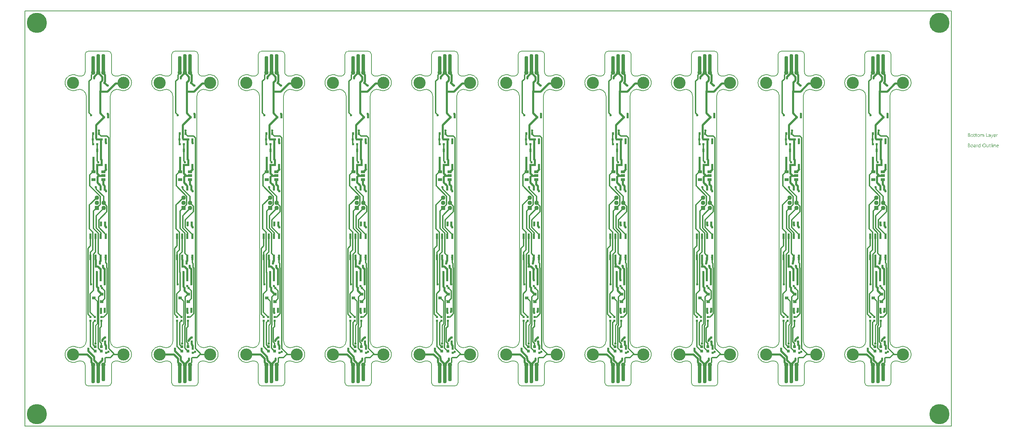
<source format=gbl>
G04*
G04 #@! TF.GenerationSoftware,Altium Limited,Altium Designer,21.8.1 (53)*
G04*
G04 Layer_Physical_Order=2*
G04 Layer_Color=16711680*
%FSAX25Y25*%
%MOIN*%
G70*
G04*
G04 #@! TF.SameCoordinates,AD8986AE-68BC-4F7F-9B8F-024DBDB40C31*
G04*
G04*
G04 #@! TF.FilePolarity,Positive*
G04*
G01*
G75*
%ADD14C,0.01968*%
%ADD15C,0.00787*%
%ADD17C,0.01181*%
%ADD18C,0.19685*%
%ADD19C,0.04370*%
%ADD20R,0.04370X0.04370*%
%ADD21C,0.11811*%
%ADD23C,0.02362*%
G04:AMPARAMS|DCode=24|XSize=35.43mil|YSize=169.29mil|CornerRadius=13.82mil|HoleSize=0mil|Usage=FLASHONLY|Rotation=0.000|XOffset=0mil|YOffset=0mil|HoleType=Round|Shape=RoundedRectangle|*
%AMROUNDEDRECTD24*
21,1,0.03543,0.14165,0,0,0.0*
21,1,0.00780,0.16929,0,0,0.0*
1,1,0.02764,0.00390,-0.07083*
1,1,0.02764,-0.00390,-0.07083*
1,1,0.02764,-0.00390,0.07083*
1,1,0.02764,0.00390,0.07083*
%
%ADD24ROUNDEDRECTD24*%
G04:AMPARAMS|DCode=25|XSize=35.43mil|YSize=188.98mil|CornerRadius=13.82mil|HoleSize=0mil|Usage=FLASHONLY|Rotation=0.000|XOffset=0mil|YOffset=0mil|HoleType=Round|Shape=RoundedRectangle|*
%AMROUNDEDRECTD25*
21,1,0.03543,0.16134,0,0,0.0*
21,1,0.00780,0.18898,0,0,0.0*
1,1,0.02764,0.00390,-0.08067*
1,1,0.02764,-0.00390,-0.08067*
1,1,0.02764,-0.00390,0.08067*
1,1,0.02764,0.00390,0.08067*
%
%ADD25ROUNDEDRECTD25*%
%ADD26R,0.01181X0.02165*%
%ADD27R,0.03150X0.02559*%
%ADD28R,0.02362X0.03150*%
%ADD29R,0.03543X0.03150*%
%ADD30R,0.02165X0.01968*%
%ADD31R,0.03937X0.02756*%
%ADD32R,0.02362X0.03543*%
%ADD33R,0.01968X0.02165*%
%ADD34R,0.02362X0.05512*%
%ADD35R,0.02165X0.01968*%
%ADD36R,0.01968X0.02165*%
%ADD37C,0.00984*%
G36*
X0916905Y0265851D02*
X0916961Y0265839D01*
X0917023Y0265827D01*
X0917091Y0265802D01*
X0917171Y0265771D01*
X0917245Y0265727D01*
X0917326Y0265678D01*
X0917400Y0265610D01*
X0917468Y0265523D01*
X0917530Y0265424D01*
X0917586Y0265313D01*
X0917623Y0265170D01*
X0917654Y0265016D01*
X0917660Y0264836D01*
Y0263289D01*
X0917258D01*
Y0264731D01*
Y0264737D01*
Y0264749D01*
Y0264768D01*
Y0264799D01*
X0917252Y0264873D01*
X0917239Y0264960D01*
X0917227Y0265059D01*
X0917202Y0265158D01*
X0917171Y0265251D01*
X0917128Y0265331D01*
X0917122Y0265337D01*
X0917103Y0265362D01*
X0917072Y0265393D01*
X0917023Y0265424D01*
X0916967Y0265461D01*
X0916893Y0265486D01*
X0916800Y0265511D01*
X0916695Y0265517D01*
X0916682D01*
X0916651Y0265511D01*
X0916602Y0265505D01*
X0916540Y0265486D01*
X0916472Y0265461D01*
X0916397Y0265418D01*
X0916323Y0265362D01*
X0916255Y0265282D01*
X0916249Y0265269D01*
X0916230Y0265238D01*
X0916199Y0265189D01*
X0916168Y0265121D01*
X0916131Y0265040D01*
X0916106Y0264948D01*
X0916082Y0264836D01*
X0916076Y0264719D01*
Y0263289D01*
X0915673D01*
Y0264780D01*
Y0264787D01*
Y0264811D01*
X0915667Y0264848D01*
Y0264898D01*
X0915655Y0264954D01*
X0915642Y0265016D01*
X0915624Y0265077D01*
X0915605Y0265152D01*
X0915574Y0265220D01*
X0915537Y0265282D01*
X0915487Y0265344D01*
X0915432Y0265399D01*
X0915370Y0265449D01*
X0915289Y0265486D01*
X0915203Y0265511D01*
X0915104Y0265517D01*
X0915091D01*
X0915060Y0265511D01*
X0915011Y0265505D01*
X0914949Y0265492D01*
X0914881Y0265461D01*
X0914806Y0265424D01*
X0914732Y0265368D01*
X0914664Y0265294D01*
X0914658Y0265282D01*
X0914639Y0265257D01*
X0914608Y0265208D01*
X0914577Y0265139D01*
X0914547Y0265059D01*
X0914516Y0264960D01*
X0914497Y0264848D01*
X0914491Y0264719D01*
Y0263289D01*
X0914089D01*
Y0265802D01*
X0914491D01*
Y0265399D01*
X0914503D01*
X0914509Y0265406D01*
X0914516Y0265418D01*
X0914534Y0265443D01*
X0914553Y0265474D01*
X0914615Y0265542D01*
X0914701Y0265628D01*
X0914813Y0265715D01*
X0914943Y0265783D01*
X0915023Y0265814D01*
X0915104Y0265839D01*
X0915190Y0265851D01*
X0915283Y0265857D01*
X0915326D01*
X0915376Y0265851D01*
X0915438Y0265839D01*
X0915506Y0265820D01*
X0915580Y0265795D01*
X0915655Y0265765D01*
X0915729Y0265715D01*
X0915735Y0265709D01*
X0915760Y0265690D01*
X0915791Y0265659D01*
X0915834Y0265616D01*
X0915877Y0265560D01*
X0915921Y0265498D01*
X0915964Y0265424D01*
X0915995Y0265337D01*
X0916001Y0265344D01*
X0916007Y0265362D01*
X0916026Y0265387D01*
X0916045Y0265418D01*
X0916076Y0265461D01*
X0916113Y0265505D01*
X0916156Y0265548D01*
X0916206Y0265598D01*
X0916261Y0265647D01*
X0916323Y0265690D01*
X0916391Y0265740D01*
X0916465Y0265777D01*
X0916546Y0265808D01*
X0916633Y0265833D01*
X0916732Y0265851D01*
X0916831Y0265857D01*
X0916868D01*
X0916905Y0265851D01*
D02*
G37*
G36*
X0930938Y0265839D02*
X0931012Y0265833D01*
X0931055Y0265820D01*
X0931086Y0265808D01*
Y0265393D01*
X0931080Y0265399D01*
X0931068Y0265406D01*
X0931043Y0265418D01*
X0931012Y0265437D01*
X0930969Y0265449D01*
X0930913Y0265461D01*
X0930851Y0265468D01*
X0930783Y0265474D01*
X0930771D01*
X0930740Y0265468D01*
X0930690Y0265461D01*
X0930634Y0265443D01*
X0930560Y0265412D01*
X0930492Y0265368D01*
X0930418Y0265306D01*
X0930350Y0265226D01*
X0930343Y0265214D01*
X0930325Y0265183D01*
X0930294Y0265127D01*
X0930263Y0265053D01*
X0930232Y0264960D01*
X0930201Y0264842D01*
X0930182Y0264712D01*
X0930176Y0264564D01*
Y0263289D01*
X0929774D01*
Y0265802D01*
X0930176D01*
Y0265282D01*
X0930189D01*
Y0265288D01*
X0930195Y0265294D01*
X0930207Y0265325D01*
X0930226Y0265375D01*
X0930257Y0265437D01*
X0930288Y0265498D01*
X0930337Y0265566D01*
X0930387Y0265635D01*
X0930449Y0265697D01*
X0930455Y0265703D01*
X0930480Y0265721D01*
X0930517Y0265746D01*
X0930566Y0265771D01*
X0930622Y0265795D01*
X0930690Y0265820D01*
X0930764Y0265839D01*
X0930845Y0265845D01*
X0930900D01*
X0930938Y0265839D01*
D02*
G37*
G36*
X0925559Y0262886D02*
X0925552Y0262880D01*
X0925546Y0262855D01*
X0925528Y0262812D01*
X0925503Y0262762D01*
X0925472Y0262707D01*
X0925429Y0262639D01*
X0925385Y0262571D01*
X0925336Y0262496D01*
X0925274Y0262422D01*
X0925212Y0262354D01*
X0925138Y0262286D01*
X0925057Y0262230D01*
X0924977Y0262181D01*
X0924884Y0262137D01*
X0924791Y0262112D01*
X0924686Y0262106D01*
X0924630D01*
X0924593Y0262112D01*
X0924512Y0262125D01*
X0924426Y0262143D01*
Y0262503D01*
X0924432D01*
X0924451Y0262496D01*
X0924475Y0262490D01*
X0924506Y0262484D01*
X0924581Y0262465D01*
X0924661Y0262459D01*
X0924673D01*
X0924710Y0262465D01*
X0924766Y0262478D01*
X0924834Y0262503D01*
X0924909Y0262546D01*
X0924946Y0262577D01*
X0924983Y0262614D01*
X0925020Y0262651D01*
X0925057Y0262701D01*
X0925088Y0262756D01*
X0925119Y0262818D01*
X0925323Y0263289D01*
X0924339Y0265802D01*
X0924785D01*
X0925466Y0263864D01*
Y0263858D01*
X0925472Y0263846D01*
X0925478Y0263827D01*
X0925484Y0263802D01*
X0925490Y0263765D01*
X0925503Y0263728D01*
X0925515Y0263672D01*
X0925534D01*
Y0263685D01*
X0925546Y0263722D01*
X0925559Y0263778D01*
X0925583Y0263858D01*
X0926295Y0265802D01*
X0926710D01*
X0925559Y0262886D01*
D02*
G37*
G36*
X0923151Y0265851D02*
X0923206Y0265845D01*
X0923275Y0265827D01*
X0923349Y0265808D01*
X0923429Y0265777D01*
X0923516Y0265740D01*
X0923596Y0265690D01*
X0923677Y0265628D01*
X0923751Y0265554D01*
X0923819Y0265461D01*
X0923875Y0265356D01*
X0923918Y0265232D01*
X0923943Y0265090D01*
X0923955Y0264923D01*
Y0263289D01*
X0923553D01*
Y0263679D01*
X0923541D01*
Y0263672D01*
X0923528Y0263660D01*
X0923516Y0263635D01*
X0923491Y0263611D01*
X0923429Y0263536D01*
X0923349Y0263456D01*
X0923237Y0263375D01*
X0923107Y0263301D01*
X0923027Y0263276D01*
X0922946Y0263251D01*
X0922860Y0263239D01*
X0922767Y0263233D01*
X0922730D01*
X0922705Y0263239D01*
X0922637Y0263245D01*
X0922556Y0263258D01*
X0922457Y0263282D01*
X0922365Y0263313D01*
X0922266Y0263363D01*
X0922179Y0263425D01*
X0922173Y0263437D01*
X0922148Y0263462D01*
X0922111Y0263505D01*
X0922074Y0263567D01*
X0922036Y0263641D01*
X0921999Y0263728D01*
X0921975Y0263833D01*
X0921968Y0263951D01*
Y0263957D01*
Y0263982D01*
X0921975Y0264019D01*
X0921981Y0264062D01*
X0921993Y0264118D01*
X0922012Y0264180D01*
X0922036Y0264248D01*
X0922074Y0264316D01*
X0922117Y0264390D01*
X0922173Y0264465D01*
X0922241Y0264533D01*
X0922321Y0264595D01*
X0922414Y0264657D01*
X0922526Y0264706D01*
X0922649Y0264743D01*
X0922798Y0264774D01*
X0923553Y0264879D01*
Y0264886D01*
Y0264904D01*
X0923547Y0264941D01*
Y0264979D01*
X0923534Y0265028D01*
X0923528Y0265084D01*
X0923491Y0265201D01*
X0923460Y0265257D01*
X0923429Y0265313D01*
X0923386Y0265368D01*
X0923336Y0265418D01*
X0923275Y0265461D01*
X0923206Y0265492D01*
X0923126Y0265511D01*
X0923033Y0265517D01*
X0922990D01*
X0922959Y0265511D01*
X0922915D01*
X0922872Y0265498D01*
X0922761Y0265480D01*
X0922637Y0265443D01*
X0922501Y0265387D01*
X0922426Y0265350D01*
X0922358Y0265313D01*
X0922284Y0265263D01*
X0922216Y0265208D01*
Y0265622D01*
X0922222D01*
X0922235Y0265635D01*
X0922253Y0265647D01*
X0922284Y0265659D01*
X0922315Y0265678D01*
X0922358Y0265697D01*
X0922408Y0265715D01*
X0922464Y0265740D01*
X0922587Y0265783D01*
X0922736Y0265820D01*
X0922897Y0265845D01*
X0923070Y0265857D01*
X0923107D01*
X0923151Y0265851D01*
D02*
G37*
G36*
X0920260Y0263660D02*
X0921671D01*
Y0263289D01*
X0919845D01*
Y0266805D01*
X0920260D01*
Y0263660D01*
D02*
G37*
G36*
X0903045Y0266798D02*
X0903089D01*
X0903132Y0266792D01*
X0903231Y0266780D01*
X0903349Y0266749D01*
X0903473Y0266712D01*
X0903590Y0266656D01*
X0903695Y0266582D01*
X0903702D01*
X0903708Y0266569D01*
X0903739Y0266545D01*
X0903782Y0266495D01*
X0903832Y0266427D01*
X0903875Y0266340D01*
X0903918Y0266241D01*
X0903949Y0266130D01*
X0903962Y0266068D01*
Y0266000D01*
Y0265994D01*
Y0265987D01*
Y0265950D01*
X0903955Y0265895D01*
X0903943Y0265827D01*
X0903924Y0265740D01*
X0903894Y0265653D01*
X0903856Y0265566D01*
X0903801Y0265480D01*
X0903794Y0265468D01*
X0903770Y0265443D01*
X0903733Y0265406D01*
X0903683Y0265356D01*
X0903621Y0265306D01*
X0903547Y0265251D01*
X0903454Y0265208D01*
X0903355Y0265164D01*
Y0265158D01*
X0903374D01*
X0903392Y0265152D01*
X0903411Y0265146D01*
X0903479Y0265133D01*
X0903559Y0265108D01*
X0903646Y0265071D01*
X0903739Y0265028D01*
X0903832Y0264966D01*
X0903918Y0264886D01*
X0903931Y0264873D01*
X0903955Y0264842D01*
X0903986Y0264799D01*
X0904030Y0264731D01*
X0904067Y0264644D01*
X0904104Y0264545D01*
X0904129Y0264428D01*
X0904135Y0264298D01*
Y0264291D01*
Y0264279D01*
Y0264254D01*
X0904129Y0264223D01*
X0904123Y0264186D01*
X0904116Y0264143D01*
X0904092Y0264038D01*
X0904055Y0263920D01*
X0903999Y0263796D01*
X0903962Y0263740D01*
X0903918Y0263679D01*
X0903863Y0263623D01*
X0903807Y0263567D01*
X0903801D01*
X0903794Y0263555D01*
X0903776Y0263542D01*
X0903751Y0263524D01*
X0903720Y0263505D01*
X0903677Y0263480D01*
X0903584Y0263431D01*
X0903467Y0263375D01*
X0903330Y0263332D01*
X0903169Y0263301D01*
X0903089Y0263295D01*
X0902996Y0263289D01*
X0901968D01*
Y0266805D01*
X0903015D01*
X0903045Y0266798D01*
D02*
G37*
G36*
X0909972Y0265802D02*
X0910610D01*
Y0265455D01*
X0909972D01*
Y0264038D01*
Y0264025D01*
Y0263994D01*
X0909978Y0263951D01*
X0909984Y0263895D01*
X0910009Y0263778D01*
X0910028Y0263722D01*
X0910059Y0263679D01*
X0910065Y0263672D01*
X0910077Y0263660D01*
X0910096Y0263648D01*
X0910127Y0263629D01*
X0910164Y0263604D01*
X0910214Y0263592D01*
X0910275Y0263580D01*
X0910343Y0263573D01*
X0910368D01*
X0910399Y0263580D01*
X0910436Y0263586D01*
X0910523Y0263611D01*
X0910566Y0263629D01*
X0910610Y0263654D01*
Y0263307D01*
X0910604D01*
X0910585Y0263295D01*
X0910554Y0263289D01*
X0910511Y0263276D01*
X0910455Y0263264D01*
X0910393Y0263251D01*
X0910319Y0263245D01*
X0910232Y0263239D01*
X0910201D01*
X0910170Y0263245D01*
X0910127Y0263251D01*
X0910077Y0263264D01*
X0910022Y0263276D01*
X0909966Y0263301D01*
X0909904Y0263332D01*
X0909842Y0263369D01*
X0909780Y0263419D01*
X0909725Y0263474D01*
X0909675Y0263549D01*
X0909632Y0263629D01*
X0909601Y0263728D01*
X0909576Y0263840D01*
X0909570Y0263969D01*
Y0265455D01*
X0909143D01*
Y0265802D01*
X0909570D01*
Y0266414D01*
X0909972Y0266545D01*
Y0265802D01*
D02*
G37*
G36*
X0908270D02*
X0908908D01*
Y0265455D01*
X0908270D01*
Y0264038D01*
Y0264025D01*
Y0263994D01*
X0908276Y0263951D01*
X0908282Y0263895D01*
X0908307Y0263778D01*
X0908326Y0263722D01*
X0908357Y0263679D01*
X0908363Y0263672D01*
X0908375Y0263660D01*
X0908394Y0263648D01*
X0908425Y0263629D01*
X0908462Y0263604D01*
X0908511Y0263592D01*
X0908573Y0263580D01*
X0908641Y0263573D01*
X0908666D01*
X0908697Y0263580D01*
X0908734Y0263586D01*
X0908821Y0263611D01*
X0908864Y0263629D01*
X0908908Y0263654D01*
Y0263307D01*
X0908901D01*
X0908883Y0263295D01*
X0908852Y0263289D01*
X0908808Y0263276D01*
X0908753Y0263264D01*
X0908691Y0263251D01*
X0908617Y0263245D01*
X0908530Y0263239D01*
X0908499D01*
X0908468Y0263245D01*
X0908425Y0263251D01*
X0908375Y0263264D01*
X0908319Y0263276D01*
X0908264Y0263301D01*
X0908202Y0263332D01*
X0908140Y0263369D01*
X0908078Y0263419D01*
X0908022Y0263474D01*
X0907973Y0263549D01*
X0907929Y0263629D01*
X0907899Y0263728D01*
X0907874Y0263840D01*
X0907868Y0263969D01*
Y0265455D01*
X0907440D01*
Y0265802D01*
X0907868D01*
Y0266414D01*
X0908270Y0266545D01*
Y0265802D01*
D02*
G37*
G36*
X0928214Y0265851D02*
X0928257Y0265845D01*
X0928301Y0265839D01*
X0928412Y0265820D01*
X0928536Y0265777D01*
X0928660Y0265721D01*
X0928722Y0265684D01*
X0928784Y0265641D01*
X0928839Y0265591D01*
X0928895Y0265536D01*
X0928901Y0265529D01*
X0928907Y0265523D01*
X0928920Y0265505D01*
X0928938Y0265480D01*
X0928957Y0265443D01*
X0928982Y0265406D01*
X0929006Y0265362D01*
X0929031Y0265306D01*
X0929056Y0265245D01*
X0929081Y0265183D01*
X0929105Y0265108D01*
X0929124Y0265028D01*
X0929143Y0264941D01*
X0929155Y0264855D01*
X0929167Y0264756D01*
Y0264650D01*
Y0264440D01*
X0927391D01*
Y0264434D01*
Y0264421D01*
Y0264403D01*
X0927397Y0264372D01*
X0927403Y0264335D01*
Y0264298D01*
X0927422Y0264198D01*
X0927453Y0264100D01*
X0927490Y0263988D01*
X0927546Y0263883D01*
X0927614Y0263790D01*
X0927626Y0263778D01*
X0927651Y0263753D01*
X0927700Y0263722D01*
X0927768Y0263679D01*
X0927855Y0263635D01*
X0927954Y0263604D01*
X0928072Y0263580D01*
X0928208Y0263567D01*
X0928251D01*
X0928282Y0263573D01*
X0928319D01*
X0928363Y0263580D01*
X0928468Y0263604D01*
X0928586Y0263635D01*
X0928716Y0263685D01*
X0928852Y0263753D01*
X0928920Y0263796D01*
X0928988Y0263846D01*
Y0263468D01*
X0928982D01*
X0928975Y0263456D01*
X0928957Y0263450D01*
X0928926Y0263431D01*
X0928895Y0263412D01*
X0928858Y0263394D01*
X0928808Y0263375D01*
X0928759Y0263351D01*
X0928697Y0263326D01*
X0928629Y0263307D01*
X0928480Y0263270D01*
X0928307Y0263245D01*
X0928115Y0263233D01*
X0928065D01*
X0928028Y0263239D01*
X0927985Y0263245D01*
X0927929Y0263251D01*
X0927812Y0263276D01*
X0927676Y0263313D01*
X0927539Y0263375D01*
X0927471Y0263419D01*
X0927403Y0263462D01*
X0927341Y0263511D01*
X0927279Y0263573D01*
X0927273Y0263580D01*
X0927267Y0263592D01*
X0927255Y0263611D01*
X0927230Y0263635D01*
X0927211Y0263672D01*
X0927186Y0263716D01*
X0927156Y0263765D01*
X0927131Y0263821D01*
X0927100Y0263883D01*
X0927075Y0263957D01*
X0927044Y0264038D01*
X0927026Y0264124D01*
X0927007Y0264217D01*
X0926989Y0264316D01*
X0926982Y0264421D01*
X0926976Y0264533D01*
Y0264539D01*
Y0264558D01*
Y0264588D01*
X0926982Y0264632D01*
X0926989Y0264681D01*
X0926995Y0264737D01*
X0927001Y0264805D01*
X0927019Y0264873D01*
X0927057Y0265022D01*
X0927112Y0265183D01*
X0927149Y0265263D01*
X0927199Y0265337D01*
X0927248Y0265418D01*
X0927304Y0265486D01*
X0927310Y0265492D01*
X0927323Y0265505D01*
X0927341Y0265523D01*
X0927366Y0265542D01*
X0927397Y0265573D01*
X0927434Y0265604D01*
X0927484Y0265635D01*
X0927533Y0265672D01*
X0927651Y0265740D01*
X0927793Y0265802D01*
X0927874Y0265820D01*
X0927954Y0265839D01*
X0928041Y0265851D01*
X0928134Y0265857D01*
X0928183D01*
X0928214Y0265851D01*
D02*
G37*
G36*
X0912349D02*
X0912392Y0265845D01*
X0912448Y0265839D01*
X0912572Y0265814D01*
X0912714Y0265771D01*
X0912857Y0265709D01*
X0912931Y0265672D01*
X0912999Y0265628D01*
X0913067Y0265573D01*
X0913129Y0265511D01*
X0913135Y0265505D01*
X0913141Y0265492D01*
X0913160Y0265474D01*
X0913179Y0265449D01*
X0913203Y0265412D01*
X0913228Y0265368D01*
X0913259Y0265319D01*
X0913290Y0265263D01*
X0913315Y0265195D01*
X0913346Y0265127D01*
X0913371Y0265047D01*
X0913395Y0264960D01*
X0913414Y0264867D01*
X0913432Y0264768D01*
X0913439Y0264663D01*
X0913445Y0264551D01*
Y0264545D01*
Y0264527D01*
Y0264496D01*
X0913439Y0264452D01*
X0913432Y0264403D01*
X0913426Y0264341D01*
X0913414Y0264279D01*
X0913401Y0264205D01*
X0913364Y0264056D01*
X0913302Y0263895D01*
X0913265Y0263815D01*
X0913216Y0263734D01*
X0913166Y0263660D01*
X0913104Y0263592D01*
X0913098Y0263586D01*
X0913086Y0263580D01*
X0913067Y0263561D01*
X0913042Y0263536D01*
X0913005Y0263511D01*
X0912968Y0263480D01*
X0912919Y0263443D01*
X0912863Y0263412D01*
X0912801Y0263381D01*
X0912733Y0263344D01*
X0912659Y0263313D01*
X0912578Y0263289D01*
X0912492Y0263264D01*
X0912399Y0263251D01*
X0912300Y0263239D01*
X0912194Y0263233D01*
X0912139D01*
X0912101Y0263239D01*
X0912058Y0263245D01*
X0912002Y0263251D01*
X0911941Y0263264D01*
X0911872Y0263276D01*
X0911730Y0263319D01*
X0911582Y0263381D01*
X0911507Y0263419D01*
X0911439Y0263468D01*
X0911371Y0263518D01*
X0911303Y0263580D01*
X0911297Y0263586D01*
X0911291Y0263598D01*
X0911272Y0263617D01*
X0911254Y0263641D01*
X0911229Y0263679D01*
X0911198Y0263722D01*
X0911167Y0263771D01*
X0911142Y0263827D01*
X0911111Y0263895D01*
X0911080Y0263963D01*
X0911049Y0264038D01*
X0911024Y0264124D01*
X0910987Y0264310D01*
X0910981Y0264409D01*
X0910975Y0264514D01*
Y0264520D01*
Y0264545D01*
Y0264576D01*
X0910981Y0264619D01*
X0910987Y0264669D01*
X0910993Y0264731D01*
X0911006Y0264799D01*
X0911018Y0264873D01*
X0911055Y0265034D01*
X0911117Y0265195D01*
X0911161Y0265276D01*
X0911204Y0265356D01*
X0911254Y0265430D01*
X0911315Y0265498D01*
X0911322Y0265505D01*
X0911334Y0265517D01*
X0911353Y0265529D01*
X0911377Y0265554D01*
X0911414Y0265579D01*
X0911458Y0265610D01*
X0911507Y0265647D01*
X0911563Y0265678D01*
X0911625Y0265709D01*
X0911699Y0265746D01*
X0911773Y0265777D01*
X0911860Y0265802D01*
X0911947Y0265827D01*
X0912046Y0265845D01*
X0912151Y0265851D01*
X0912256Y0265857D01*
X0912312D01*
X0912349Y0265851D01*
D02*
G37*
G36*
X0905998D02*
X0906042Y0265845D01*
X0906097Y0265839D01*
X0906221Y0265814D01*
X0906363Y0265771D01*
X0906506Y0265709D01*
X0906580Y0265672D01*
X0906648Y0265628D01*
X0906716Y0265573D01*
X0906778Y0265511D01*
X0906784Y0265505D01*
X0906791Y0265492D01*
X0906809Y0265474D01*
X0906828Y0265449D01*
X0906852Y0265412D01*
X0906877Y0265368D01*
X0906908Y0265319D01*
X0906939Y0265263D01*
X0906964Y0265195D01*
X0906995Y0265127D01*
X0907020Y0265047D01*
X0907044Y0264960D01*
X0907063Y0264867D01*
X0907081Y0264768D01*
X0907088Y0264663D01*
X0907094Y0264551D01*
Y0264545D01*
Y0264527D01*
Y0264496D01*
X0907088Y0264452D01*
X0907081Y0264403D01*
X0907075Y0264341D01*
X0907063Y0264279D01*
X0907051Y0264205D01*
X0907013Y0264056D01*
X0906951Y0263895D01*
X0906914Y0263815D01*
X0906865Y0263734D01*
X0906815Y0263660D01*
X0906753Y0263592D01*
X0906747Y0263586D01*
X0906735Y0263580D01*
X0906716Y0263561D01*
X0906691Y0263536D01*
X0906654Y0263511D01*
X0906617Y0263480D01*
X0906568Y0263443D01*
X0906512Y0263412D01*
X0906450Y0263381D01*
X0906382Y0263344D01*
X0906308Y0263313D01*
X0906227Y0263289D01*
X0906141Y0263264D01*
X0906048Y0263251D01*
X0905949Y0263239D01*
X0905843Y0263233D01*
X0905788D01*
X0905751Y0263239D01*
X0905707Y0263245D01*
X0905651Y0263251D01*
X0905590Y0263264D01*
X0905521Y0263276D01*
X0905379Y0263319D01*
X0905231Y0263381D01*
X0905156Y0263419D01*
X0905088Y0263468D01*
X0905020Y0263518D01*
X0904952Y0263580D01*
X0904946Y0263586D01*
X0904940Y0263598D01*
X0904921Y0263617D01*
X0904902Y0263641D01*
X0904878Y0263679D01*
X0904847Y0263722D01*
X0904816Y0263771D01*
X0904791Y0263827D01*
X0904760Y0263895D01*
X0904729Y0263963D01*
X0904698Y0264038D01*
X0904673Y0264124D01*
X0904636Y0264310D01*
X0904630Y0264409D01*
X0904624Y0264514D01*
Y0264520D01*
Y0264545D01*
Y0264576D01*
X0904630Y0264619D01*
X0904636Y0264669D01*
X0904643Y0264731D01*
X0904655Y0264799D01*
X0904667Y0264873D01*
X0904704Y0265034D01*
X0904766Y0265195D01*
X0904810Y0265276D01*
X0904853Y0265356D01*
X0904902Y0265430D01*
X0904964Y0265498D01*
X0904971Y0265505D01*
X0904983Y0265517D01*
X0905002Y0265529D01*
X0905026Y0265554D01*
X0905064Y0265579D01*
X0905107Y0265610D01*
X0905156Y0265647D01*
X0905212Y0265678D01*
X0905274Y0265709D01*
X0905348Y0265746D01*
X0905422Y0265777D01*
X0905509Y0265802D01*
X0905596Y0265827D01*
X0905695Y0265845D01*
X0905800Y0265851D01*
X0905905Y0265857D01*
X0905961D01*
X0905998Y0265851D01*
D02*
G37*
G36*
X0926178Y0256771D02*
X0926202D01*
X0926258Y0256747D01*
X0926289Y0256728D01*
X0926320Y0256703D01*
X0926326Y0256697D01*
X0926332Y0256691D01*
X0926363Y0256654D01*
X0926388Y0256592D01*
X0926394Y0256555D01*
X0926400Y0256518D01*
Y0256511D01*
Y0256499D01*
X0926394Y0256480D01*
X0926388Y0256456D01*
X0926369Y0256394D01*
X0926345Y0256363D01*
X0926320Y0256332D01*
X0926314D01*
X0926308Y0256319D01*
X0926270Y0256295D01*
X0926215Y0256270D01*
X0926178Y0256264D01*
X0926140Y0256258D01*
X0926122D01*
X0926103Y0256264D01*
X0926079D01*
X0926017Y0256289D01*
X0925986Y0256301D01*
X0925955Y0256326D01*
Y0256332D01*
X0925942Y0256338D01*
X0925930Y0256357D01*
X0925918Y0256375D01*
X0925893Y0256437D01*
X0925887Y0256474D01*
X0925881Y0256518D01*
Y0256524D01*
Y0256536D01*
X0925887Y0256555D01*
X0925893Y0256586D01*
X0925911Y0256641D01*
X0925930Y0256672D01*
X0925955Y0256703D01*
X0925961Y0256710D01*
X0925967Y0256716D01*
X0926004Y0256740D01*
X0926066Y0256765D01*
X0926103Y0256778D01*
X0926159D01*
X0926178Y0256771D01*
D02*
G37*
G36*
X0914188Y0253107D02*
X0913785D01*
Y0253528D01*
X0913773D01*
Y0253522D01*
X0913760Y0253509D01*
X0913742Y0253485D01*
X0913723Y0253453D01*
X0913692Y0253416D01*
X0913655Y0253379D01*
X0913612Y0253336D01*
X0913562Y0253293D01*
X0913507Y0253243D01*
X0913439Y0253200D01*
X0913371Y0253163D01*
X0913290Y0253126D01*
X0913210Y0253095D01*
X0913117Y0253070D01*
X0913018Y0253057D01*
X0912912Y0253051D01*
X0912869D01*
X0912832Y0253057D01*
X0912795Y0253064D01*
X0912745Y0253070D01*
X0912640Y0253095D01*
X0912516Y0253132D01*
X0912392Y0253194D01*
X0912324Y0253231D01*
X0912269Y0253274D01*
X0912207Y0253330D01*
X0912151Y0253385D01*
Y0253392D01*
X0912139Y0253404D01*
X0912126Y0253423D01*
X0912108Y0253447D01*
X0912089Y0253478D01*
X0912064Y0253522D01*
X0912040Y0253571D01*
X0912015Y0253627D01*
X0911984Y0253689D01*
X0911959Y0253757D01*
X0911934Y0253831D01*
X0911916Y0253912D01*
X0911897Y0253998D01*
X0911885Y0254097D01*
X0911879Y0254196D01*
X0911872Y0254302D01*
Y0254308D01*
Y0254326D01*
Y0254363D01*
X0911879Y0254407D01*
X0911885Y0254456D01*
X0911891Y0254518D01*
X0911897Y0254586D01*
X0911910Y0254661D01*
X0911947Y0254821D01*
X0912002Y0254989D01*
X0912040Y0255069D01*
X0912083Y0255150D01*
X0912126Y0255224D01*
X0912182Y0255298D01*
X0912188Y0255304D01*
X0912194Y0255317D01*
X0912213Y0255335D01*
X0912238Y0255360D01*
X0912269Y0255385D01*
X0912312Y0255416D01*
X0912355Y0255453D01*
X0912405Y0255490D01*
X0912529Y0255558D01*
X0912671Y0255620D01*
X0912751Y0255639D01*
X0912838Y0255657D01*
X0912925Y0255669D01*
X0913024Y0255676D01*
X0913073D01*
X0913111Y0255669D01*
X0913148Y0255663D01*
X0913197Y0255657D01*
X0913309Y0255626D01*
X0913432Y0255577D01*
X0913494Y0255546D01*
X0913556Y0255502D01*
X0913618Y0255459D01*
X0913674Y0255403D01*
X0913723Y0255342D01*
X0913773Y0255267D01*
X0913785D01*
Y0256827D01*
X0914188D01*
Y0253107D01*
D02*
G37*
G36*
X0928456Y0255669D02*
X0928530Y0255663D01*
X0928623Y0255645D01*
X0928722Y0255614D01*
X0928827Y0255564D01*
X0928932Y0255496D01*
X0928975Y0255459D01*
X0929019Y0255410D01*
X0929031Y0255397D01*
X0929056Y0255360D01*
X0929087Y0255298D01*
X0929130Y0255211D01*
X0929167Y0255106D01*
X0929204Y0254976D01*
X0929229Y0254821D01*
X0929235Y0254642D01*
Y0253107D01*
X0928833D01*
Y0254537D01*
Y0254543D01*
Y0254574D01*
X0928827Y0254611D01*
Y0254661D01*
X0928815Y0254722D01*
X0928802Y0254791D01*
X0928784Y0254865D01*
X0928759Y0254939D01*
X0928728Y0255013D01*
X0928691Y0255082D01*
X0928641Y0255150D01*
X0928586Y0255211D01*
X0928524Y0255261D01*
X0928443Y0255298D01*
X0928356Y0255329D01*
X0928251Y0255335D01*
X0928239D01*
X0928202Y0255329D01*
X0928146Y0255323D01*
X0928078Y0255304D01*
X0927997Y0255280D01*
X0927911Y0255236D01*
X0927830Y0255181D01*
X0927750Y0255106D01*
X0927744Y0255094D01*
X0927719Y0255069D01*
X0927688Y0255020D01*
X0927651Y0254952D01*
X0927614Y0254871D01*
X0927583Y0254772D01*
X0927558Y0254661D01*
X0927552Y0254537D01*
Y0253107D01*
X0927149D01*
Y0255620D01*
X0927552D01*
Y0255199D01*
X0927564D01*
X0927570Y0255205D01*
X0927577Y0255218D01*
X0927595Y0255242D01*
X0927620Y0255273D01*
X0927645Y0255311D01*
X0927682Y0255348D01*
X0927725Y0255391D01*
X0927775Y0255440D01*
X0927830Y0255484D01*
X0927892Y0255527D01*
X0927960Y0255564D01*
X0928035Y0255602D01*
X0928109Y0255632D01*
X0928195Y0255657D01*
X0928288Y0255669D01*
X0928387Y0255676D01*
X0928424D01*
X0928456Y0255669D01*
D02*
G37*
G36*
X0911458Y0255657D02*
X0911532Y0255651D01*
X0911575Y0255639D01*
X0911606Y0255626D01*
Y0255211D01*
X0911600Y0255218D01*
X0911588Y0255224D01*
X0911563Y0255236D01*
X0911532Y0255255D01*
X0911489Y0255267D01*
X0911433Y0255280D01*
X0911371Y0255286D01*
X0911303Y0255292D01*
X0911291D01*
X0911260Y0255286D01*
X0911210Y0255280D01*
X0911154Y0255261D01*
X0911080Y0255230D01*
X0911012Y0255187D01*
X0910938Y0255125D01*
X0910870Y0255044D01*
X0910863Y0255032D01*
X0910845Y0255001D01*
X0910814Y0254945D01*
X0910783Y0254871D01*
X0910752Y0254778D01*
X0910721Y0254661D01*
X0910703Y0254531D01*
X0910696Y0254382D01*
Y0253107D01*
X0910294D01*
Y0255620D01*
X0910696D01*
Y0255100D01*
X0910709D01*
Y0255106D01*
X0910715Y0255112D01*
X0910727Y0255143D01*
X0910746Y0255193D01*
X0910777Y0255255D01*
X0910808Y0255317D01*
X0910857Y0255385D01*
X0910907Y0255453D01*
X0910969Y0255515D01*
X0910975Y0255521D01*
X0911000Y0255540D01*
X0911037Y0255564D01*
X0911086Y0255589D01*
X0911142Y0255614D01*
X0911210Y0255639D01*
X0911284Y0255657D01*
X0911365Y0255663D01*
X0911421D01*
X0911458Y0255657D01*
D02*
G37*
G36*
X0922197Y0253107D02*
X0921795D01*
Y0253503D01*
X0921783D01*
Y0253497D01*
X0921770Y0253485D01*
X0921758Y0253460D01*
X0921733Y0253435D01*
X0921677Y0253361D01*
X0921591Y0253280D01*
X0921541Y0253237D01*
X0921486Y0253194D01*
X0921424Y0253156D01*
X0921349Y0253119D01*
X0921275Y0253095D01*
X0921195Y0253070D01*
X0921102Y0253057D01*
X0921009Y0253051D01*
X0920972D01*
X0920928Y0253057D01*
X0920866Y0253070D01*
X0920798Y0253082D01*
X0920724Y0253107D01*
X0920644Y0253138D01*
X0920563Y0253187D01*
X0920477Y0253243D01*
X0920396Y0253311D01*
X0920322Y0253398D01*
X0920254Y0253503D01*
X0920192Y0253621D01*
X0920148Y0253763D01*
X0920124Y0253930D01*
X0920111Y0254017D01*
Y0254116D01*
Y0255620D01*
X0920508D01*
Y0254178D01*
Y0254172D01*
Y0254147D01*
X0920514Y0254103D01*
X0920520Y0254054D01*
X0920526Y0253992D01*
X0920539Y0253930D01*
X0920557Y0253856D01*
X0920582Y0253782D01*
X0920619Y0253707D01*
X0920656Y0253639D01*
X0920706Y0253571D01*
X0920767Y0253509D01*
X0920836Y0253460D01*
X0920916Y0253423D01*
X0921015Y0253392D01*
X0921120Y0253385D01*
X0921133D01*
X0921170Y0253392D01*
X0921226Y0253398D01*
X0921288Y0253410D01*
X0921368Y0253441D01*
X0921448Y0253478D01*
X0921529Y0253528D01*
X0921603Y0253602D01*
X0921609Y0253614D01*
X0921634Y0253639D01*
X0921665Y0253689D01*
X0921702Y0253757D01*
X0921733Y0253837D01*
X0921764Y0253936D01*
X0921789Y0254048D01*
X0921795Y0254172D01*
Y0255620D01*
X0922197D01*
Y0253107D01*
D02*
G37*
G36*
X0926332D02*
X0925930D01*
Y0255620D01*
X0926332D01*
Y0253107D01*
D02*
G37*
G36*
X0925113D02*
X0924710D01*
Y0256827D01*
X0925113D01*
Y0253107D01*
D02*
G37*
G36*
X0908734Y0255669D02*
X0908790Y0255663D01*
X0908858Y0255645D01*
X0908932Y0255626D01*
X0909013Y0255595D01*
X0909099Y0255558D01*
X0909180Y0255509D01*
X0909260Y0255447D01*
X0909335Y0255372D01*
X0909403Y0255280D01*
X0909458Y0255174D01*
X0909502Y0255051D01*
X0909527Y0254908D01*
X0909539Y0254741D01*
Y0253107D01*
X0909136D01*
Y0253497D01*
X0909124D01*
Y0253491D01*
X0909112Y0253478D01*
X0909099Y0253453D01*
X0909075Y0253429D01*
X0909013Y0253355D01*
X0908932Y0253274D01*
X0908821Y0253194D01*
X0908691Y0253119D01*
X0908610Y0253095D01*
X0908530Y0253070D01*
X0908443Y0253057D01*
X0908350Y0253051D01*
X0908313D01*
X0908288Y0253057D01*
X0908220Y0253064D01*
X0908140Y0253076D01*
X0908041Y0253101D01*
X0907948Y0253132D01*
X0907849Y0253181D01*
X0907762Y0253243D01*
X0907756Y0253256D01*
X0907731Y0253280D01*
X0907694Y0253324D01*
X0907657Y0253385D01*
X0907620Y0253460D01*
X0907583Y0253546D01*
X0907558Y0253652D01*
X0907552Y0253769D01*
Y0253775D01*
Y0253800D01*
X0907558Y0253837D01*
X0907564Y0253881D01*
X0907577Y0253936D01*
X0907595Y0253998D01*
X0907620Y0254066D01*
X0907657Y0254134D01*
X0907700Y0254209D01*
X0907756Y0254283D01*
X0907824Y0254351D01*
X0907905Y0254413D01*
X0907998Y0254475D01*
X0908109Y0254524D01*
X0908233Y0254561D01*
X0908381Y0254592D01*
X0909136Y0254698D01*
Y0254704D01*
Y0254722D01*
X0909130Y0254760D01*
Y0254797D01*
X0909118Y0254846D01*
X0909112Y0254902D01*
X0909075Y0255020D01*
X0909044Y0255075D01*
X0909013Y0255131D01*
X0908969Y0255187D01*
X0908920Y0255236D01*
X0908858Y0255280D01*
X0908790Y0255311D01*
X0908709Y0255329D01*
X0908617Y0255335D01*
X0908573D01*
X0908542Y0255329D01*
X0908499D01*
X0908456Y0255317D01*
X0908344Y0255298D01*
X0908220Y0255261D01*
X0908084Y0255205D01*
X0908010Y0255168D01*
X0907942Y0255131D01*
X0907868Y0255082D01*
X0907800Y0255026D01*
Y0255440D01*
X0907806D01*
X0907818Y0255453D01*
X0907837Y0255465D01*
X0907868Y0255478D01*
X0907899Y0255496D01*
X0907942Y0255515D01*
X0907991Y0255533D01*
X0908047Y0255558D01*
X0908171Y0255602D01*
X0908319Y0255639D01*
X0908480Y0255663D01*
X0908654Y0255676D01*
X0908691D01*
X0908734Y0255669D01*
D02*
G37*
G36*
X0903045Y0256617D02*
X0903089D01*
X0903132Y0256610D01*
X0903231Y0256598D01*
X0903349Y0256567D01*
X0903473Y0256530D01*
X0903590Y0256474D01*
X0903695Y0256400D01*
X0903702D01*
X0903708Y0256388D01*
X0903739Y0256363D01*
X0903782Y0256313D01*
X0903832Y0256245D01*
X0903875Y0256159D01*
X0903918Y0256060D01*
X0903949Y0255948D01*
X0903962Y0255886D01*
Y0255818D01*
Y0255812D01*
Y0255806D01*
Y0255769D01*
X0903955Y0255713D01*
X0903943Y0255645D01*
X0903924Y0255558D01*
X0903894Y0255471D01*
X0903856Y0255385D01*
X0903801Y0255298D01*
X0903794Y0255286D01*
X0903770Y0255261D01*
X0903733Y0255224D01*
X0903683Y0255174D01*
X0903621Y0255125D01*
X0903547Y0255069D01*
X0903454Y0255026D01*
X0903355Y0254982D01*
Y0254976D01*
X0903374D01*
X0903392Y0254970D01*
X0903411Y0254964D01*
X0903479Y0254952D01*
X0903559Y0254927D01*
X0903646Y0254890D01*
X0903739Y0254846D01*
X0903832Y0254784D01*
X0903918Y0254704D01*
X0903931Y0254692D01*
X0903955Y0254661D01*
X0903986Y0254617D01*
X0904030Y0254549D01*
X0904067Y0254463D01*
X0904104Y0254363D01*
X0904129Y0254246D01*
X0904135Y0254116D01*
Y0254110D01*
Y0254097D01*
Y0254072D01*
X0904129Y0254042D01*
X0904123Y0254004D01*
X0904116Y0253961D01*
X0904092Y0253856D01*
X0904055Y0253738D01*
X0903999Y0253614D01*
X0903962Y0253559D01*
X0903918Y0253497D01*
X0903863Y0253441D01*
X0903807Y0253385D01*
X0903801D01*
X0903794Y0253373D01*
X0903776Y0253361D01*
X0903751Y0253342D01*
X0903720Y0253324D01*
X0903677Y0253299D01*
X0903584Y0253249D01*
X0903467Y0253194D01*
X0903330Y0253150D01*
X0903169Y0253119D01*
X0903089Y0253113D01*
X0902996Y0253107D01*
X0901968D01*
Y0256623D01*
X0903015D01*
X0903045Y0256617D01*
D02*
G37*
G36*
X0923541Y0255620D02*
X0924178D01*
Y0255273D01*
X0923541D01*
Y0253856D01*
Y0253843D01*
Y0253813D01*
X0923547Y0253769D01*
X0923553Y0253713D01*
X0923578Y0253596D01*
X0923596Y0253540D01*
X0923627Y0253497D01*
X0923633Y0253491D01*
X0923646Y0253478D01*
X0923664Y0253466D01*
X0923695Y0253447D01*
X0923732Y0253423D01*
X0923782Y0253410D01*
X0923844Y0253398D01*
X0923912Y0253392D01*
X0923937D01*
X0923968Y0253398D01*
X0924005Y0253404D01*
X0924092Y0253429D01*
X0924135Y0253447D01*
X0924178Y0253472D01*
Y0253126D01*
X0924172D01*
X0924153Y0253113D01*
X0924123Y0253107D01*
X0924079Y0253095D01*
X0924024Y0253082D01*
X0923962Y0253070D01*
X0923887Y0253064D01*
X0923801Y0253057D01*
X0923770D01*
X0923739Y0253064D01*
X0923695Y0253070D01*
X0923646Y0253082D01*
X0923590Y0253095D01*
X0923534Y0253119D01*
X0923472Y0253150D01*
X0923411Y0253187D01*
X0923349Y0253237D01*
X0923293Y0253293D01*
X0923244Y0253367D01*
X0923200Y0253447D01*
X0923169Y0253546D01*
X0923145Y0253658D01*
X0923138Y0253788D01*
Y0255273D01*
X0922711D01*
Y0255620D01*
X0923138D01*
Y0256233D01*
X0923541Y0256363D01*
Y0255620D01*
D02*
G37*
G36*
X0931068Y0255669D02*
X0931111Y0255663D01*
X0931154Y0255657D01*
X0931266Y0255639D01*
X0931390Y0255595D01*
X0931513Y0255540D01*
X0931575Y0255502D01*
X0931637Y0255459D01*
X0931693Y0255410D01*
X0931749Y0255354D01*
X0931755Y0255348D01*
X0931761Y0255342D01*
X0931773Y0255323D01*
X0931792Y0255298D01*
X0931810Y0255261D01*
X0931835Y0255224D01*
X0931860Y0255181D01*
X0931885Y0255125D01*
X0931909Y0255063D01*
X0931934Y0255001D01*
X0931959Y0254927D01*
X0931978Y0254846D01*
X0931996Y0254760D01*
X0932008Y0254673D01*
X0932021Y0254574D01*
Y0254469D01*
Y0254258D01*
X0930244D01*
Y0254252D01*
Y0254240D01*
Y0254221D01*
X0930251Y0254190D01*
X0930257Y0254153D01*
Y0254116D01*
X0930275Y0254017D01*
X0930306Y0253918D01*
X0930343Y0253806D01*
X0930399Y0253701D01*
X0930467Y0253608D01*
X0930480Y0253596D01*
X0930504Y0253571D01*
X0930554Y0253540D01*
X0930622Y0253497D01*
X0930709Y0253453D01*
X0930808Y0253423D01*
X0930925Y0253398D01*
X0931061Y0253385D01*
X0931105D01*
X0931136Y0253392D01*
X0931173D01*
X0931216Y0253398D01*
X0931322Y0253423D01*
X0931439Y0253453D01*
X0931569Y0253503D01*
X0931705Y0253571D01*
X0931773Y0253614D01*
X0931841Y0253664D01*
Y0253286D01*
X0931835D01*
X0931829Y0253274D01*
X0931810Y0253268D01*
X0931779Y0253249D01*
X0931749Y0253231D01*
X0931711Y0253212D01*
X0931662Y0253194D01*
X0931612Y0253169D01*
X0931551Y0253144D01*
X0931482Y0253126D01*
X0931334Y0253088D01*
X0931161Y0253064D01*
X0930969Y0253051D01*
X0930919D01*
X0930882Y0253057D01*
X0930839Y0253064D01*
X0930783Y0253070D01*
X0930665Y0253095D01*
X0930529Y0253132D01*
X0930393Y0253194D01*
X0930325Y0253237D01*
X0930257Y0253280D01*
X0930195Y0253330D01*
X0930133Y0253392D01*
X0930127Y0253398D01*
X0930121Y0253410D01*
X0930108Y0253429D01*
X0930083Y0253453D01*
X0930065Y0253491D01*
X0930040Y0253534D01*
X0930009Y0253584D01*
X0929984Y0253639D01*
X0929953Y0253701D01*
X0929929Y0253775D01*
X0929898Y0253856D01*
X0929879Y0253942D01*
X0929861Y0254035D01*
X0929842Y0254134D01*
X0929836Y0254240D01*
X0929830Y0254351D01*
Y0254357D01*
Y0254376D01*
Y0254407D01*
X0929836Y0254450D01*
X0929842Y0254500D01*
X0929848Y0254555D01*
X0929854Y0254623D01*
X0929873Y0254692D01*
X0929910Y0254840D01*
X0929966Y0255001D01*
X0930003Y0255082D01*
X0930052Y0255156D01*
X0930102Y0255236D01*
X0930158Y0255304D01*
X0930164Y0255311D01*
X0930176Y0255323D01*
X0930195Y0255342D01*
X0930220Y0255360D01*
X0930251Y0255391D01*
X0930288Y0255422D01*
X0930337Y0255453D01*
X0930387Y0255490D01*
X0930504Y0255558D01*
X0930647Y0255620D01*
X0930727Y0255639D01*
X0930808Y0255657D01*
X0930894Y0255669D01*
X0930987Y0255676D01*
X0931037D01*
X0931068Y0255669D01*
D02*
G37*
G36*
X0918025Y0256679D02*
X0918087Y0256672D01*
X0918161Y0256660D01*
X0918242Y0256641D01*
X0918329Y0256623D01*
X0918415Y0256598D01*
X0918514Y0256567D01*
X0918607Y0256524D01*
X0918706Y0256474D01*
X0918805Y0256418D01*
X0918898Y0256350D01*
X0918991Y0256276D01*
X0919078Y0256189D01*
X0919084Y0256183D01*
X0919096Y0256165D01*
X0919121Y0256140D01*
X0919146Y0256103D01*
X0919183Y0256053D01*
X0919220Y0255991D01*
X0919257Y0255923D01*
X0919300Y0255849D01*
X0919344Y0255756D01*
X0919381Y0255663D01*
X0919418Y0255558D01*
X0919455Y0255440D01*
X0919480Y0255323D01*
X0919505Y0255193D01*
X0919517Y0255051D01*
X0919523Y0254908D01*
Y0254896D01*
Y0254871D01*
Y0254828D01*
X0919517Y0254766D01*
X0919511Y0254692D01*
X0919499Y0254611D01*
X0919486Y0254518D01*
X0919468Y0254413D01*
X0919443Y0254308D01*
X0919412Y0254196D01*
X0919375Y0254085D01*
X0919331Y0253974D01*
X0919276Y0253856D01*
X0919214Y0253751D01*
X0919146Y0253645D01*
X0919065Y0253546D01*
X0919059Y0253540D01*
X0919047Y0253528D01*
X0919016Y0253503D01*
X0918985Y0253472D01*
X0918935Y0253429D01*
X0918880Y0253392D01*
X0918818Y0253342D01*
X0918743Y0253299D01*
X0918663Y0253256D01*
X0918570Y0253206D01*
X0918471Y0253169D01*
X0918360Y0253132D01*
X0918242Y0253095D01*
X0918118Y0253070D01*
X0917988Y0253057D01*
X0917846Y0253051D01*
X0917815D01*
X0917772Y0253057D01*
X0917722D01*
X0917660Y0253064D01*
X0917586Y0253076D01*
X0917505Y0253095D01*
X0917412Y0253113D01*
X0917320Y0253138D01*
X0917221Y0253169D01*
X0917122Y0253212D01*
X0917023Y0253256D01*
X0916924Y0253311D01*
X0916825Y0253379D01*
X0916732Y0253453D01*
X0916645Y0253540D01*
X0916639Y0253546D01*
X0916626Y0253565D01*
X0916602Y0253590D01*
X0916577Y0253627D01*
X0916540Y0253676D01*
X0916503Y0253738D01*
X0916465Y0253806D01*
X0916422Y0253887D01*
X0916379Y0253974D01*
X0916342Y0254066D01*
X0916304Y0254172D01*
X0916267Y0254289D01*
X0916243Y0254407D01*
X0916218Y0254537D01*
X0916206Y0254679D01*
X0916199Y0254821D01*
Y0254834D01*
Y0254859D01*
X0916206Y0254902D01*
Y0254964D01*
X0916212Y0255032D01*
X0916224Y0255119D01*
X0916236Y0255211D01*
X0916255Y0255311D01*
X0916280Y0255416D01*
X0916311Y0255527D01*
X0916348Y0255639D01*
X0916391Y0255750D01*
X0916447Y0255861D01*
X0916509Y0255973D01*
X0916577Y0256078D01*
X0916657Y0256177D01*
X0916663Y0256183D01*
X0916676Y0256202D01*
X0916707Y0256227D01*
X0916744Y0256258D01*
X0916787Y0256295D01*
X0916843Y0256338D01*
X0916911Y0256381D01*
X0916985Y0256431D01*
X0917072Y0256480D01*
X0917165Y0256524D01*
X0917264Y0256567D01*
X0917375Y0256604D01*
X0917499Y0256635D01*
X0917629Y0256666D01*
X0917765Y0256679D01*
X0917908Y0256685D01*
X0917976D01*
X0918025Y0256679D01*
D02*
G37*
G36*
X0905998Y0255669D02*
X0906042Y0255663D01*
X0906097Y0255657D01*
X0906221Y0255632D01*
X0906363Y0255589D01*
X0906506Y0255527D01*
X0906580Y0255490D01*
X0906648Y0255447D01*
X0906716Y0255391D01*
X0906778Y0255329D01*
X0906784Y0255323D01*
X0906791Y0255311D01*
X0906809Y0255292D01*
X0906828Y0255267D01*
X0906852Y0255230D01*
X0906877Y0255187D01*
X0906908Y0255137D01*
X0906939Y0255082D01*
X0906964Y0255013D01*
X0906995Y0254945D01*
X0907020Y0254865D01*
X0907044Y0254778D01*
X0907063Y0254685D01*
X0907081Y0254586D01*
X0907088Y0254481D01*
X0907094Y0254370D01*
Y0254363D01*
Y0254345D01*
Y0254314D01*
X0907088Y0254271D01*
X0907081Y0254221D01*
X0907075Y0254159D01*
X0907063Y0254097D01*
X0907051Y0254023D01*
X0907013Y0253874D01*
X0906951Y0253713D01*
X0906914Y0253633D01*
X0906865Y0253553D01*
X0906815Y0253478D01*
X0906753Y0253410D01*
X0906747Y0253404D01*
X0906735Y0253398D01*
X0906716Y0253379D01*
X0906691Y0253355D01*
X0906654Y0253330D01*
X0906617Y0253299D01*
X0906568Y0253262D01*
X0906512Y0253231D01*
X0906450Y0253200D01*
X0906382Y0253163D01*
X0906308Y0253132D01*
X0906227Y0253107D01*
X0906141Y0253082D01*
X0906048Y0253070D01*
X0905949Y0253057D01*
X0905843Y0253051D01*
X0905788D01*
X0905751Y0253057D01*
X0905707Y0253064D01*
X0905651Y0253070D01*
X0905590Y0253082D01*
X0905521Y0253095D01*
X0905379Y0253138D01*
X0905231Y0253200D01*
X0905156Y0253237D01*
X0905088Y0253286D01*
X0905020Y0253336D01*
X0904952Y0253398D01*
X0904946Y0253404D01*
X0904940Y0253416D01*
X0904921Y0253435D01*
X0904902Y0253460D01*
X0904878Y0253497D01*
X0904847Y0253540D01*
X0904816Y0253590D01*
X0904791Y0253645D01*
X0904760Y0253713D01*
X0904729Y0253782D01*
X0904698Y0253856D01*
X0904673Y0253942D01*
X0904636Y0254128D01*
X0904630Y0254227D01*
X0904624Y0254332D01*
Y0254339D01*
Y0254363D01*
Y0254394D01*
X0904630Y0254438D01*
X0904636Y0254487D01*
X0904643Y0254549D01*
X0904655Y0254617D01*
X0904667Y0254692D01*
X0904704Y0254853D01*
X0904766Y0255013D01*
X0904810Y0255094D01*
X0904853Y0255174D01*
X0904902Y0255249D01*
X0904964Y0255317D01*
X0904971Y0255323D01*
X0904983Y0255335D01*
X0905002Y0255348D01*
X0905026Y0255372D01*
X0905064Y0255397D01*
X0905107Y0255428D01*
X0905156Y0255465D01*
X0905212Y0255496D01*
X0905274Y0255527D01*
X0905348Y0255564D01*
X0905422Y0255595D01*
X0905509Y0255620D01*
X0905596Y0255645D01*
X0905695Y0255663D01*
X0905800Y0255669D01*
X0905905Y0255676D01*
X0905961D01*
X0905998Y0255669D01*
D02*
G37*
%LPC*%
G36*
X0923553Y0264558D02*
X0922946Y0264471D01*
X0922934D01*
X0922903Y0264465D01*
X0922853Y0264452D01*
X0922792Y0264440D01*
X0922724Y0264421D01*
X0922649Y0264397D01*
X0922587Y0264372D01*
X0922526Y0264335D01*
X0922519Y0264329D01*
X0922501Y0264316D01*
X0922482Y0264291D01*
X0922457Y0264254D01*
X0922426Y0264205D01*
X0922408Y0264143D01*
X0922389Y0264069D01*
X0922383Y0263982D01*
Y0263976D01*
Y0263951D01*
X0922389Y0263920D01*
X0922402Y0263877D01*
X0922414Y0263827D01*
X0922439Y0263778D01*
X0922470Y0263728D01*
X0922513Y0263679D01*
X0922519Y0263672D01*
X0922538Y0263660D01*
X0922569Y0263641D01*
X0922606Y0263623D01*
X0922655Y0263604D01*
X0922717Y0263586D01*
X0922785Y0263573D01*
X0922866Y0263567D01*
X0922878D01*
X0922915Y0263573D01*
X0922971Y0263580D01*
X0923039Y0263592D01*
X0923114Y0263617D01*
X0923200Y0263654D01*
X0923281Y0263709D01*
X0923355Y0263778D01*
X0923361Y0263790D01*
X0923386Y0263815D01*
X0923417Y0263858D01*
X0923454Y0263920D01*
X0923491Y0264000D01*
X0923522Y0264087D01*
X0923547Y0264192D01*
X0923553Y0264304D01*
Y0264558D01*
D02*
G37*
G36*
X0902854Y0266433D02*
X0902383D01*
Y0265294D01*
X0902860D01*
X0902922Y0265300D01*
X0902996Y0265313D01*
X0903083Y0265331D01*
X0903176Y0265362D01*
X0903256Y0265399D01*
X0903337Y0265455D01*
X0903343Y0265461D01*
X0903367Y0265486D01*
X0903398Y0265523D01*
X0903436Y0265579D01*
X0903467Y0265641D01*
X0903497Y0265721D01*
X0903522Y0265814D01*
X0903528Y0265919D01*
Y0265926D01*
Y0265944D01*
X0903522Y0265969D01*
X0903516Y0266000D01*
X0903491Y0266080D01*
X0903473Y0266130D01*
X0903442Y0266179D01*
X0903411Y0266223D01*
X0903361Y0266272D01*
X0903312Y0266316D01*
X0903244Y0266353D01*
X0903169Y0266384D01*
X0903076Y0266408D01*
X0902971Y0266427D01*
X0902854Y0266433D01*
D02*
G37*
G36*
Y0264923D02*
X0902383D01*
Y0263660D01*
X0903002D01*
X0903064Y0263666D01*
X0903151Y0263679D01*
X0903237Y0263703D01*
X0903330Y0263728D01*
X0903423Y0263771D01*
X0903504Y0263827D01*
X0903510Y0263833D01*
X0903535Y0263858D01*
X0903566Y0263895D01*
X0903603Y0263951D01*
X0903640Y0264019D01*
X0903671Y0264100D01*
X0903695Y0264198D01*
X0903702Y0264304D01*
Y0264310D01*
Y0264329D01*
X0903695Y0264359D01*
X0903689Y0264403D01*
X0903677Y0264446D01*
X0903658Y0264502D01*
X0903634Y0264558D01*
X0903596Y0264613D01*
X0903553Y0264669D01*
X0903497Y0264725D01*
X0903429Y0264780D01*
X0903343Y0264824D01*
X0903250Y0264867D01*
X0903132Y0264898D01*
X0903002Y0264917D01*
X0902854Y0264923D01*
D02*
G37*
G36*
X0928127Y0265517D02*
X0928078D01*
X0928028Y0265505D01*
X0927960Y0265492D01*
X0927886Y0265468D01*
X0927799Y0265430D01*
X0927719Y0265381D01*
X0927638Y0265313D01*
X0927632Y0265306D01*
X0927608Y0265276D01*
X0927577Y0265232D01*
X0927533Y0265170D01*
X0927490Y0265096D01*
X0927453Y0265003D01*
X0927422Y0264898D01*
X0927397Y0264780D01*
X0928753D01*
Y0264787D01*
Y0264799D01*
Y0264811D01*
Y0264836D01*
X0928746Y0264904D01*
X0928734Y0264979D01*
X0928709Y0265071D01*
X0928685Y0265158D01*
X0928641Y0265245D01*
X0928586Y0265325D01*
X0928579Y0265331D01*
X0928555Y0265356D01*
X0928517Y0265387D01*
X0928468Y0265424D01*
X0928400Y0265455D01*
X0928319Y0265486D01*
X0928233Y0265511D01*
X0928127Y0265517D01*
D02*
G37*
G36*
X0912225D02*
X0912188D01*
X0912163Y0265511D01*
X0912089Y0265505D01*
X0912002Y0265486D01*
X0911903Y0265455D01*
X0911798Y0265406D01*
X0911699Y0265337D01*
X0911650Y0265300D01*
X0911606Y0265251D01*
X0911594Y0265238D01*
X0911569Y0265201D01*
X0911538Y0265146D01*
X0911495Y0265065D01*
X0911452Y0264960D01*
X0911421Y0264836D01*
X0911396Y0264694D01*
X0911384Y0264527D01*
Y0264520D01*
Y0264508D01*
Y0264483D01*
X0911390Y0264452D01*
Y0264415D01*
X0911396Y0264372D01*
X0911414Y0264273D01*
X0911439Y0264161D01*
X0911483Y0264044D01*
X0911538Y0263926D01*
X0911613Y0263821D01*
X0911625Y0263809D01*
X0911656Y0263784D01*
X0911705Y0263740D01*
X0911773Y0263697D01*
X0911860Y0263648D01*
X0911965Y0263604D01*
X0912089Y0263580D01*
X0912225Y0263567D01*
X0912262D01*
X0912287Y0263573D01*
X0912362Y0263580D01*
X0912448Y0263598D01*
X0912541Y0263629D01*
X0912646Y0263672D01*
X0912739Y0263734D01*
X0912826Y0263815D01*
X0912832Y0263827D01*
X0912857Y0263864D01*
X0912894Y0263920D01*
X0912931Y0264000D01*
X0912968Y0264106D01*
X0913005Y0264229D01*
X0913030Y0264372D01*
X0913036Y0264539D01*
Y0264545D01*
Y0264558D01*
Y0264582D01*
Y0264619D01*
X0913030Y0264657D01*
X0913024Y0264700D01*
X0913011Y0264805D01*
X0912987Y0264923D01*
X0912949Y0265040D01*
X0912894Y0265158D01*
X0912826Y0265263D01*
X0912813Y0265276D01*
X0912789Y0265300D01*
X0912739Y0265344D01*
X0912671Y0265393D01*
X0912584Y0265437D01*
X0912485Y0265480D01*
X0912362Y0265505D01*
X0912225Y0265517D01*
D02*
G37*
G36*
X0905874D02*
X0905837D01*
X0905812Y0265511D01*
X0905738Y0265505D01*
X0905651Y0265486D01*
X0905552Y0265455D01*
X0905447Y0265406D01*
X0905348Y0265337D01*
X0905299Y0265300D01*
X0905255Y0265251D01*
X0905243Y0265238D01*
X0905218Y0265201D01*
X0905187Y0265146D01*
X0905144Y0265065D01*
X0905101Y0264960D01*
X0905070Y0264836D01*
X0905045Y0264694D01*
X0905033Y0264527D01*
Y0264520D01*
Y0264508D01*
Y0264483D01*
X0905039Y0264452D01*
Y0264415D01*
X0905045Y0264372D01*
X0905064Y0264273D01*
X0905088Y0264161D01*
X0905132Y0264044D01*
X0905187Y0263926D01*
X0905262Y0263821D01*
X0905274Y0263809D01*
X0905305Y0263784D01*
X0905354Y0263740D01*
X0905422Y0263697D01*
X0905509Y0263648D01*
X0905614Y0263604D01*
X0905738Y0263580D01*
X0905874Y0263567D01*
X0905912D01*
X0905936Y0263573D01*
X0906011Y0263580D01*
X0906097Y0263598D01*
X0906190Y0263629D01*
X0906295Y0263672D01*
X0906388Y0263734D01*
X0906475Y0263815D01*
X0906481Y0263827D01*
X0906506Y0263864D01*
X0906543Y0263920D01*
X0906580Y0264000D01*
X0906617Y0264106D01*
X0906654Y0264229D01*
X0906679Y0264372D01*
X0906685Y0264539D01*
Y0264545D01*
Y0264558D01*
Y0264582D01*
Y0264619D01*
X0906679Y0264657D01*
X0906673Y0264700D01*
X0906660Y0264805D01*
X0906636Y0264923D01*
X0906599Y0265040D01*
X0906543Y0265158D01*
X0906475Y0265263D01*
X0906462Y0265276D01*
X0906438Y0265300D01*
X0906388Y0265344D01*
X0906320Y0265393D01*
X0906233Y0265437D01*
X0906134Y0265480D01*
X0906011Y0265505D01*
X0905874Y0265517D01*
D02*
G37*
G36*
X0913073Y0255335D02*
X0913036D01*
X0913011Y0255329D01*
X0912943Y0255323D01*
X0912863Y0255304D01*
X0912770Y0255267D01*
X0912671Y0255218D01*
X0912578Y0255156D01*
X0912535Y0255112D01*
X0912492Y0255063D01*
X0912485Y0255051D01*
X0912461Y0255013D01*
X0912423Y0254952D01*
X0912386Y0254871D01*
X0912349Y0254766D01*
X0912312Y0254636D01*
X0912287Y0254487D01*
X0912281Y0254320D01*
Y0254314D01*
Y0254302D01*
Y0254277D01*
X0912287Y0254246D01*
Y0254215D01*
X0912293Y0254172D01*
X0912306Y0254072D01*
X0912331Y0253961D01*
X0912368Y0253850D01*
X0912417Y0253738D01*
X0912485Y0253633D01*
X0912498Y0253621D01*
X0912522Y0253596D01*
X0912566Y0253553D01*
X0912628Y0253509D01*
X0912708Y0253466D01*
X0912801Y0253423D01*
X0912906Y0253398D01*
X0913030Y0253385D01*
X0913061D01*
X0913086Y0253392D01*
X0913148Y0253398D01*
X0913222Y0253416D01*
X0913309Y0253447D01*
X0913401Y0253485D01*
X0913488Y0253546D01*
X0913575Y0253627D01*
X0913581Y0253639D01*
X0913606Y0253670D01*
X0913643Y0253726D01*
X0913680Y0253794D01*
X0913717Y0253881D01*
X0913754Y0253986D01*
X0913779Y0254110D01*
X0913785Y0254240D01*
Y0254611D01*
Y0254617D01*
Y0254623D01*
Y0254661D01*
X0913773Y0254716D01*
X0913760Y0254791D01*
X0913736Y0254871D01*
X0913698Y0254958D01*
X0913649Y0255044D01*
X0913581Y0255125D01*
X0913575Y0255131D01*
X0913544Y0255156D01*
X0913500Y0255193D01*
X0913445Y0255230D01*
X0913371Y0255267D01*
X0913284Y0255304D01*
X0913185Y0255329D01*
X0913073Y0255335D01*
D02*
G37*
G36*
X0909136Y0254376D02*
X0908530Y0254289D01*
X0908517D01*
X0908486Y0254283D01*
X0908437Y0254271D01*
X0908375Y0254258D01*
X0908307Y0254240D01*
X0908233Y0254215D01*
X0908171Y0254190D01*
X0908109Y0254153D01*
X0908103Y0254147D01*
X0908084Y0254134D01*
X0908066Y0254110D01*
X0908041Y0254072D01*
X0908010Y0254023D01*
X0907991Y0253961D01*
X0907973Y0253887D01*
X0907967Y0253800D01*
Y0253794D01*
Y0253769D01*
X0907973Y0253738D01*
X0907985Y0253695D01*
X0907998Y0253645D01*
X0908022Y0253596D01*
X0908053Y0253546D01*
X0908097Y0253497D01*
X0908103Y0253491D01*
X0908121Y0253478D01*
X0908152Y0253460D01*
X0908189Y0253441D01*
X0908239Y0253423D01*
X0908301Y0253404D01*
X0908369Y0253392D01*
X0908449Y0253385D01*
X0908462D01*
X0908499Y0253392D01*
X0908555Y0253398D01*
X0908623Y0253410D01*
X0908697Y0253435D01*
X0908784Y0253472D01*
X0908864Y0253528D01*
X0908938Y0253596D01*
X0908945Y0253608D01*
X0908969Y0253633D01*
X0909000Y0253676D01*
X0909037Y0253738D01*
X0909075Y0253819D01*
X0909106Y0253905D01*
X0909130Y0254011D01*
X0909136Y0254122D01*
Y0254376D01*
D02*
G37*
G36*
X0902854Y0256251D02*
X0902383D01*
Y0255112D01*
X0902860D01*
X0902922Y0255119D01*
X0902996Y0255131D01*
X0903083Y0255150D01*
X0903176Y0255181D01*
X0903256Y0255218D01*
X0903337Y0255273D01*
X0903343Y0255280D01*
X0903367Y0255304D01*
X0903398Y0255342D01*
X0903436Y0255397D01*
X0903467Y0255459D01*
X0903497Y0255540D01*
X0903522Y0255632D01*
X0903528Y0255738D01*
Y0255744D01*
Y0255762D01*
X0903522Y0255787D01*
X0903516Y0255818D01*
X0903491Y0255899D01*
X0903473Y0255948D01*
X0903442Y0255998D01*
X0903411Y0256041D01*
X0903361Y0256090D01*
X0903312Y0256134D01*
X0903244Y0256171D01*
X0903169Y0256202D01*
X0903076Y0256227D01*
X0902971Y0256245D01*
X0902854Y0256251D01*
D02*
G37*
G36*
Y0254741D02*
X0902383D01*
Y0253478D01*
X0903002D01*
X0903064Y0253485D01*
X0903151Y0253497D01*
X0903237Y0253522D01*
X0903330Y0253546D01*
X0903423Y0253590D01*
X0903504Y0253645D01*
X0903510Y0253652D01*
X0903535Y0253676D01*
X0903566Y0253713D01*
X0903603Y0253769D01*
X0903640Y0253837D01*
X0903671Y0253918D01*
X0903695Y0254017D01*
X0903702Y0254122D01*
Y0254128D01*
Y0254147D01*
X0903695Y0254178D01*
X0903689Y0254221D01*
X0903677Y0254264D01*
X0903658Y0254320D01*
X0903634Y0254376D01*
X0903596Y0254432D01*
X0903553Y0254487D01*
X0903497Y0254543D01*
X0903429Y0254599D01*
X0903343Y0254642D01*
X0903250Y0254685D01*
X0903132Y0254716D01*
X0903002Y0254735D01*
X0902854Y0254741D01*
D02*
G37*
G36*
X0930981Y0255335D02*
X0930931D01*
X0930882Y0255323D01*
X0930814Y0255311D01*
X0930740Y0255286D01*
X0930653Y0255249D01*
X0930573Y0255199D01*
X0930492Y0255131D01*
X0930486Y0255125D01*
X0930461Y0255094D01*
X0930430Y0255051D01*
X0930387Y0254989D01*
X0930343Y0254914D01*
X0930306Y0254821D01*
X0930275Y0254716D01*
X0930251Y0254599D01*
X0931606D01*
Y0254605D01*
Y0254617D01*
Y0254630D01*
Y0254654D01*
X0931600Y0254722D01*
X0931588Y0254797D01*
X0931563Y0254890D01*
X0931538Y0254976D01*
X0931495Y0255063D01*
X0931439Y0255143D01*
X0931433Y0255150D01*
X0931408Y0255174D01*
X0931371Y0255205D01*
X0931322Y0255242D01*
X0931253Y0255273D01*
X0931173Y0255304D01*
X0931086Y0255329D01*
X0930981Y0255335D01*
D02*
G37*
G36*
X0917877Y0256307D02*
X0917821D01*
X0917784Y0256301D01*
X0917734Y0256295D01*
X0917685Y0256289D01*
X0917623Y0256276D01*
X0917555Y0256258D01*
X0917412Y0256208D01*
X0917338Y0256177D01*
X0917258Y0256140D01*
X0917183Y0256090D01*
X0917109Y0256035D01*
X0917041Y0255973D01*
X0916973Y0255905D01*
X0916967Y0255899D01*
X0916961Y0255886D01*
X0916942Y0255861D01*
X0916917Y0255831D01*
X0916893Y0255793D01*
X0916868Y0255744D01*
X0916837Y0255688D01*
X0916806Y0255626D01*
X0916769Y0255552D01*
X0916738Y0255478D01*
X0916713Y0255391D01*
X0916688Y0255298D01*
X0916663Y0255199D01*
X0916645Y0255088D01*
X0916639Y0254976D01*
X0916633Y0254859D01*
Y0254853D01*
Y0254828D01*
Y0254797D01*
X0916639Y0254753D01*
X0916645Y0254698D01*
X0916651Y0254630D01*
X0916663Y0254561D01*
X0916676Y0254487D01*
X0916713Y0254320D01*
X0916775Y0254141D01*
X0916812Y0254054D01*
X0916855Y0253974D01*
X0916911Y0253887D01*
X0916967Y0253813D01*
X0916973Y0253806D01*
X0916985Y0253794D01*
X0917004Y0253775D01*
X0917029Y0253751D01*
X0917060Y0253720D01*
X0917103Y0253689D01*
X0917153Y0253652D01*
X0917202Y0253614D01*
X0917264Y0253577D01*
X0917332Y0253540D01*
X0917481Y0253478D01*
X0917567Y0253453D01*
X0917654Y0253435D01*
X0917747Y0253423D01*
X0917846Y0253416D01*
X0917902D01*
X0917945Y0253423D01*
X0917988Y0253429D01*
X0918050Y0253435D01*
X0918112Y0253447D01*
X0918180Y0253466D01*
X0918322Y0253509D01*
X0918403Y0253540D01*
X0918477Y0253577D01*
X0918552Y0253621D01*
X0918626Y0253670D01*
X0918694Y0253726D01*
X0918762Y0253794D01*
X0918768Y0253800D01*
X0918774Y0253813D01*
X0918793Y0253831D01*
X0918812Y0253862D01*
X0918842Y0253905D01*
X0918867Y0253949D01*
X0918898Y0254004D01*
X0918929Y0254066D01*
X0918960Y0254141D01*
X0918991Y0254221D01*
X0919022Y0254308D01*
X0919047Y0254401D01*
X0919065Y0254500D01*
X0919084Y0254611D01*
X0919090Y0254729D01*
X0919096Y0254853D01*
Y0254859D01*
Y0254883D01*
Y0254921D01*
X0919090Y0254964D01*
X0919084Y0255026D01*
X0919078Y0255094D01*
X0919071Y0255168D01*
X0919053Y0255249D01*
X0919016Y0255416D01*
X0918960Y0255595D01*
X0918923Y0255682D01*
X0918880Y0255769D01*
X0918824Y0255849D01*
X0918768Y0255923D01*
X0918762Y0255929D01*
X0918756Y0255942D01*
X0918737Y0255960D01*
X0918706Y0255985D01*
X0918675Y0256010D01*
X0918638Y0256047D01*
X0918589Y0256078D01*
X0918539Y0256115D01*
X0918477Y0256152D01*
X0918409Y0256183D01*
X0918335Y0256221D01*
X0918254Y0256245D01*
X0918168Y0256270D01*
X0918081Y0256289D01*
X0917982Y0256301D01*
X0917877Y0256307D01*
D02*
G37*
G36*
X0905874Y0255335D02*
X0905837D01*
X0905812Y0255329D01*
X0905738Y0255323D01*
X0905651Y0255304D01*
X0905552Y0255273D01*
X0905447Y0255224D01*
X0905348Y0255156D01*
X0905299Y0255119D01*
X0905255Y0255069D01*
X0905243Y0255057D01*
X0905218Y0255020D01*
X0905187Y0254964D01*
X0905144Y0254883D01*
X0905101Y0254778D01*
X0905070Y0254654D01*
X0905045Y0254512D01*
X0905033Y0254345D01*
Y0254339D01*
Y0254326D01*
Y0254302D01*
X0905039Y0254271D01*
Y0254234D01*
X0905045Y0254190D01*
X0905064Y0254091D01*
X0905088Y0253980D01*
X0905132Y0253862D01*
X0905187Y0253745D01*
X0905262Y0253639D01*
X0905274Y0253627D01*
X0905305Y0253602D01*
X0905354Y0253559D01*
X0905422Y0253515D01*
X0905509Y0253466D01*
X0905614Y0253423D01*
X0905738Y0253398D01*
X0905874Y0253385D01*
X0905912D01*
X0905936Y0253392D01*
X0906011Y0253398D01*
X0906097Y0253416D01*
X0906190Y0253447D01*
X0906295Y0253491D01*
X0906388Y0253553D01*
X0906475Y0253633D01*
X0906481Y0253645D01*
X0906506Y0253683D01*
X0906543Y0253738D01*
X0906580Y0253819D01*
X0906617Y0253924D01*
X0906654Y0254048D01*
X0906679Y0254190D01*
X0906685Y0254357D01*
Y0254363D01*
Y0254376D01*
Y0254401D01*
Y0254438D01*
X0906679Y0254475D01*
X0906673Y0254518D01*
X0906660Y0254623D01*
X0906636Y0254741D01*
X0906599Y0254859D01*
X0906543Y0254976D01*
X0906475Y0255082D01*
X0906462Y0255094D01*
X0906438Y0255119D01*
X0906388Y0255162D01*
X0906320Y0255211D01*
X0906233Y0255255D01*
X0906134Y0255298D01*
X0906011Y0255323D01*
X0905874Y0255335D01*
D02*
G37*
%LPD*%
D14*
X0027559Y0050492D02*
X0041357D01*
X0045512Y0046337D01*
X0042421Y0053583D02*
X0047973Y0048031D01*
Y0046435D02*
Y0048031D01*
X0045512Y0042814D02*
X0047165Y0041161D01*
Y0040551D02*
Y0041161D01*
X0045512Y0042814D02*
Y0046337D01*
X0047973Y0046435D02*
X0048071Y0046337D01*
X0054864Y0091202D02*
Y0091309D01*
X0054626Y0091547D02*
Y0094980D01*
Y0091547D02*
X0054864Y0091309D01*
X0049773Y0136509D02*
Y0139203D01*
X0049705Y0139272D02*
Y0142972D01*
X0057101Y0065734D02*
X0057220D01*
X0056152Y0064785D02*
X0057101Y0065734D01*
X0056152Y0063929D02*
Y0064785D01*
X0055955Y0063732D02*
X0056152Y0063929D01*
X0058612Y0067126D02*
X0058711D01*
X0057220Y0065734D02*
X0058612Y0067126D01*
X0055955Y0063626D02*
Y0063732D01*
X0059055Y0059834D02*
Y0060048D01*
X0059941Y0056004D02*
Y0058949D01*
X0059055Y0059834D02*
X0059941Y0058949D01*
X0061275Y0307579D02*
X0069067Y0315370D01*
X0054036Y0307579D02*
X0061275D01*
X0054036Y0307685D02*
X0054291Y0307941D01*
Y0316240D01*
X0054036Y0307579D02*
Y0307685D01*
X0061285Y0313350D02*
X0061360Y0313275D01*
X0058228Y0316142D02*
X0061020Y0313350D01*
X0061285D01*
X0058228Y0316142D02*
Y0316339D01*
X0050886Y0260728D02*
Y0260827D01*
X0050099Y0261614D02*
X0050886Y0260827D01*
X0050099Y0261614D02*
Y0274705D01*
X0057776Y0282382D01*
Y0282480D01*
X0058809Y0060294D02*
Y0063189D01*
X0054567Y0145374D02*
Y0146949D01*
X0054887Y0176903D02*
Y0177009D01*
X0054724Y0177172D02*
X0054887Y0177009D01*
X0054724Y0177172D02*
Y0179429D01*
X0053051Y0216535D02*
X0053276Y0216311D01*
X0053374D01*
X0054528Y0215158D01*
Y0211811D02*
Y0215158D01*
X0053051Y0216535D02*
Y0216634D01*
X0054840Y0259959D02*
X0055610Y0260728D01*
X0054823Y0242126D02*
X0054840Y0242144D01*
X0054823Y0242717D02*
X0054840Y0242734D01*
Y0242144D02*
Y0259959D01*
X0054823Y0241535D02*
Y0242126D01*
X0054036Y0286319D02*
X0057776Y0282579D01*
Y0282480D02*
Y0282579D01*
X0054036Y0286319D02*
Y0307579D01*
X0075902Y0315370D02*
X0076772Y0316240D01*
X0069067Y0315370D02*
X0075902D01*
X0050802Y0116606D02*
Y0130981D01*
Y0116606D02*
X0051955Y0115453D01*
X0051968Y0112894D02*
Y0115453D01*
X0051955D02*
X0051968D01*
X0058366Y0119108D02*
X0058376Y0119098D01*
X0051968Y0112894D02*
X0055315Y0109547D01*
X0049705Y0136440D02*
X0051847D01*
X0054429Y0133858D01*
X0058366Y0092028D02*
Y0092134D01*
X0058563Y0092331D02*
Y0094980D01*
X0058366Y0092134D02*
X0058563Y0092331D01*
X0042421Y0053583D02*
Y0055992D01*
X0053961Y0141397D02*
X0054370Y0141806D01*
Y0145177D01*
X0053961Y0141291D02*
Y0141397D01*
X0053878Y0139606D02*
Y0141291D01*
X0056790Y0135434D02*
X0058366Y0133858D01*
X0056790Y0135434D02*
Y0136959D01*
X0058366Y0119108D02*
Y0133858D01*
X0054376Y0123759D02*
X0054429Y0123706D01*
Y0123084D02*
Y0123706D01*
X0054376Y0123759D02*
Y0133609D01*
X0046949Y0229035D02*
X0047539D01*
X0047343Y0235728D02*
Y0242126D01*
X0058711Y0063189D02*
X0058809D01*
Y0060294D02*
X0059055Y0060048D01*
X0058465Y0211614D02*
Y0215158D01*
X0059698Y0174842D02*
Y0174949D01*
X0059547Y0231911D02*
X0059622Y0231836D01*
X0059547Y0257442D02*
Y0260728D01*
X0058661Y0175985D02*
X0059698Y0174949D01*
X0059622Y0210190D02*
Y0210456D01*
Y0231566D02*
X0059866Y0231322D01*
X0058661Y0175985D02*
Y0179429D01*
X0059547Y0231911D02*
Y0235827D01*
X0059622Y0231322D02*
X0059698Y0231398D01*
X0057579Y0229035D02*
X0059622Y0231079D01*
X0059547Y0257442D02*
X0059698Y0257292D01*
X0059622Y0231079D02*
Y0231322D01*
Y0210190D02*
X0059698Y0210115D01*
Y0257185D02*
Y0257292D01*
X0058465Y0211614D02*
X0059622Y0210456D01*
Y0231566D02*
Y0231836D01*
X0053501Y0225207D02*
X0056900D01*
X0052462D02*
X0053501D01*
X0051279Y0235728D02*
X0055610D01*
X0051279Y0227429D02*
X0053501Y0225207D01*
X0051279Y0227429D02*
Y0235728D01*
X0051309Y0218474D02*
X0053051Y0216732D01*
X0051309Y0218474D02*
Y0224054D01*
X0052462Y0225207D01*
X0056900D02*
X0056988Y0225295D01*
X0055610Y0235728D02*
Y0235827D01*
X0047343Y0229134D02*
Y0235728D01*
X0053051Y0216634D02*
Y0216732D01*
X0056988Y0216634D02*
Y0221555D01*
Y0216535D02*
Y0216634D01*
Y0216535D02*
X0057213Y0216311D01*
X0057311D01*
X0058465Y0215158D01*
X0056988Y0229035D02*
X0057579D01*
X0055610Y0235827D02*
Y0240748D01*
X0054823Y0241535D02*
X0055610Y0240748D01*
X0056260Y0320394D02*
Y0321909D01*
Y0318501D02*
Y0320394D01*
X0050886Y0260728D02*
X0054528D01*
X0053642Y0139272D02*
Y0139370D01*
X0053878Y0139606D01*
X0061526Y0285523D02*
X0061713Y0285336D01*
Y0282480D02*
Y0285336D01*
X0061526Y0285523D02*
Y0285630D01*
X0058228Y0316339D02*
X0058819Y0316929D01*
Y0320394D01*
X0054291Y0316339D02*
Y0316532D01*
X0056260Y0318501D01*
X0052165Y0326003D02*
X0056260Y0321909D01*
X0057165Y0326181D02*
X0057213D01*
Y0325484D02*
Y0326181D01*
X0052165Y0326003D02*
Y0326181D01*
X0048071Y0320394D02*
Y0321909D01*
X0052165Y0326003D01*
X0058819Y0320394D02*
Y0323878D01*
X0057213Y0325484D02*
X0058819Y0323878D01*
X0052165Y0040729D02*
X0056260Y0044824D01*
Y0046339D01*
X0052165Y0040551D02*
Y0040729D01*
X0048071Y0044823D02*
X0052165Y0040729D01*
X0048071Y0044823D02*
Y0046337D01*
X0112205Y0050492D02*
X0126002D01*
X0130158Y0046337D01*
X0127067Y0053583D02*
X0132618Y0048031D01*
Y0046435D02*
Y0048031D01*
X0130158Y0042814D02*
X0131811Y0041161D01*
Y0040551D02*
Y0041161D01*
X0130158Y0042814D02*
Y0046337D01*
X0132618Y0046435D02*
X0132717Y0046337D01*
X0139510Y0091202D02*
Y0091309D01*
X0139272Y0091547D02*
Y0094980D01*
Y0091547D02*
X0139510Y0091309D01*
X0134419Y0136509D02*
Y0139203D01*
X0134350Y0139272D02*
Y0142972D01*
X0141747Y0065734D02*
X0141866D01*
X0140797Y0064785D02*
X0141747Y0065734D01*
X0140797Y0063929D02*
Y0064785D01*
X0140600Y0063732D02*
X0140797Y0063929D01*
X0143258Y0067126D02*
X0143356D01*
X0141866Y0065734D02*
X0143258Y0067126D01*
X0140600Y0063626D02*
Y0063732D01*
X0143701Y0059834D02*
Y0060048D01*
X0144587Y0056004D02*
Y0058949D01*
X0143701Y0059834D02*
X0144587Y0058949D01*
X0145921Y0307579D02*
X0153712Y0315370D01*
X0138681Y0307579D02*
X0145921D01*
X0138681Y0307685D02*
X0138937Y0307941D01*
Y0316240D01*
X0138681Y0307579D02*
Y0307685D01*
X0145931Y0313350D02*
X0146006Y0313275D01*
X0142874Y0316142D02*
X0145666Y0313350D01*
X0145931D01*
X0142874Y0316142D02*
Y0316339D01*
X0135531Y0260728D02*
Y0260827D01*
X0134744Y0261614D02*
X0135531Y0260827D01*
X0134744Y0261614D02*
Y0274705D01*
X0142421Y0282382D01*
Y0282480D01*
X0143455Y0060294D02*
Y0063189D01*
X0139213Y0145374D02*
Y0146949D01*
X0139532Y0176903D02*
Y0177009D01*
X0139370Y0177172D02*
X0139532Y0177009D01*
X0139370Y0177172D02*
Y0179429D01*
X0137697Y0216535D02*
X0137922Y0216311D01*
X0138020D01*
X0139173Y0215158D01*
Y0211811D02*
Y0215158D01*
X0137697Y0216535D02*
Y0216634D01*
X0139486Y0259959D02*
X0140256Y0260728D01*
X0139469Y0242126D02*
X0139486Y0242144D01*
X0139469Y0242717D02*
X0139486Y0242734D01*
Y0242144D02*
Y0259959D01*
X0139469Y0241535D02*
Y0242126D01*
X0138681Y0286319D02*
X0142421Y0282579D01*
Y0282480D02*
Y0282579D01*
X0138681Y0286319D02*
Y0307579D01*
X0160548Y0315370D02*
X0161417Y0316240D01*
X0153712Y0315370D02*
X0160548D01*
X0135448Y0116606D02*
Y0130981D01*
Y0116606D02*
X0136601Y0115453D01*
X0136614Y0112894D02*
Y0115453D01*
X0136601D02*
X0136614D01*
X0143012Y0119108D02*
X0143022Y0119098D01*
X0136614Y0112894D02*
X0139961Y0109547D01*
X0134350Y0136440D02*
X0136493D01*
X0139075Y0133858D01*
X0143012Y0092028D02*
Y0092134D01*
X0143209Y0092331D02*
Y0094980D01*
X0143012Y0092134D02*
X0143209Y0092331D01*
X0127067Y0053583D02*
Y0055992D01*
X0138607Y0141397D02*
X0139016Y0141806D01*
Y0145177D01*
X0138607Y0141291D02*
Y0141397D01*
X0138524Y0139606D02*
Y0141291D01*
X0141436Y0135434D02*
X0143012Y0133858D01*
X0141436Y0135434D02*
Y0136959D01*
X0143012Y0119108D02*
Y0133858D01*
X0139022Y0123759D02*
X0139075Y0123706D01*
Y0123084D02*
Y0123706D01*
X0139022Y0123759D02*
Y0133609D01*
X0131595Y0229035D02*
X0132185D01*
X0131988Y0235728D02*
Y0242126D01*
X0143356Y0063189D02*
X0143455D01*
Y0060294D02*
X0143701Y0060048D01*
X0143110Y0211614D02*
Y0215158D01*
X0144343Y0174842D02*
Y0174949D01*
X0144193Y0231911D02*
X0144268Y0231836D01*
X0144193Y0257442D02*
Y0260728D01*
X0143307Y0175985D02*
X0144343Y0174949D01*
X0144268Y0210190D02*
Y0210456D01*
Y0231566D02*
X0144511Y0231322D01*
X0143307Y0175985D02*
Y0179429D01*
X0144193Y0231911D02*
Y0235827D01*
X0144268Y0231322D02*
X0144343Y0231398D01*
X0142224Y0229035D02*
X0144268Y0231079D01*
X0144193Y0257442D02*
X0144343Y0257292D01*
X0144268Y0231079D02*
Y0231322D01*
Y0210190D02*
X0144343Y0210115D01*
Y0257185D02*
Y0257292D01*
X0143110Y0211614D02*
X0144268Y0210456D01*
Y0231566D02*
Y0231836D01*
X0138147Y0225207D02*
X0141546D01*
X0137108D02*
X0138147D01*
X0135925Y0235728D02*
X0140256D01*
X0135925Y0227429D02*
X0138147Y0225207D01*
X0135925Y0227429D02*
Y0235728D01*
X0135955Y0218474D02*
X0137697Y0216732D01*
X0135955Y0218474D02*
Y0224054D01*
X0137108Y0225207D01*
X0141546D02*
X0141634Y0225295D01*
X0140256Y0235728D02*
Y0235827D01*
X0131988Y0229134D02*
Y0235728D01*
X0137697Y0216634D02*
Y0216732D01*
X0141634Y0216634D02*
Y0221555D01*
Y0216535D02*
Y0216634D01*
Y0216535D02*
X0141859Y0216311D01*
X0141957D01*
X0143110Y0215158D01*
X0141634Y0229035D02*
X0142224D01*
X0140256Y0235827D02*
Y0240748D01*
X0139469Y0241535D02*
X0140256Y0240748D01*
X0140905Y0320394D02*
Y0321909D01*
Y0318501D02*
Y0320394D01*
X0135531Y0260728D02*
X0139173D01*
X0138287Y0139272D02*
Y0139370D01*
X0138524Y0139606D01*
X0146171Y0285523D02*
X0146358Y0285336D01*
Y0282480D02*
Y0285336D01*
X0146171Y0285523D02*
Y0285630D01*
X0142874Y0316339D02*
X0143465Y0316929D01*
Y0320394D01*
X0138937Y0316339D02*
Y0316532D01*
X0140905Y0318501D01*
X0136811Y0326003D02*
X0140905Y0321909D01*
X0141811Y0326181D02*
X0141859D01*
Y0325484D02*
Y0326181D01*
X0136811Y0326003D02*
Y0326181D01*
X0132717Y0320394D02*
Y0321909D01*
X0136811Y0326003D01*
X0143465Y0320394D02*
Y0323878D01*
X0141859Y0325484D02*
X0143465Y0323878D01*
X0136811Y0040729D02*
X0140905Y0044824D01*
Y0046339D01*
X0136811Y0040551D02*
Y0040729D01*
X0132717Y0044823D02*
X0136811Y0040729D01*
X0132717Y0044823D02*
Y0046337D01*
X0196851Y0050492D02*
X0210648D01*
X0214804Y0046337D01*
X0211713Y0053583D02*
X0217264Y0048031D01*
Y0046435D02*
Y0048031D01*
X0214804Y0042814D02*
X0216457Y0041161D01*
Y0040551D02*
Y0041161D01*
X0214804Y0042814D02*
Y0046337D01*
X0217264Y0046435D02*
X0217363Y0046337D01*
X0224155Y0091202D02*
Y0091309D01*
X0223917Y0091547D02*
Y0094980D01*
Y0091547D02*
X0224155Y0091309D01*
X0219064Y0136509D02*
Y0139203D01*
X0218996Y0139272D02*
Y0142972D01*
X0226392Y0065734D02*
X0226512D01*
X0225443Y0064785D02*
X0226392Y0065734D01*
X0225443Y0063929D02*
Y0064785D01*
X0225246Y0063732D02*
X0225443Y0063929D01*
X0227904Y0067126D02*
X0228002D01*
X0226512Y0065734D02*
X0227904Y0067126D01*
X0225246Y0063626D02*
Y0063732D01*
X0228346Y0059834D02*
Y0060048D01*
X0229232Y0056004D02*
Y0058949D01*
X0228346Y0059834D02*
X0229232Y0058949D01*
X0230566Y0307579D02*
X0238358Y0315370D01*
X0223327Y0307579D02*
X0230566D01*
X0223327Y0307685D02*
X0223583Y0307941D01*
Y0316240D01*
X0223327Y0307579D02*
Y0307685D01*
X0230576Y0313350D02*
X0230652Y0313275D01*
X0227520Y0316142D02*
X0230311Y0313350D01*
X0230576D01*
X0227520Y0316142D02*
Y0316339D01*
X0220177Y0260728D02*
Y0260827D01*
X0219390Y0261614D02*
X0220177Y0260827D01*
X0219390Y0261614D02*
Y0274705D01*
X0227067Y0282382D01*
Y0282480D01*
X0228100Y0060294D02*
Y0063189D01*
X0223858Y0145374D02*
Y0146949D01*
X0224178Y0176903D02*
Y0177009D01*
X0224016Y0177172D02*
X0224178Y0177009D01*
X0224016Y0177172D02*
Y0179429D01*
X0222343Y0216535D02*
X0222567Y0216311D01*
X0222666D01*
X0223819Y0215158D01*
Y0211811D02*
Y0215158D01*
X0222343Y0216535D02*
Y0216634D01*
X0224132Y0259959D02*
X0224902Y0260728D01*
X0224114Y0242126D02*
X0224132Y0242144D01*
X0224114Y0242717D02*
X0224132Y0242734D01*
Y0242144D02*
Y0259959D01*
X0224114Y0241535D02*
Y0242126D01*
X0223327Y0286319D02*
X0227067Y0282579D01*
Y0282480D02*
Y0282579D01*
X0223327Y0286319D02*
Y0307579D01*
X0245193Y0315370D02*
X0246063Y0316240D01*
X0238358Y0315370D02*
X0245193D01*
X0220094Y0116606D02*
Y0130981D01*
Y0116606D02*
X0221247Y0115453D01*
X0221260Y0112894D02*
Y0115453D01*
X0221247D02*
X0221260D01*
X0227658Y0119108D02*
X0227667Y0119098D01*
X0221260Y0112894D02*
X0224606Y0109547D01*
X0218996Y0136440D02*
X0221138D01*
X0223721Y0133858D01*
X0227658Y0092028D02*
Y0092134D01*
X0227854Y0092331D02*
Y0094980D01*
X0227658Y0092134D02*
X0227854Y0092331D01*
X0211713Y0053583D02*
Y0055992D01*
X0223253Y0141397D02*
X0223661Y0141806D01*
Y0145177D01*
X0223253Y0141291D02*
Y0141397D01*
X0223169Y0139606D02*
Y0141291D01*
X0226082Y0135434D02*
X0227658Y0133858D01*
X0226082Y0135434D02*
Y0136959D01*
X0227658Y0119108D02*
Y0133858D01*
X0223668Y0123759D02*
X0223721Y0123706D01*
Y0123084D02*
Y0123706D01*
X0223668Y0123759D02*
Y0133609D01*
X0216240Y0229035D02*
X0216831D01*
X0216634Y0235728D02*
Y0242126D01*
X0228002Y0063189D02*
X0228100D01*
Y0060294D02*
X0228346Y0060048D01*
X0227756Y0211614D02*
Y0215158D01*
X0228989Y0174842D02*
Y0174949D01*
X0228839Y0231911D02*
X0228914Y0231836D01*
X0228839Y0257442D02*
Y0260728D01*
X0227953Y0175985D02*
X0228989Y0174949D01*
X0228914Y0210190D02*
Y0210456D01*
Y0231566D02*
X0229157Y0231322D01*
X0227953Y0175985D02*
Y0179429D01*
X0228839Y0231911D02*
Y0235827D01*
X0228914Y0231322D02*
X0228989Y0231398D01*
X0226870Y0229035D02*
X0228914Y0231079D01*
X0228839Y0257442D02*
X0228989Y0257292D01*
X0228914Y0231079D02*
Y0231322D01*
Y0210190D02*
X0228989Y0210115D01*
Y0257185D02*
Y0257292D01*
X0227756Y0211614D02*
X0228914Y0210456D01*
Y0231566D02*
Y0231836D01*
X0222793Y0225207D02*
X0226192D01*
X0221754D02*
X0222793D01*
X0220571Y0235728D02*
X0224902D01*
X0220571Y0227429D02*
X0222793Y0225207D01*
X0220571Y0227429D02*
Y0235728D01*
X0220601Y0218474D02*
X0222343Y0216732D01*
X0220601Y0218474D02*
Y0224054D01*
X0221754Y0225207D01*
X0226192D02*
X0226280Y0225295D01*
X0224902Y0235728D02*
Y0235827D01*
X0216634Y0229134D02*
Y0235728D01*
X0222343Y0216634D02*
Y0216732D01*
X0226280Y0216634D02*
Y0221555D01*
Y0216535D02*
Y0216634D01*
Y0216535D02*
X0226504Y0216311D01*
X0226603D01*
X0227756Y0215158D01*
X0226280Y0229035D02*
X0226870D01*
X0224902Y0235827D02*
Y0240748D01*
X0224114Y0241535D02*
X0224902Y0240748D01*
X0225551Y0320394D02*
Y0321909D01*
Y0318501D02*
Y0320394D01*
X0220177Y0260728D02*
X0223819D01*
X0222933Y0139272D02*
Y0139370D01*
X0223169Y0139606D01*
X0230817Y0285523D02*
X0231004Y0285336D01*
Y0282480D02*
Y0285336D01*
X0230817Y0285523D02*
Y0285630D01*
X0227520Y0316339D02*
X0228110Y0316929D01*
Y0320394D01*
X0223583Y0316339D02*
Y0316532D01*
X0225551Y0318501D01*
X0221457Y0326003D02*
X0225551Y0321909D01*
X0226457Y0326181D02*
X0226504D01*
Y0325484D02*
Y0326181D01*
X0221457Y0326003D02*
Y0326181D01*
X0217362Y0320394D02*
Y0321909D01*
X0221457Y0326003D01*
X0228110Y0320394D02*
Y0323878D01*
X0226504Y0325484D02*
X0228110Y0323878D01*
X0221457Y0040729D02*
X0225551Y0044824D01*
Y0046339D01*
X0221457Y0040551D02*
Y0040729D01*
X0217363Y0044823D02*
X0221457Y0040729D01*
X0217363Y0044823D02*
Y0046337D01*
X0281496Y0050492D02*
X0295294D01*
X0299449Y0046337D01*
X0296358Y0053583D02*
X0301910Y0048031D01*
Y0046435D02*
Y0048031D01*
X0299449Y0042814D02*
X0301102Y0041161D01*
Y0040551D02*
Y0041161D01*
X0299449Y0042814D02*
Y0046337D01*
X0301910Y0046435D02*
X0302008Y0046337D01*
X0308801Y0091202D02*
Y0091309D01*
X0308563Y0091547D02*
Y0094980D01*
Y0091547D02*
X0308801Y0091309D01*
X0303710Y0136509D02*
Y0139203D01*
X0303642Y0139272D02*
Y0142972D01*
X0311038Y0065734D02*
X0311157D01*
X0310089Y0064785D02*
X0311038Y0065734D01*
X0310089Y0063929D02*
Y0064785D01*
X0309892Y0063732D02*
X0310089Y0063929D01*
X0312549Y0067126D02*
X0312648D01*
X0311157Y0065734D02*
X0312549Y0067126D01*
X0309892Y0063626D02*
Y0063732D01*
X0312992Y0059834D02*
Y0060048D01*
X0313878Y0056004D02*
Y0058949D01*
X0312992Y0059834D02*
X0313878Y0058949D01*
X0315212Y0307579D02*
X0323004Y0315370D01*
X0307973Y0307579D02*
X0315212D01*
X0307973Y0307685D02*
X0308228Y0307941D01*
Y0316240D01*
X0307973Y0307579D02*
Y0307685D01*
X0315222Y0313350D02*
X0315297Y0313275D01*
X0312165Y0316142D02*
X0314957Y0313350D01*
X0315222D01*
X0312165Y0316142D02*
Y0316339D01*
X0304823Y0260728D02*
Y0260827D01*
X0304035Y0261614D02*
X0304823Y0260827D01*
X0304035Y0261614D02*
Y0274705D01*
X0311713Y0282382D01*
Y0282480D01*
X0312746Y0060294D02*
Y0063189D01*
X0308504Y0145374D02*
Y0146949D01*
X0308824Y0176903D02*
Y0177009D01*
X0308662Y0177172D02*
X0308824Y0177009D01*
X0308662Y0177172D02*
Y0179429D01*
X0306988Y0216535D02*
X0307213Y0216311D01*
X0307312D01*
X0308465Y0215158D01*
Y0211811D02*
Y0215158D01*
X0306988Y0216535D02*
Y0216634D01*
X0308777Y0259959D02*
X0309547Y0260728D01*
X0308760Y0242126D02*
X0308777Y0242144D01*
X0308760Y0242717D02*
X0308777Y0242734D01*
Y0242144D02*
Y0259959D01*
X0308760Y0241535D02*
Y0242126D01*
X0307973Y0286319D02*
X0311713Y0282579D01*
Y0282480D02*
Y0282579D01*
X0307973Y0286319D02*
Y0307579D01*
X0329839Y0315370D02*
X0330709Y0316240D01*
X0323004Y0315370D02*
X0329839D01*
X0304739Y0116606D02*
Y0130981D01*
Y0116606D02*
X0305893Y0115453D01*
X0305906Y0112894D02*
Y0115453D01*
X0305893D02*
X0305906D01*
X0312303Y0119108D02*
X0312313Y0119098D01*
X0305906Y0112894D02*
X0309252Y0109547D01*
X0303642Y0136440D02*
X0305784D01*
X0308366Y0133858D01*
X0312303Y0092028D02*
Y0092134D01*
X0312500Y0092331D02*
Y0094980D01*
X0312303Y0092134D02*
X0312500Y0092331D01*
X0296358Y0053583D02*
Y0055992D01*
X0307898Y0141397D02*
X0308307Y0141806D01*
Y0145177D01*
X0307898Y0141291D02*
Y0141397D01*
X0307815Y0139606D02*
Y0141291D01*
X0310727Y0135434D02*
X0312303Y0133858D01*
X0310727Y0135434D02*
Y0136959D01*
X0312303Y0119108D02*
Y0133858D01*
X0308313Y0123759D02*
X0308366Y0123706D01*
Y0123084D02*
Y0123706D01*
X0308313Y0123759D02*
Y0133609D01*
X0300886Y0229035D02*
X0301477D01*
X0301280Y0235728D02*
Y0242126D01*
X0312648Y0063189D02*
X0312746D01*
Y0060294D02*
X0312992Y0060048D01*
X0312402Y0211614D02*
Y0215158D01*
X0313635Y0174842D02*
Y0174949D01*
X0313484Y0231911D02*
X0313559Y0231836D01*
X0313484Y0257442D02*
Y0260728D01*
X0312598Y0175985D02*
X0313635Y0174949D01*
X0313559Y0210190D02*
Y0210456D01*
Y0231566D02*
X0313803Y0231322D01*
X0312598Y0175985D02*
Y0179429D01*
X0313484Y0231911D02*
Y0235827D01*
X0313559Y0231322D02*
X0313635Y0231398D01*
X0311516Y0229035D02*
X0313559Y0231079D01*
X0313484Y0257442D02*
X0313635Y0257292D01*
X0313559Y0231079D02*
Y0231322D01*
Y0210190D02*
X0313635Y0210115D01*
Y0257185D02*
Y0257292D01*
X0312402Y0211614D02*
X0313559Y0210456D01*
Y0231566D02*
Y0231836D01*
X0307439Y0225207D02*
X0310837D01*
X0306399D02*
X0307439D01*
X0305217Y0235728D02*
X0309547D01*
X0305217Y0227429D02*
X0307439Y0225207D01*
X0305217Y0227429D02*
Y0235728D01*
X0305246Y0218474D02*
X0306988Y0216732D01*
X0305246Y0218474D02*
Y0224054D01*
X0306399Y0225207D01*
X0310837D02*
X0310925Y0225295D01*
X0309547Y0235728D02*
Y0235827D01*
X0301280Y0229134D02*
Y0235728D01*
X0306988Y0216634D02*
Y0216732D01*
X0310925Y0216634D02*
Y0221555D01*
Y0216535D02*
Y0216634D01*
Y0216535D02*
X0311150Y0216311D01*
X0311248D01*
X0312402Y0215158D01*
X0310925Y0229035D02*
X0311516D01*
X0309547Y0235827D02*
Y0240748D01*
X0308760Y0241535D02*
X0309547Y0240748D01*
X0310197Y0320394D02*
Y0321909D01*
Y0318501D02*
Y0320394D01*
X0304823Y0260728D02*
X0308465D01*
X0307579Y0139272D02*
Y0139370D01*
X0307815Y0139606D01*
X0315463Y0285523D02*
X0315650Y0285336D01*
Y0282480D02*
Y0285336D01*
X0315463Y0285523D02*
Y0285630D01*
X0312165Y0316339D02*
X0312756Y0316929D01*
Y0320394D01*
X0308228Y0316339D02*
Y0316532D01*
X0310197Y0318501D01*
X0306102Y0326003D02*
X0310197Y0321909D01*
X0311102Y0326181D02*
X0311150D01*
Y0325484D02*
Y0326181D01*
X0306102Y0326003D02*
Y0326181D01*
X0302008Y0320394D02*
Y0321909D01*
X0306102Y0326003D01*
X0312756Y0320394D02*
Y0323878D01*
X0311150Y0325484D02*
X0312756Y0323878D01*
X0306102Y0040729D02*
X0310197Y0044824D01*
Y0046339D01*
X0306102Y0040551D02*
Y0040729D01*
X0302008Y0044823D02*
X0306102Y0040729D01*
X0302008Y0044823D02*
Y0046337D01*
X0366142Y0050492D02*
X0379939D01*
X0384095Y0046337D01*
X0381004Y0053583D02*
X0386556Y0048031D01*
Y0046435D02*
Y0048031D01*
X0384095Y0042814D02*
X0385748Y0041161D01*
Y0040551D02*
Y0041161D01*
X0384095Y0042814D02*
Y0046337D01*
X0386556Y0046435D02*
X0386654Y0046337D01*
X0393447Y0091202D02*
Y0091309D01*
X0393209Y0091547D02*
Y0094980D01*
Y0091547D02*
X0393447Y0091309D01*
X0388356Y0136509D02*
Y0139203D01*
X0388287Y0139272D02*
Y0142972D01*
X0395684Y0065734D02*
X0395803D01*
X0394734Y0064785D02*
X0395684Y0065734D01*
X0394734Y0063929D02*
Y0064785D01*
X0394537Y0063732D02*
X0394734Y0063929D01*
X0397195Y0067126D02*
X0397293D01*
X0395803Y0065734D02*
X0397195Y0067126D01*
X0394537Y0063626D02*
Y0063732D01*
X0397638Y0059834D02*
Y0060048D01*
X0398524Y0056004D02*
Y0058949D01*
X0397638Y0059834D02*
X0398524Y0058949D01*
X0399858Y0307579D02*
X0407649Y0315370D01*
X0392618Y0307579D02*
X0399858D01*
X0392618Y0307685D02*
X0392874Y0307941D01*
Y0316240D01*
X0392618Y0307579D02*
Y0307685D01*
X0399868Y0313350D02*
X0399943Y0313275D01*
X0396811Y0316142D02*
X0399603Y0313350D01*
X0399868D01*
X0396811Y0316142D02*
Y0316339D01*
X0389469Y0260728D02*
Y0260827D01*
X0388681Y0261614D02*
X0389469Y0260827D01*
X0388681Y0261614D02*
Y0274705D01*
X0396358Y0282382D01*
Y0282480D01*
X0397392Y0060294D02*
Y0063189D01*
X0393150Y0145374D02*
Y0146949D01*
X0393469Y0176903D02*
Y0177009D01*
X0393307Y0177172D02*
X0393469Y0177009D01*
X0393307Y0177172D02*
Y0179429D01*
X0391634Y0216535D02*
X0391859Y0216311D01*
X0391957D01*
X0393110Y0215158D01*
Y0211811D02*
Y0215158D01*
X0391634Y0216535D02*
Y0216634D01*
X0393423Y0259959D02*
X0394193Y0260728D01*
X0393406Y0242126D02*
X0393423Y0242144D01*
X0393406Y0242717D02*
X0393423Y0242734D01*
Y0242144D02*
Y0259959D01*
X0393406Y0241535D02*
Y0242126D01*
X0392618Y0286319D02*
X0396358Y0282579D01*
Y0282480D02*
Y0282579D01*
X0392618Y0286319D02*
Y0307579D01*
X0414485Y0315370D02*
X0415354Y0316240D01*
X0407649Y0315370D02*
X0414485D01*
X0389385Y0116606D02*
Y0130981D01*
Y0116606D02*
X0390538Y0115453D01*
X0390551Y0112894D02*
Y0115453D01*
X0390538D02*
X0390551D01*
X0396949Y0119108D02*
X0396959Y0119098D01*
X0390551Y0112894D02*
X0393898Y0109547D01*
X0388287Y0136440D02*
X0390430D01*
X0393012Y0133858D01*
X0396949Y0092028D02*
Y0092134D01*
X0397146Y0092331D02*
Y0094980D01*
X0396949Y0092134D02*
X0397146Y0092331D01*
X0381004Y0053583D02*
Y0055992D01*
X0392544Y0141397D02*
X0392953Y0141806D01*
Y0145177D01*
X0392544Y0141291D02*
Y0141397D01*
X0392461Y0139606D02*
Y0141291D01*
X0395373Y0135434D02*
X0396949Y0133858D01*
X0395373Y0135434D02*
Y0136959D01*
X0396949Y0119108D02*
Y0133858D01*
X0392959Y0123759D02*
X0393012Y0123706D01*
Y0123084D02*
Y0123706D01*
X0392959Y0123759D02*
Y0133609D01*
X0385532Y0229035D02*
X0386122D01*
X0385925Y0235728D02*
Y0242126D01*
X0397293Y0063189D02*
X0397392D01*
Y0060294D02*
X0397638Y0060048D01*
X0397047Y0211614D02*
Y0215158D01*
X0398280Y0174842D02*
Y0174949D01*
X0398130Y0231911D02*
X0398205Y0231836D01*
X0398130Y0257442D02*
Y0260728D01*
X0397244Y0175985D02*
X0398280Y0174949D01*
X0398205Y0210190D02*
Y0210456D01*
Y0231566D02*
X0398448Y0231322D01*
X0397244Y0175985D02*
Y0179429D01*
X0398130Y0231911D02*
Y0235827D01*
X0398205Y0231322D02*
X0398280Y0231398D01*
X0396162Y0229035D02*
X0398205Y0231079D01*
X0398130Y0257442D02*
X0398280Y0257292D01*
X0398205Y0231079D02*
Y0231322D01*
Y0210190D02*
X0398280Y0210115D01*
Y0257185D02*
Y0257292D01*
X0397047Y0211614D02*
X0398205Y0210456D01*
Y0231566D02*
Y0231836D01*
X0392084Y0225207D02*
X0395483D01*
X0391045D02*
X0392084D01*
X0389862Y0235728D02*
X0394193D01*
X0389862Y0227429D02*
X0392084Y0225207D01*
X0389862Y0227429D02*
Y0235728D01*
X0389892Y0218474D02*
X0391634Y0216732D01*
X0389892Y0218474D02*
Y0224054D01*
X0391045Y0225207D01*
X0395483D02*
X0395571Y0225295D01*
X0394193Y0235728D02*
Y0235827D01*
X0385925Y0229134D02*
Y0235728D01*
X0391634Y0216634D02*
Y0216732D01*
X0395571Y0216634D02*
Y0221555D01*
Y0216535D02*
Y0216634D01*
Y0216535D02*
X0395796Y0216311D01*
X0395894D01*
X0397047Y0215158D01*
X0395571Y0229035D02*
X0396162D01*
X0394193Y0235827D02*
Y0240748D01*
X0393406Y0241535D02*
X0394193Y0240748D01*
X0394843Y0320394D02*
Y0321909D01*
Y0318501D02*
Y0320394D01*
X0389469Y0260728D02*
X0393110D01*
X0392225Y0139272D02*
Y0139370D01*
X0392461Y0139606D01*
X0400108Y0285523D02*
X0400295Y0285336D01*
Y0282480D02*
Y0285336D01*
X0400108Y0285523D02*
Y0285630D01*
X0396811Y0316339D02*
X0397402Y0316929D01*
Y0320394D01*
X0392874Y0316339D02*
Y0316532D01*
X0394843Y0318501D01*
X0390748Y0326003D02*
X0394843Y0321909D01*
X0395748Y0326181D02*
X0395796D01*
Y0325484D02*
Y0326181D01*
X0390748Y0326003D02*
Y0326181D01*
X0386654Y0320394D02*
Y0321909D01*
X0390748Y0326003D01*
X0397402Y0320394D02*
Y0323878D01*
X0395796Y0325484D02*
X0397402Y0323878D01*
X0390748Y0040729D02*
X0394843Y0044824D01*
Y0046339D01*
X0390748Y0040551D02*
Y0040729D01*
X0386654Y0044823D02*
X0390748Y0040729D01*
X0386654Y0044823D02*
Y0046337D01*
X0450787Y0050492D02*
X0464585D01*
X0468741Y0046337D01*
X0465650Y0053583D02*
X0471201Y0048031D01*
Y0046435D02*
Y0048031D01*
X0468741Y0042814D02*
X0470394Y0041161D01*
Y0040551D02*
Y0041161D01*
X0468741Y0042814D02*
Y0046337D01*
X0471201Y0046435D02*
X0471300Y0046337D01*
X0478092Y0091202D02*
Y0091309D01*
X0477854Y0091547D02*
Y0094980D01*
Y0091547D02*
X0478092Y0091309D01*
X0473002Y0136509D02*
Y0139203D01*
X0472933Y0139272D02*
Y0142972D01*
X0480329Y0065734D02*
X0480449D01*
X0479380Y0064785D02*
X0480329Y0065734D01*
X0479380Y0063929D02*
Y0064785D01*
X0479183Y0063732D02*
X0479380Y0063929D01*
X0481841Y0067126D02*
X0481939D01*
X0480449Y0065734D02*
X0481841Y0067126D01*
X0479183Y0063626D02*
Y0063732D01*
X0482284Y0059834D02*
Y0060048D01*
X0483169Y0056004D02*
Y0058949D01*
X0482284Y0059834D02*
X0483169Y0058949D01*
X0484503Y0307579D02*
X0492295Y0315370D01*
X0477264Y0307579D02*
X0484503D01*
X0477264Y0307685D02*
X0477520Y0307941D01*
Y0316240D01*
X0477264Y0307579D02*
Y0307685D01*
X0484513Y0313350D02*
X0484589Y0313275D01*
X0481457Y0316142D02*
X0484248Y0313350D01*
X0484513D01*
X0481457Y0316142D02*
Y0316339D01*
X0474114Y0260728D02*
Y0260827D01*
X0473327Y0261614D02*
X0474114Y0260827D01*
X0473327Y0261614D02*
Y0274705D01*
X0481004Y0282382D01*
Y0282480D01*
X0482037Y0060294D02*
Y0063189D01*
X0477795Y0145374D02*
Y0146949D01*
X0478115Y0176903D02*
Y0177009D01*
X0477953Y0177172D02*
X0478115Y0177009D01*
X0477953Y0177172D02*
Y0179429D01*
X0476280Y0216535D02*
X0476505Y0216311D01*
X0476603D01*
X0477756Y0215158D01*
Y0211811D02*
Y0215158D01*
X0476280Y0216535D02*
Y0216634D01*
X0478069Y0259959D02*
X0478839Y0260728D01*
X0478051Y0242126D02*
X0478069Y0242144D01*
X0478051Y0242717D02*
X0478069Y0242734D01*
Y0242144D02*
Y0259959D01*
X0478051Y0241535D02*
Y0242126D01*
X0477264Y0286319D02*
X0481004Y0282579D01*
Y0282480D02*
Y0282579D01*
X0477264Y0286319D02*
Y0307579D01*
X0499130Y0315370D02*
X0500000Y0316240D01*
X0492295Y0315370D02*
X0499130D01*
X0474031Y0116606D02*
Y0130981D01*
Y0116606D02*
X0475184Y0115453D01*
X0475197Y0112894D02*
Y0115453D01*
X0475184D02*
X0475197D01*
X0481595Y0119108D02*
X0481604Y0119098D01*
X0475197Y0112894D02*
X0478543Y0109547D01*
X0472933Y0136440D02*
X0475075D01*
X0477658Y0133858D01*
X0481595Y0092028D02*
Y0092134D01*
X0481791Y0092331D02*
Y0094980D01*
X0481595Y0092134D02*
X0481791Y0092331D01*
X0465650Y0053583D02*
Y0055992D01*
X0477190Y0141397D02*
X0477598Y0141806D01*
Y0145177D01*
X0477190Y0141291D02*
Y0141397D01*
X0477106Y0139606D02*
Y0141291D01*
X0480019Y0135434D02*
X0481595Y0133858D01*
X0480019Y0135434D02*
Y0136959D01*
X0481595Y0119108D02*
Y0133858D01*
X0477605Y0123759D02*
X0477658Y0123706D01*
Y0123084D02*
Y0123706D01*
X0477605Y0123759D02*
Y0133609D01*
X0470177Y0229035D02*
X0470768D01*
X0470571Y0235728D02*
Y0242126D01*
X0481939Y0063189D02*
X0482037D01*
Y0060294D02*
X0482284Y0060048D01*
X0481693Y0211614D02*
Y0215158D01*
X0482926Y0174842D02*
Y0174949D01*
X0482776Y0231911D02*
X0482851Y0231836D01*
X0482776Y0257442D02*
Y0260728D01*
X0481890Y0175985D02*
X0482926Y0174949D01*
X0482851Y0210190D02*
Y0210456D01*
Y0231566D02*
X0483094Y0231322D01*
X0481890Y0175985D02*
Y0179429D01*
X0482776Y0231911D02*
Y0235827D01*
X0482851Y0231322D02*
X0482926Y0231398D01*
X0480807Y0229035D02*
X0482851Y0231079D01*
X0482776Y0257442D02*
X0482926Y0257292D01*
X0482851Y0231079D02*
Y0231322D01*
Y0210190D02*
X0482926Y0210115D01*
Y0257185D02*
Y0257292D01*
X0481693Y0211614D02*
X0482851Y0210456D01*
Y0231566D02*
Y0231836D01*
X0476730Y0225207D02*
X0480129D01*
X0475691D02*
X0476730D01*
X0474508Y0235728D02*
X0478839D01*
X0474508Y0227429D02*
X0476730Y0225207D01*
X0474508Y0227429D02*
Y0235728D01*
X0474538Y0218474D02*
X0476280Y0216732D01*
X0474538Y0218474D02*
Y0224054D01*
X0475691Y0225207D01*
X0480129D02*
X0480217Y0225295D01*
X0478839Y0235728D02*
Y0235827D01*
X0470571Y0229134D02*
Y0235728D01*
X0476280Y0216634D02*
Y0216732D01*
X0480217Y0216634D02*
Y0221555D01*
Y0216535D02*
Y0216634D01*
Y0216535D02*
X0480442Y0216311D01*
X0480540D01*
X0481693Y0215158D01*
X0480217Y0229035D02*
X0480807D01*
X0478839Y0235827D02*
Y0240748D01*
X0478051Y0241535D02*
X0478839Y0240748D01*
X0479488Y0320394D02*
Y0321909D01*
Y0318501D02*
Y0320394D01*
X0474114Y0260728D02*
X0477756D01*
X0476870Y0139272D02*
Y0139370D01*
X0477106Y0139606D01*
X0484754Y0285523D02*
X0484941Y0285336D01*
Y0282480D02*
Y0285336D01*
X0484754Y0285523D02*
Y0285630D01*
X0481457Y0316339D02*
X0482047Y0316929D01*
Y0320394D01*
X0477520Y0316339D02*
Y0316532D01*
X0479488Y0318501D01*
X0475394Y0326003D02*
X0479488Y0321909D01*
X0480394Y0326181D02*
X0480442D01*
Y0325484D02*
Y0326181D01*
X0475394Y0326003D02*
Y0326181D01*
X0471299Y0320394D02*
Y0321909D01*
X0475394Y0326003D01*
X0482047Y0320394D02*
Y0323878D01*
X0480442Y0325484D02*
X0482047Y0323878D01*
X0475394Y0040729D02*
X0479488Y0044824D01*
Y0046339D01*
X0475394Y0040551D02*
Y0040729D01*
X0471300Y0044823D02*
X0475394Y0040729D01*
X0471300Y0044823D02*
Y0046337D01*
X0535433Y0050492D02*
X0549231D01*
X0553386Y0046337D01*
X0550295Y0053583D02*
X0555847Y0048031D01*
Y0046435D02*
Y0048031D01*
X0553386Y0042814D02*
X0555040Y0041161D01*
Y0040551D02*
Y0041161D01*
X0553386Y0042814D02*
Y0046337D01*
X0555847Y0046435D02*
X0555945Y0046337D01*
X0562738Y0091202D02*
Y0091309D01*
X0562500Y0091547D02*
Y0094980D01*
Y0091547D02*
X0562738Y0091309D01*
X0557647Y0136509D02*
Y0139203D01*
X0557579Y0139272D02*
Y0142972D01*
X0564975Y0065734D02*
X0565094D01*
X0564026Y0064785D02*
X0564975Y0065734D01*
X0564026Y0063929D02*
Y0064785D01*
X0563829Y0063732D02*
X0564026Y0063929D01*
X0566486Y0067126D02*
X0566585D01*
X0565094Y0065734D02*
X0566486Y0067126D01*
X0563829Y0063626D02*
Y0063732D01*
X0566929Y0059834D02*
Y0060048D01*
X0567815Y0056004D02*
Y0058949D01*
X0566929Y0059834D02*
X0567815Y0058949D01*
X0569149Y0307579D02*
X0576941Y0315370D01*
X0561910Y0307579D02*
X0569149D01*
X0561910Y0307685D02*
X0562165Y0307941D01*
Y0316240D01*
X0561910Y0307579D02*
Y0307685D01*
X0569159Y0313350D02*
X0569235Y0313275D01*
X0566103Y0316142D02*
X0568894Y0313350D01*
X0569159D01*
X0566103Y0316142D02*
Y0316339D01*
X0558760Y0260728D02*
Y0260827D01*
X0557973Y0261614D02*
X0558760Y0260827D01*
X0557973Y0261614D02*
Y0274705D01*
X0565650Y0282382D01*
Y0282480D01*
X0566683Y0060294D02*
Y0063189D01*
X0562441Y0145374D02*
Y0146949D01*
X0562761Y0176903D02*
Y0177009D01*
X0562599Y0177172D02*
X0562761Y0177009D01*
X0562599Y0177172D02*
Y0179429D01*
X0560925Y0216535D02*
X0561150Y0216311D01*
X0561249D01*
X0562402Y0215158D01*
Y0211811D02*
Y0215158D01*
X0560925Y0216535D02*
Y0216634D01*
X0562714Y0259959D02*
X0563484Y0260728D01*
X0562697Y0242126D02*
X0562714Y0242144D01*
X0562697Y0242717D02*
X0562714Y0242734D01*
Y0242144D02*
Y0259959D01*
X0562697Y0241535D02*
Y0242126D01*
X0561910Y0286319D02*
X0565650Y0282579D01*
Y0282480D02*
Y0282579D01*
X0561910Y0286319D02*
Y0307579D01*
X0583776Y0315370D02*
X0584646Y0316240D01*
X0576941Y0315370D02*
X0583776D01*
X0558677Y0116606D02*
Y0130981D01*
Y0116606D02*
X0559830Y0115453D01*
X0559843Y0112894D02*
Y0115453D01*
X0559830D02*
X0559843D01*
X0566240Y0119108D02*
X0566250Y0119098D01*
X0559843Y0112894D02*
X0563189Y0109547D01*
X0557579Y0136440D02*
X0559721D01*
X0562303Y0133858D01*
X0566240Y0092028D02*
Y0092134D01*
X0566437Y0092331D02*
Y0094980D01*
X0566240Y0092134D02*
X0566437Y0092331D01*
X0550295Y0053583D02*
Y0055992D01*
X0561835Y0141397D02*
X0562244Y0141806D01*
Y0145177D01*
X0561835Y0141291D02*
Y0141397D01*
X0561752Y0139606D02*
Y0141291D01*
X0564664Y0135434D02*
X0566240Y0133858D01*
X0564664Y0135434D02*
Y0136959D01*
X0566240Y0119108D02*
Y0133858D01*
X0562251Y0123759D02*
X0562303Y0123706D01*
Y0123084D02*
Y0123706D01*
X0562251Y0123759D02*
Y0133609D01*
X0554823Y0229035D02*
X0555413D01*
X0555217Y0235728D02*
Y0242126D01*
X0566585Y0063189D02*
X0566683D01*
Y0060294D02*
X0566929Y0060048D01*
X0566339Y0211614D02*
Y0215158D01*
X0567572Y0174842D02*
Y0174949D01*
X0567421Y0231911D02*
X0567496Y0231836D01*
X0567421Y0257442D02*
Y0260728D01*
X0566536Y0175985D02*
X0567572Y0174949D01*
X0567496Y0210190D02*
Y0210456D01*
Y0231566D02*
X0567740Y0231322D01*
X0566536Y0175985D02*
Y0179429D01*
X0567421Y0231911D02*
Y0235827D01*
X0567496Y0231322D02*
X0567572Y0231398D01*
X0565453Y0229035D02*
X0567496Y0231079D01*
X0567421Y0257442D02*
X0567572Y0257292D01*
X0567496Y0231079D02*
Y0231322D01*
Y0210190D02*
X0567572Y0210115D01*
Y0257185D02*
Y0257292D01*
X0566339Y0211614D02*
X0567496Y0210456D01*
Y0231566D02*
Y0231836D01*
X0561376Y0225207D02*
X0564775D01*
X0560336D02*
X0561376D01*
X0559154Y0235728D02*
X0563484D01*
X0559154Y0227429D02*
X0561376Y0225207D01*
X0559154Y0227429D02*
Y0235728D01*
X0559183Y0218474D02*
X0560925Y0216732D01*
X0559183Y0218474D02*
Y0224054D01*
X0560336Y0225207D01*
X0564775D02*
X0564862Y0225295D01*
X0563484Y0235728D02*
Y0235827D01*
X0555217Y0229134D02*
Y0235728D01*
X0560925Y0216634D02*
Y0216732D01*
X0564862Y0216634D02*
Y0221555D01*
Y0216535D02*
Y0216634D01*
Y0216535D02*
X0565087Y0216311D01*
X0565186D01*
X0566339Y0215158D01*
X0564862Y0229035D02*
X0565453D01*
X0563484Y0235827D02*
Y0240748D01*
X0562697Y0241535D02*
X0563484Y0240748D01*
X0564134Y0320394D02*
Y0321909D01*
Y0318501D02*
Y0320394D01*
X0558760Y0260728D02*
X0562402D01*
X0561516Y0139272D02*
Y0139370D01*
X0561752Y0139606D01*
X0569400Y0285523D02*
X0569587Y0285336D01*
Y0282480D02*
Y0285336D01*
X0569400Y0285523D02*
Y0285630D01*
X0566103Y0316339D02*
X0566693Y0316929D01*
Y0320394D01*
X0562165Y0316339D02*
Y0316532D01*
X0564134Y0318501D01*
X0560040Y0326003D02*
X0564134Y0321909D01*
X0565039Y0326181D02*
X0565087D01*
Y0325484D02*
Y0326181D01*
X0560040Y0326003D02*
Y0326181D01*
X0555945Y0320394D02*
Y0321909D01*
X0560040Y0326003D01*
X0566693Y0320394D02*
Y0323878D01*
X0565087Y0325484D02*
X0566693Y0323878D01*
X0560040Y0040729D02*
X0564134Y0044824D01*
Y0046339D01*
X0560040Y0040551D02*
Y0040729D01*
X0555945Y0044823D02*
X0560040Y0040729D01*
X0555945Y0044823D02*
Y0046337D01*
X0620079Y0050492D02*
X0633877D01*
X0638032Y0046337D01*
X0634941Y0053583D02*
X0640493Y0048031D01*
Y0046435D02*
Y0048031D01*
X0638032Y0042814D02*
X0639685Y0041161D01*
Y0040551D02*
Y0041161D01*
X0638032Y0042814D02*
Y0046337D01*
X0640493Y0046435D02*
X0640591Y0046337D01*
X0647384Y0091202D02*
Y0091309D01*
X0647146Y0091547D02*
Y0094980D01*
Y0091547D02*
X0647384Y0091309D01*
X0642293Y0136509D02*
Y0139203D01*
X0642225Y0139272D02*
Y0142972D01*
X0649621Y0065734D02*
X0649740D01*
X0648671Y0064785D02*
X0649621Y0065734D01*
X0648671Y0063929D02*
Y0064785D01*
X0648475Y0063732D02*
X0648671Y0063929D01*
X0651132Y0067126D02*
X0651230D01*
X0649740Y0065734D02*
X0651132Y0067126D01*
X0648475Y0063626D02*
Y0063732D01*
X0651575Y0059834D02*
Y0060048D01*
X0652461Y0056004D02*
Y0058949D01*
X0651575Y0059834D02*
X0652461Y0058949D01*
X0653795Y0307579D02*
X0661586Y0315370D01*
X0646555Y0307579D02*
X0653795D01*
X0646555Y0307685D02*
X0646811Y0307941D01*
Y0316240D01*
X0646555Y0307579D02*
Y0307685D01*
X0653805Y0313350D02*
X0653880Y0313275D01*
X0650748Y0316142D02*
X0653540Y0313350D01*
X0653805D01*
X0650748Y0316142D02*
Y0316339D01*
X0643406Y0260728D02*
Y0260827D01*
X0642618Y0261614D02*
X0643406Y0260827D01*
X0642618Y0261614D02*
Y0274705D01*
X0650295Y0282382D01*
Y0282480D01*
X0651329Y0060294D02*
Y0063189D01*
X0647087Y0145374D02*
Y0146949D01*
X0647406Y0176903D02*
Y0177009D01*
X0647244Y0177172D02*
X0647406Y0177009D01*
X0647244Y0177172D02*
Y0179429D01*
X0645571Y0216535D02*
X0645796Y0216311D01*
X0645894D01*
X0647047Y0215158D01*
Y0211811D02*
Y0215158D01*
X0645571Y0216535D02*
Y0216634D01*
X0647360Y0259959D02*
X0648130Y0260728D01*
X0647343Y0242126D02*
X0647360Y0242144D01*
X0647343Y0242717D02*
X0647360Y0242734D01*
Y0242144D02*
Y0259959D01*
X0647343Y0241535D02*
Y0242126D01*
X0646555Y0286319D02*
X0650295Y0282579D01*
Y0282480D02*
Y0282579D01*
X0646555Y0286319D02*
Y0307579D01*
X0668422Y0315370D02*
X0669291Y0316240D01*
X0661586Y0315370D02*
X0668422D01*
X0643322Y0116606D02*
Y0130981D01*
Y0116606D02*
X0644475Y0115453D01*
X0644488Y0112894D02*
Y0115453D01*
X0644475D02*
X0644488D01*
X0650886Y0119108D02*
X0650896Y0119098D01*
X0644488Y0112894D02*
X0647835Y0109547D01*
X0642224Y0136440D02*
X0644367D01*
X0646949Y0133858D01*
X0650886Y0092028D02*
Y0092134D01*
X0651083Y0092331D02*
Y0094980D01*
X0650886Y0092134D02*
X0651083Y0092331D01*
X0634941Y0053583D02*
Y0055992D01*
X0646481Y0141397D02*
X0646890Y0141806D01*
Y0145177D01*
X0646481Y0141291D02*
Y0141397D01*
X0646398Y0139606D02*
Y0141291D01*
X0649310Y0135434D02*
X0650886Y0133858D01*
X0649310Y0135434D02*
Y0136959D01*
X0650886Y0119108D02*
Y0133858D01*
X0646896Y0123759D02*
X0646949Y0123706D01*
Y0123084D02*
Y0123706D01*
X0646896Y0123759D02*
Y0133609D01*
X0639469Y0229035D02*
X0640059D01*
X0639862Y0235728D02*
Y0242126D01*
X0651230Y0063189D02*
X0651329D01*
Y0060294D02*
X0651575Y0060048D01*
X0650984Y0211614D02*
Y0215158D01*
X0652217Y0174842D02*
Y0174949D01*
X0652067Y0231911D02*
X0652142Y0231836D01*
X0652067Y0257442D02*
Y0260728D01*
X0651181Y0175985D02*
X0652217Y0174949D01*
X0652142Y0210190D02*
Y0210456D01*
Y0231566D02*
X0652386Y0231322D01*
X0651181Y0175985D02*
Y0179429D01*
X0652067Y0231911D02*
Y0235827D01*
X0652142Y0231322D02*
X0652217Y0231398D01*
X0650099Y0229035D02*
X0652142Y0231079D01*
X0652067Y0257442D02*
X0652217Y0257292D01*
X0652142Y0231079D02*
Y0231322D01*
Y0210190D02*
X0652217Y0210115D01*
Y0257185D02*
Y0257292D01*
X0650984Y0211614D02*
X0652142Y0210456D01*
Y0231566D02*
Y0231836D01*
X0646021Y0225207D02*
X0649420D01*
X0644982D02*
X0646021D01*
X0643799Y0235728D02*
X0648130D01*
X0643799Y0227429D02*
X0646021Y0225207D01*
X0643799Y0227429D02*
Y0235728D01*
X0643829Y0218474D02*
X0645571Y0216732D01*
X0643829Y0218474D02*
Y0224054D01*
X0644982Y0225207D01*
X0649420D02*
X0649508Y0225295D01*
X0648130Y0235728D02*
Y0235827D01*
X0639862Y0229134D02*
Y0235728D01*
X0645571Y0216634D02*
Y0216732D01*
X0649508Y0216634D02*
Y0221555D01*
Y0216535D02*
Y0216634D01*
Y0216535D02*
X0649733Y0216311D01*
X0649831D01*
X0650984Y0215158D01*
X0649508Y0229035D02*
X0650099D01*
X0648130Y0235827D02*
Y0240748D01*
X0647343Y0241535D02*
X0648130Y0240748D01*
X0648780Y0320394D02*
Y0321909D01*
Y0318501D02*
Y0320394D01*
X0643406Y0260728D02*
X0647047D01*
X0646162Y0139272D02*
Y0139370D01*
X0646398Y0139606D01*
X0654045Y0285523D02*
X0654232Y0285336D01*
Y0282480D02*
Y0285336D01*
X0654045Y0285523D02*
Y0285630D01*
X0650748Y0316339D02*
X0651339Y0316929D01*
Y0320394D01*
X0646811Y0316339D02*
Y0316532D01*
X0648780Y0318501D01*
X0644685Y0326003D02*
X0648780Y0321909D01*
X0649685Y0326181D02*
X0649733D01*
Y0325484D02*
Y0326181D01*
X0644685Y0326003D02*
Y0326181D01*
X0640591Y0320394D02*
Y0321909D01*
X0644685Y0326003D01*
X0651339Y0320394D02*
Y0323878D01*
X0649733Y0325484D02*
X0651339Y0323878D01*
X0644685Y0040729D02*
X0648780Y0044824D01*
Y0046339D01*
X0644685Y0040551D02*
Y0040729D01*
X0640591Y0044823D02*
X0644685Y0040729D01*
X0640591Y0044823D02*
Y0046337D01*
X0704725Y0050492D02*
X0718522D01*
X0722678Y0046337D01*
X0719587Y0053583D02*
X0725138Y0048031D01*
Y0046435D02*
Y0048031D01*
X0722678Y0042814D02*
X0724331Y0041161D01*
Y0040551D02*
Y0041161D01*
X0722678Y0042814D02*
Y0046337D01*
X0725138Y0046435D02*
X0725237Y0046337D01*
X0732029Y0091202D02*
Y0091309D01*
X0731791Y0091547D02*
Y0094980D01*
Y0091547D02*
X0732029Y0091309D01*
X0726939Y0136509D02*
Y0139203D01*
X0726870Y0139272D02*
Y0142972D01*
X0734266Y0065734D02*
X0734386D01*
X0733317Y0064785D02*
X0734266Y0065734D01*
X0733317Y0063929D02*
Y0064785D01*
X0733120Y0063732D02*
X0733317Y0063929D01*
X0735778Y0067126D02*
X0735876D01*
X0734386Y0065734D02*
X0735778Y0067126D01*
X0733120Y0063626D02*
Y0063732D01*
X0736221Y0059834D02*
Y0060048D01*
X0737107Y0056004D02*
Y0058949D01*
X0736221Y0059834D02*
X0737107Y0058949D01*
X0738440Y0307579D02*
X0746232Y0315370D01*
X0731201Y0307579D02*
X0738440D01*
X0731201Y0307685D02*
X0731457Y0307941D01*
Y0316240D01*
X0731201Y0307579D02*
Y0307685D01*
X0738450Y0313350D02*
X0738526Y0313275D01*
X0735394Y0316142D02*
X0738185Y0313350D01*
X0738450D01*
X0735394Y0316142D02*
Y0316339D01*
X0728051Y0260728D02*
Y0260827D01*
X0727264Y0261614D02*
X0728051Y0260827D01*
X0727264Y0261614D02*
Y0274705D01*
X0734941Y0282382D01*
Y0282480D01*
X0735975Y0060294D02*
Y0063189D01*
X0731733Y0145374D02*
Y0146949D01*
X0732052Y0176903D02*
Y0177009D01*
X0731890Y0177172D02*
X0732052Y0177009D01*
X0731890Y0177172D02*
Y0179429D01*
X0730217Y0216535D02*
X0730442Y0216311D01*
X0730540D01*
X0731693Y0215158D01*
Y0211811D02*
Y0215158D01*
X0730217Y0216535D02*
Y0216634D01*
X0732006Y0259959D02*
X0732776Y0260728D01*
X0731988Y0242126D02*
X0732006Y0242144D01*
X0731988Y0242717D02*
X0732006Y0242734D01*
Y0242144D02*
Y0259959D01*
X0731988Y0241535D02*
Y0242126D01*
X0731201Y0286319D02*
X0734941Y0282579D01*
Y0282480D02*
Y0282579D01*
X0731201Y0286319D02*
Y0307579D01*
X0753067Y0315370D02*
X0753937Y0316240D01*
X0746232Y0315370D02*
X0753067D01*
X0727968Y0116606D02*
Y0130981D01*
Y0116606D02*
X0729121Y0115453D01*
X0729134Y0112894D02*
Y0115453D01*
X0729121D02*
X0729134D01*
X0735532Y0119108D02*
X0735542Y0119098D01*
X0729134Y0112894D02*
X0732480Y0109547D01*
X0726870Y0136440D02*
X0729012D01*
X0731595Y0133858D01*
X0735532Y0092028D02*
Y0092134D01*
X0735729Y0092331D02*
Y0094980D01*
X0735532Y0092134D02*
X0735729Y0092331D01*
X0719587Y0053583D02*
Y0055992D01*
X0731127Y0141397D02*
X0731536Y0141806D01*
Y0145177D01*
X0731127Y0141291D02*
Y0141397D01*
X0731043Y0139606D02*
Y0141291D01*
X0733956Y0135434D02*
X0735532Y0133858D01*
X0733956Y0135434D02*
Y0136959D01*
X0735532Y0119108D02*
Y0133858D01*
X0731542Y0123759D02*
X0731595Y0123706D01*
Y0123084D02*
Y0123706D01*
X0731542Y0123759D02*
Y0133609D01*
X0724114Y0229035D02*
X0724705D01*
X0724508Y0235728D02*
Y0242126D01*
X0735876Y0063189D02*
X0735975D01*
Y0060294D02*
X0736221Y0060048D01*
X0735630Y0211614D02*
Y0215158D01*
X0736863Y0174842D02*
Y0174949D01*
X0736713Y0231911D02*
X0736788Y0231836D01*
X0736713Y0257442D02*
Y0260728D01*
X0735827Y0175985D02*
X0736863Y0174949D01*
X0736788Y0210190D02*
Y0210456D01*
Y0231566D02*
X0737031Y0231322D01*
X0735827Y0175985D02*
Y0179429D01*
X0736713Y0231911D02*
Y0235827D01*
X0736788Y0231322D02*
X0736863Y0231398D01*
X0734744Y0229035D02*
X0736788Y0231079D01*
X0736713Y0257442D02*
X0736863Y0257292D01*
X0736788Y0231079D02*
Y0231322D01*
Y0210190D02*
X0736863Y0210115D01*
Y0257185D02*
Y0257292D01*
X0735630Y0211614D02*
X0736788Y0210456D01*
Y0231566D02*
Y0231836D01*
X0730667Y0225207D02*
X0734066D01*
X0729628D02*
X0730667D01*
X0728445Y0235728D02*
X0732776D01*
X0728445Y0227429D02*
X0730667Y0225207D01*
X0728445Y0227429D02*
Y0235728D01*
X0728475Y0218474D02*
X0730217Y0216732D01*
X0728475Y0218474D02*
Y0224054D01*
X0729628Y0225207D01*
X0734066D02*
X0734154Y0225295D01*
X0732776Y0235728D02*
Y0235827D01*
X0724508Y0229134D02*
Y0235728D01*
X0730217Y0216634D02*
Y0216732D01*
X0734154Y0216634D02*
Y0221555D01*
Y0216535D02*
Y0216634D01*
Y0216535D02*
X0734378Y0216311D01*
X0734477D01*
X0735630Y0215158D01*
X0734154Y0229035D02*
X0734744D01*
X0732776Y0235827D02*
Y0240748D01*
X0731988Y0241535D02*
X0732776Y0240748D01*
X0733425Y0320394D02*
Y0321909D01*
Y0318501D02*
Y0320394D01*
X0728051Y0260728D02*
X0731693D01*
X0730807Y0139272D02*
Y0139370D01*
X0731043Y0139606D01*
X0738691Y0285523D02*
X0738878Y0285336D01*
Y0282480D02*
Y0285336D01*
X0738691Y0285523D02*
Y0285630D01*
X0735394Y0316339D02*
X0735984Y0316929D01*
Y0320394D01*
X0731457Y0316339D02*
Y0316532D01*
X0733425Y0318501D01*
X0729331Y0326003D02*
X0733425Y0321909D01*
X0734331Y0326181D02*
X0734378D01*
Y0325484D02*
Y0326181D01*
X0729331Y0326003D02*
Y0326181D01*
X0725236Y0320394D02*
Y0321909D01*
X0729331Y0326003D01*
X0735984Y0320394D02*
Y0323878D01*
X0734378Y0325484D02*
X0735984Y0323878D01*
X0729331Y0040729D02*
X0733425Y0044824D01*
Y0046339D01*
X0729331Y0040551D02*
Y0040729D01*
X0725237Y0044823D02*
X0729331Y0040729D01*
X0725237Y0044823D02*
Y0046337D01*
X0789370Y0050492D02*
X0803168D01*
X0807323Y0046337D01*
X0804233Y0053583D02*
X0809784Y0048031D01*
Y0046435D02*
Y0048031D01*
X0807323Y0042814D02*
X0808977Y0041161D01*
Y0040551D02*
Y0041161D01*
X0807323Y0042814D02*
Y0046337D01*
X0809784Y0046435D02*
X0809882Y0046337D01*
X0816675Y0091202D02*
Y0091309D01*
X0816437Y0091547D02*
Y0094980D01*
Y0091547D02*
X0816675Y0091309D01*
X0811584Y0136509D02*
Y0139203D01*
X0811516Y0139272D02*
Y0142972D01*
X0818912Y0065734D02*
X0819032D01*
X0817963Y0064785D02*
X0818912Y0065734D01*
X0817963Y0063929D02*
Y0064785D01*
X0817766Y0063732D02*
X0817963Y0063929D01*
X0820423Y0067126D02*
X0820522D01*
X0819032Y0065734D02*
X0820423Y0067126D01*
X0817766Y0063626D02*
Y0063732D01*
X0820866Y0059834D02*
Y0060048D01*
X0821752Y0056004D02*
Y0058949D01*
X0820866Y0059834D02*
X0821752Y0058949D01*
X0823086Y0307579D02*
X0830878Y0315370D01*
X0815847Y0307579D02*
X0823086D01*
X0815847Y0307685D02*
X0816103Y0307941D01*
Y0316240D01*
X0815847Y0307579D02*
Y0307685D01*
X0823096Y0313350D02*
X0823172Y0313275D01*
X0820040Y0316142D02*
X0822831Y0313350D01*
X0823096D01*
X0820040Y0316142D02*
Y0316339D01*
X0812697Y0260728D02*
Y0260827D01*
X0811910Y0261614D02*
X0812697Y0260827D01*
X0811910Y0261614D02*
Y0274705D01*
X0819587Y0282382D01*
Y0282480D01*
X0820620Y0060294D02*
Y0063189D01*
X0816378Y0145374D02*
Y0146949D01*
X0816698Y0176903D02*
Y0177009D01*
X0816536Y0177172D02*
X0816698Y0177009D01*
X0816536Y0177172D02*
Y0179429D01*
X0814862Y0216535D02*
X0815087Y0216311D01*
X0815186D01*
X0816339Y0215158D01*
Y0211811D02*
Y0215158D01*
X0814862Y0216535D02*
Y0216634D01*
X0816652Y0259959D02*
X0817422Y0260728D01*
X0816634Y0242126D02*
X0816652Y0242144D01*
X0816634Y0242717D02*
X0816652Y0242734D01*
Y0242144D02*
Y0259959D01*
X0816634Y0241535D02*
Y0242126D01*
X0815847Y0286319D02*
X0819587Y0282579D01*
Y0282480D02*
Y0282579D01*
X0815847Y0286319D02*
Y0307579D01*
X0837713Y0315370D02*
X0838583Y0316240D01*
X0830878Y0315370D02*
X0837713D01*
X0812614Y0116606D02*
Y0130981D01*
Y0116606D02*
X0813767Y0115453D01*
X0813780Y0112894D02*
Y0115453D01*
X0813767D02*
X0813780D01*
X0820177Y0119108D02*
X0820187Y0119098D01*
X0813780Y0112894D02*
X0817126Y0109547D01*
X0811516Y0136440D02*
X0813658D01*
X0816240Y0133858D01*
X0820177Y0092028D02*
Y0092134D01*
X0820374Y0092331D02*
Y0094980D01*
X0820177Y0092134D02*
X0820374Y0092331D01*
X0804233Y0053583D02*
Y0055992D01*
X0815773Y0141397D02*
X0816181Y0141806D01*
Y0145177D01*
X0815773Y0141291D02*
Y0141397D01*
X0815689Y0139606D02*
Y0141291D01*
X0818602Y0135434D02*
X0820177Y0133858D01*
X0818602Y0135434D02*
Y0136959D01*
X0820177Y0119108D02*
Y0133858D01*
X0816188Y0123759D02*
X0816240Y0123706D01*
Y0123084D02*
Y0123706D01*
X0816188Y0123759D02*
Y0133609D01*
X0808760Y0229035D02*
X0809351D01*
X0809154Y0235728D02*
Y0242126D01*
X0820522Y0063189D02*
X0820620D01*
Y0060294D02*
X0820866Y0060048D01*
X0820276Y0211614D02*
Y0215158D01*
X0821509Y0174842D02*
Y0174949D01*
X0821358Y0231911D02*
X0821434Y0231836D01*
X0821358Y0257442D02*
Y0260728D01*
X0820473Y0175985D02*
X0821509Y0174949D01*
X0821434Y0210190D02*
Y0210456D01*
Y0231566D02*
X0821677Y0231322D01*
X0820473Y0175985D02*
Y0179429D01*
X0821358Y0231911D02*
Y0235827D01*
X0821434Y0231322D02*
X0821509Y0231398D01*
X0819390Y0229035D02*
X0821434Y0231079D01*
X0821358Y0257442D02*
X0821509Y0257292D01*
X0821434Y0231079D02*
Y0231322D01*
Y0210190D02*
X0821509Y0210115D01*
Y0257185D02*
Y0257292D01*
X0820276Y0211614D02*
X0821434Y0210456D01*
Y0231566D02*
Y0231836D01*
X0815313Y0225207D02*
X0818712D01*
X0814273D02*
X0815313D01*
X0813091Y0235728D02*
X0817422D01*
X0813091Y0227429D02*
X0815313Y0225207D01*
X0813091Y0227429D02*
Y0235728D01*
X0813120Y0218474D02*
X0814862Y0216732D01*
X0813120Y0218474D02*
Y0224054D01*
X0814273Y0225207D01*
X0818712D02*
X0818799Y0225295D01*
X0817422Y0235728D02*
Y0235827D01*
X0809154Y0229134D02*
Y0235728D01*
X0814862Y0216634D02*
Y0216732D01*
X0818799Y0216634D02*
Y0221555D01*
Y0216535D02*
Y0216634D01*
Y0216535D02*
X0819024Y0216311D01*
X0819123D01*
X0820276Y0215158D01*
X0818799Y0229035D02*
X0819390D01*
X0817422Y0235827D02*
Y0240748D01*
X0816634Y0241535D02*
X0817422Y0240748D01*
X0818071Y0320394D02*
Y0321909D01*
Y0318501D02*
Y0320394D01*
X0812697Y0260728D02*
X0816339D01*
X0815453Y0139272D02*
Y0139370D01*
X0815689Y0139606D01*
X0823337Y0285523D02*
X0823524Y0285336D01*
Y0282480D02*
Y0285336D01*
X0823337Y0285523D02*
Y0285630D01*
X0820040Y0316339D02*
X0820630Y0316929D01*
Y0320394D01*
X0816103Y0316339D02*
Y0316532D01*
X0818071Y0318501D01*
X0813977Y0326003D02*
X0818071Y0321909D01*
X0818977Y0326181D02*
X0819024D01*
Y0325484D02*
Y0326181D01*
X0813977Y0326003D02*
Y0326181D01*
X0809882Y0320394D02*
Y0321909D01*
X0813977Y0326003D01*
X0820630Y0320394D02*
Y0323878D01*
X0819024Y0325484D02*
X0820630Y0323878D01*
X0813977Y0040729D02*
X0818071Y0044824D01*
Y0046339D01*
X0813977Y0040551D02*
Y0040729D01*
X0809882Y0044823D02*
X0813977Y0040729D01*
X0809882Y0044823D02*
Y0046337D01*
D15*
X-0019685Y-0019685D02*
X0885827D01*
Y0386417D02*
X0885827Y-0019685D01*
X-0019685Y0386417D02*
X0885827D01*
X-0019685Y-0019685D02*
Y0386417D01*
X0065039Y0343898D02*
G03*
X0061890Y0347047I-0003150J0000000D01*
G01*
X0042441D02*
G03*
X0039291Y0343898I0000000J-0003150D01*
G01*
X0065039Y0326646D02*
G03*
X0068976Y0322709I0003937J0000000D01*
G01*
X0035354D02*
G03*
X0039291Y0326646I0000000J0003937D01*
G01*
X0071184Y0322709D02*
G03*
X0073046Y0323177I0000000J0003937D01*
G01*
X0031284D02*
G03*
X0033147Y0322709I0001863J0003469D01*
G01*
X0073425Y0309113D02*
G03*
X0063888Y0303054I-0002844J-0006058D01*
G01*
X0040443D02*
G03*
X0030906Y0309113I-0006693J0000000D01*
G01*
X0073425D02*
G03*
X0073046Y0323177I0003347J0007128D01*
G01*
X0031284D02*
G03*
X0030906Y0309113I-0003725J-0006937D01*
G01*
Y0057624D02*
G03*
X0040443Y0063682I0002844J0006058D01*
G01*
X0063888D02*
G03*
X0073425Y0057624I0006693J0000000D01*
G01*
X0030906D02*
G03*
X0031284Y0043559I-0003347J-0007128D01*
G01*
X0073046D02*
G03*
X0073425Y0057624I0003725J0006937D01*
G01*
X0033147Y0044028D02*
G03*
X0031284Y0043559I0000000J-0003937D01*
G01*
X0073046D02*
G03*
X0071184Y0044028I-0001863J-0003469D01*
G01*
X0068976D02*
G03*
X0065039Y0040091I0000000J-0003937D01*
G01*
X0039291D02*
G03*
X0035354Y0044028I-0003937J0000000D01*
G01*
X0061890Y0019685D02*
G03*
X0065039Y0022835I0000000J0003150D01*
G01*
X0039291D02*
G03*
X0042441Y0019685I0003150J0000000D01*
G01*
Y0347047D02*
X0061890D01*
X0065039Y0326637D02*
Y0343898D01*
X0039291Y0326633D02*
Y0343898D01*
X0068976Y0322709D02*
X0071184D01*
X0040443Y0063682D02*
X0040443Y0303054D01*
X0063888D02*
X0063888Y0063682D01*
X0033147Y0322709D02*
X0035354D01*
X0033147Y0044028D02*
X0035354D01*
X0068976D02*
X0071184D01*
X0039291Y0022835D02*
Y0040091D01*
X0065039Y0022835D02*
Y0040091D01*
X0042441Y0019685D02*
X0061890D01*
X0149685Y0343898D02*
G03*
X0146536Y0347047I-0003150J0000000D01*
G01*
X0127087D02*
G03*
X0123937Y0343898I0000000J-0003150D01*
G01*
X0149685Y0326646D02*
G03*
X0153622Y0322709I0003937J0000000D01*
G01*
X0120000D02*
G03*
X0123937Y0326646I0000000J0003937D01*
G01*
X0155829Y0322709D02*
G03*
X0157692Y0323177I0000000J0003937D01*
G01*
X0115930D02*
G03*
X0117793Y0322709I0001863J0003469D01*
G01*
X0158071Y0309113D02*
G03*
X0148533Y0303054I-0002844J-0006058D01*
G01*
X0125089D02*
G03*
X0115551Y0309113I-0006693J0000000D01*
G01*
X0158071D02*
G03*
X0157692Y0323177I0003347J0007128D01*
G01*
X0115930D02*
G03*
X0115551Y0309113I-0003725J-0006937D01*
G01*
Y0057624D02*
G03*
X0125089Y0063682I0002844J0006058D01*
G01*
X0148533D02*
G03*
X0158071Y0057624I0006693J0000000D01*
G01*
X0115551D02*
G03*
X0115930Y0043559I-0003347J-0007128D01*
G01*
X0157692D02*
G03*
X0158071Y0057624I0003725J0006937D01*
G01*
X0117793Y0044028D02*
G03*
X0115930Y0043559I0000000J-0003937D01*
G01*
X0157692D02*
G03*
X0155829Y0044028I-0001863J-0003469D01*
G01*
X0153622D02*
G03*
X0149685Y0040091I0000000J-0003937D01*
G01*
X0123937D02*
G03*
X0120000Y0044028I-0003937J0000000D01*
G01*
X0146536Y0019685D02*
G03*
X0149685Y0022835I0000000J0003150D01*
G01*
X0123937D02*
G03*
X0127087Y0019685I0003150J0000000D01*
G01*
Y0347047D02*
X0146536D01*
X0149685Y0326637D02*
Y0343898D01*
X0123937Y0326633D02*
Y0343898D01*
X0153622Y0322709D02*
X0155829D01*
X0125089Y0063682D02*
X0125089Y0303054D01*
X0148533D02*
X0148533Y0063682D01*
X0117793Y0322709D02*
X0120000D01*
X0117793Y0044028D02*
X0120000D01*
X0153622D02*
X0155829D01*
X0123937Y0022835D02*
Y0040091D01*
X0149685Y0022835D02*
Y0040091D01*
X0127087Y0019685D02*
X0146536D01*
X0234331Y0343898D02*
G03*
X0231181Y0347047I-0003150J0000000D01*
G01*
X0211732D02*
G03*
X0208583Y0343898I0000000J-0003150D01*
G01*
X0234331Y0326646D02*
G03*
X0238268Y0322709I0003937J0000000D01*
G01*
X0204646D02*
G03*
X0208583Y0326646I0000000J0003937D01*
G01*
X0240475Y0322709D02*
G03*
X0242338Y0323177I0000000J0003937D01*
G01*
X0200576D02*
G03*
X0202438Y0322709I0001863J0003469D01*
G01*
X0242717Y0309113D02*
G03*
X0233179Y0303054I-0002844J-0006058D01*
G01*
X0209734D02*
G03*
X0200197Y0309113I-0006693J0000000D01*
G01*
X0242717D02*
G03*
X0242338Y0323177I0003347J0007128D01*
G01*
X0200576D02*
G03*
X0200197Y0309113I-0003725J-0006937D01*
G01*
Y0057624D02*
G03*
X0209734Y0063682I0002844J0006058D01*
G01*
X0233179D02*
G03*
X0242717Y0057624I0006693J0000000D01*
G01*
X0200197D02*
G03*
X0200576Y0043559I-0003347J-0007128D01*
G01*
X0242338D02*
G03*
X0242717Y0057624I0003725J0006937D01*
G01*
X0202438Y0044028D02*
G03*
X0200576Y0043559I0000000J-0003937D01*
G01*
X0242338D02*
G03*
X0240475Y0044028I-0001863J-0003469D01*
G01*
X0238268D02*
G03*
X0234331Y0040091I0000000J-0003937D01*
G01*
X0208583D02*
G03*
X0204646Y0044028I-0003937J0000000D01*
G01*
X0231181Y0019685D02*
G03*
X0234331Y0022835I0000000J0003150D01*
G01*
X0208583D02*
G03*
X0211732Y0019685I0003150J0000000D01*
G01*
Y0347047D02*
X0231181D01*
X0234331Y0326637D02*
Y0343898D01*
X0208583Y0326633D02*
Y0343898D01*
X0238268Y0322709D02*
X0240475D01*
X0209734Y0063682D02*
X0209734Y0303054D01*
X0233179D02*
X0233179Y0063682D01*
X0202438Y0322709D02*
X0204646D01*
X0202438Y0044028D02*
X0204646D01*
X0238268D02*
X0240475D01*
X0208583Y0022835D02*
Y0040091D01*
X0234331Y0022835D02*
Y0040091D01*
X0211732Y0019685D02*
X0231181D01*
X0318976Y0343898D02*
G03*
X0315827Y0347047I-0003150J0000000D01*
G01*
X0296378D02*
G03*
X0293228Y0343898I0000000J-0003150D01*
G01*
X0318976Y0326646D02*
G03*
X0322914Y0322709I0003937J0000000D01*
G01*
X0289291D02*
G03*
X0293228Y0326646I0000000J0003937D01*
G01*
X0325121Y0322709D02*
G03*
X0326983Y0323177I0000000J0003937D01*
G01*
X0285222D02*
G03*
X0287084Y0322709I0001863J0003469D01*
G01*
X0327362Y0309113D02*
G03*
X0317825Y0303054I-0002844J-0006058D01*
G01*
X0294380D02*
G03*
X0284843Y0309113I-0006693J0000000D01*
G01*
X0327362D02*
G03*
X0326983Y0323177I0003347J0007128D01*
G01*
X0285222D02*
G03*
X0284843Y0309113I-0003725J-0006937D01*
G01*
Y0057624D02*
G03*
X0294380Y0063682I0002844J0006058D01*
G01*
X0317825D02*
G03*
X0327362Y0057624I0006693J0000000D01*
G01*
X0284843D02*
G03*
X0285222Y0043559I-0003347J-0007128D01*
G01*
X0326983D02*
G03*
X0327362Y0057624I0003725J0006937D01*
G01*
X0287084Y0044028D02*
G03*
X0285222Y0043559I0000000J-0003937D01*
G01*
X0326983D02*
G03*
X0325121Y0044028I-0001863J-0003469D01*
G01*
X0322914D02*
G03*
X0318976Y0040091I0000000J-0003937D01*
G01*
X0293228D02*
G03*
X0289291Y0044028I-0003937J0000000D01*
G01*
X0315827Y0019685D02*
G03*
X0318976Y0022835I0000000J0003150D01*
G01*
X0293228D02*
G03*
X0296378Y0019685I0003150J0000000D01*
G01*
Y0347047D02*
X0315827D01*
X0318976Y0326637D02*
Y0343898D01*
X0293228Y0326633D02*
Y0343898D01*
X0322914Y0322709D02*
X0325121D01*
X0294380Y0063682D02*
X0294380Y0303054D01*
X0317825D02*
X0317825Y0063682D01*
X0287084Y0322709D02*
X0289291D01*
X0287084Y0044028D02*
X0289291D01*
X0322914D02*
X0325121D01*
X0293228Y0022835D02*
Y0040091D01*
X0318976Y0022835D02*
Y0040091D01*
X0296378Y0019685D02*
X0315827D01*
X0403622Y0343898D02*
G03*
X0400472Y0347047I-0003150J0000000D01*
G01*
X0381024D02*
G03*
X0377874Y0343898I0000000J-0003150D01*
G01*
X0403622Y0326646D02*
G03*
X0407559Y0322709I0003937J0000000D01*
G01*
X0373937D02*
G03*
X0377874Y0326646I0000000J0003937D01*
G01*
X0409766Y0322709D02*
G03*
X0411629Y0323177I0000000J0003937D01*
G01*
X0369867D02*
G03*
X0371730Y0322709I0001863J0003469D01*
G01*
X0412008Y0309113D02*
G03*
X0402471Y0303054I-0002844J-0006058D01*
G01*
X0379026D02*
G03*
X0369488Y0309113I-0006693J0000000D01*
G01*
X0412008D02*
G03*
X0411629Y0323177I0003347J0007128D01*
G01*
X0369867D02*
G03*
X0369488Y0309113I-0003725J-0006937D01*
G01*
Y0057624D02*
G03*
X0379026Y0063682I0002844J0006058D01*
G01*
X0402471D02*
G03*
X0412008Y0057624I0006693J0000000D01*
G01*
X0369488D02*
G03*
X0369867Y0043559I-0003347J-0007128D01*
G01*
X0411629D02*
G03*
X0412008Y0057624I0003725J0006937D01*
G01*
X0371730Y0044028D02*
G03*
X0369867Y0043559I0000000J-0003937D01*
G01*
X0411629D02*
G03*
X0409766Y0044028I-0001863J-0003469D01*
G01*
X0407559D02*
G03*
X0403622Y0040091I0000000J-0003937D01*
G01*
X0377874D02*
G03*
X0373937Y0044028I-0003937J0000000D01*
G01*
X0400472Y0019685D02*
G03*
X0403622Y0022835I0000000J0003150D01*
G01*
X0377874D02*
G03*
X0381024Y0019685I0003150J0000000D01*
G01*
Y0347047D02*
X0400472D01*
X0403622Y0326637D02*
Y0343898D01*
X0377874Y0326633D02*
Y0343898D01*
X0407559Y0322709D02*
X0409766D01*
X0379026Y0063682D02*
X0379026Y0303054D01*
X0402471D02*
X0402471Y0063682D01*
X0371730Y0322709D02*
X0373937D01*
X0371730Y0044028D02*
X0373937D01*
X0407559D02*
X0409766D01*
X0377874Y0022835D02*
Y0040091D01*
X0403622Y0022835D02*
Y0040091D01*
X0381024Y0019685D02*
X0400472D01*
X0488268Y0343898D02*
G03*
X0485118Y0347047I-0003150J0000000D01*
G01*
X0465669D02*
G03*
X0462520Y0343898I0000000J-0003150D01*
G01*
X0488268Y0326646D02*
G03*
X0492205Y0322709I0003937J0000000D01*
G01*
X0458583D02*
G03*
X0462520Y0326646I0000000J0003937D01*
G01*
X0494412Y0322709D02*
G03*
X0496275Y0323177I0000000J0003937D01*
G01*
X0454513D02*
G03*
X0456376Y0322709I0001863J0003469D01*
G01*
X0496654Y0309113D02*
G03*
X0487116Y0303054I-0002844J-0006058D01*
G01*
X0463671D02*
G03*
X0454134Y0309113I-0006693J0000000D01*
G01*
X0496654D02*
G03*
X0496275Y0323177I0003347J0007128D01*
G01*
X0454513D02*
G03*
X0454134Y0309113I-0003725J-0006937D01*
G01*
Y0057624D02*
G03*
X0463671Y0063682I0002844J0006058D01*
G01*
X0487116D02*
G03*
X0496654Y0057624I0006693J0000000D01*
G01*
X0454134D02*
G03*
X0454513Y0043559I-0003347J-0007128D01*
G01*
X0496275D02*
G03*
X0496654Y0057624I0003725J0006937D01*
G01*
X0456376Y0044028D02*
G03*
X0454513Y0043559I0000000J-0003937D01*
G01*
X0496275D02*
G03*
X0494412Y0044028I-0001863J-0003469D01*
G01*
X0492205D02*
G03*
X0488268Y0040091I0000000J-0003937D01*
G01*
X0462520D02*
G03*
X0458583Y0044028I-0003937J0000000D01*
G01*
X0485118Y0019685D02*
G03*
X0488268Y0022835I0000000J0003150D01*
G01*
X0462520D02*
G03*
X0465669Y0019685I0003150J0000000D01*
G01*
Y0347047D02*
X0485118D01*
X0488268Y0326637D02*
Y0343898D01*
X0462520Y0326633D02*
Y0343898D01*
X0492205Y0322709D02*
X0494412D01*
X0463671Y0063682D02*
X0463671Y0303054D01*
X0487116D02*
X0487116Y0063682D01*
X0456376Y0322709D02*
X0458583D01*
X0456376Y0044028D02*
X0458583D01*
X0492205D02*
X0494412D01*
X0462520Y0022835D02*
Y0040091D01*
X0488268Y0022835D02*
Y0040091D01*
X0465669Y0019685D02*
X0485118D01*
X0572914Y0343898D02*
G03*
X0569764Y0347047I-0003150J0000000D01*
G01*
X0550315D02*
G03*
X0547165Y0343898I0000000J-0003150D01*
G01*
X0572914Y0326646D02*
G03*
X0576851Y0322709I0003937J0000000D01*
G01*
X0543228D02*
G03*
X0547165Y0326646I0000000J0003937D01*
G01*
X0579058Y0322709D02*
G03*
X0580921Y0323177I0000000J0003937D01*
G01*
X0539159D02*
G03*
X0541021Y0322709I0001863J0003469D01*
G01*
X0581299Y0309113D02*
G03*
X0571762Y0303054I-0002844J-0006058D01*
G01*
X0548317D02*
G03*
X0538780Y0309113I-0006693J0000000D01*
G01*
X0581299D02*
G03*
X0580921Y0323177I0003347J0007128D01*
G01*
X0539158D02*
G03*
X0538780Y0309113I-0003725J-0006937D01*
G01*
Y0057624D02*
G03*
X0548317Y0063682I0002844J0006058D01*
G01*
X0571762D02*
G03*
X0581299Y0057624I0006693J0000000D01*
G01*
X0538780D02*
G03*
X0539158Y0043559I-0003347J-0007128D01*
G01*
X0580921D02*
G03*
X0581299Y0057624I0003725J0006937D01*
G01*
X0541021Y0044028D02*
G03*
X0539158Y0043559I0000000J-0003937D01*
G01*
X0580921D02*
G03*
X0579058Y0044028I-0001863J-0003469D01*
G01*
X0576851D02*
G03*
X0572914Y0040091I0000000J-0003937D01*
G01*
X0547165D02*
G03*
X0543228Y0044028I-0003937J0000000D01*
G01*
X0569764Y0019685D02*
G03*
X0572914Y0022835I0000000J0003150D01*
G01*
X0547165D02*
G03*
X0550315Y0019685I0003150J0000000D01*
G01*
Y0347047D02*
X0569764D01*
X0572914Y0326637D02*
Y0343898D01*
X0547165Y0326633D02*
Y0343898D01*
X0576851Y0322709D02*
X0579058D01*
X0548317Y0063682D02*
X0548317Y0303054D01*
X0571762D02*
X0571762Y0063682D01*
X0541021Y0322709D02*
X0543228D01*
X0541021Y0044028D02*
X0543228D01*
X0576851D02*
X0579058D01*
X0547165Y0022835D02*
Y0040091D01*
X0572914Y0022835D02*
Y0040091D01*
X0550315Y0019685D02*
X0569764D01*
X0657559Y0343898D02*
G03*
X0654410Y0347047I-0003150J0000000D01*
G01*
X0634961D02*
G03*
X0631811Y0343898I0000000J-0003150D01*
G01*
X0657559Y0326646D02*
G03*
X0661496Y0322709I0003937J0000000D01*
G01*
X0627874D02*
G03*
X0631811Y0326646I0000000J0003937D01*
G01*
X0663703Y0322709D02*
G03*
X0665566Y0323177I0000000J0003937D01*
G01*
X0623804D02*
G03*
X0625667Y0322709I0001863J0003469D01*
G01*
X0665945Y0309113D02*
G03*
X0656408Y0303054I-0002844J-0006058D01*
G01*
X0632963D02*
G03*
X0623425Y0309113I-0006693J0000000D01*
G01*
X0665945D02*
G03*
X0665566Y0323177I0003347J0007128D01*
G01*
X0623804D02*
G03*
X0623425Y0309113I-0003725J-0006937D01*
G01*
Y0057624D02*
G03*
X0632963Y0063682I0002844J0006058D01*
G01*
X0656408D02*
G03*
X0665945Y0057624I0006693J0000000D01*
G01*
X0623425D02*
G03*
X0623804Y0043559I-0003347J-0007128D01*
G01*
X0665566D02*
G03*
X0665945Y0057624I0003725J0006937D01*
G01*
X0625667Y0044028D02*
G03*
X0623804Y0043559I0000000J-0003937D01*
G01*
X0665566D02*
G03*
X0663703Y0044028I-0001863J-0003469D01*
G01*
X0661496D02*
G03*
X0657559Y0040091I0000000J-0003937D01*
G01*
X0631811D02*
G03*
X0627874Y0044028I-0003937J0000000D01*
G01*
X0654410Y0019685D02*
G03*
X0657559Y0022835I0000000J0003150D01*
G01*
X0631811D02*
G03*
X0634961Y0019685I0003150J0000000D01*
G01*
Y0347047D02*
X0654410D01*
X0657559Y0326637D02*
Y0343898D01*
X0631811Y0326633D02*
Y0343898D01*
X0661496Y0322709D02*
X0663703D01*
X0632963Y0063682D02*
X0632963Y0303054D01*
X0656408D02*
X0656408Y0063682D01*
X0625667Y0322709D02*
X0627874D01*
X0625667Y0044028D02*
X0627874D01*
X0661496D02*
X0663703D01*
X0631811Y0022835D02*
Y0040091D01*
X0657559Y0022835D02*
Y0040091D01*
X0634961Y0019685D02*
X0654410D01*
X0742205Y0343898D02*
G03*
X0739055Y0347047I-0003150J0000000D01*
G01*
X0719606D02*
G03*
X0716457Y0343898I0000000J-0003150D01*
G01*
X0742205Y0326646D02*
G03*
X0746142Y0322709I0003937J0000000D01*
G01*
X0712520D02*
G03*
X0716457Y0326646I0000000J0003937D01*
G01*
X0748349Y0322709D02*
G03*
X0750212Y0323177I0000000J0003937D01*
G01*
X0708450D02*
G03*
X0710313Y0322709I0001863J0003469D01*
G01*
X0750591Y0309113D02*
G03*
X0741053Y0303054I-0002844J-0006058D01*
G01*
X0717608D02*
G03*
X0708071Y0309113I-0006693J0000000D01*
G01*
X0750591D02*
G03*
X0750212Y0323177I0003347J0007128D01*
G01*
X0708450D02*
G03*
X0708071Y0309113I-0003725J-0006937D01*
G01*
Y0057624D02*
G03*
X0717608Y0063682I0002844J0006058D01*
G01*
X0741053D02*
G03*
X0750591Y0057624I0006693J0000000D01*
G01*
X0708071D02*
G03*
X0708450Y0043559I-0003347J-0007128D01*
G01*
X0750212D02*
G03*
X0750591Y0057624I0003725J0006937D01*
G01*
X0710313Y0044028D02*
G03*
X0708450Y0043559I0000000J-0003937D01*
G01*
X0750212D02*
G03*
X0748349Y0044028I-0001863J-0003469D01*
G01*
X0746142D02*
G03*
X0742205Y0040091I0000000J-0003937D01*
G01*
X0716457D02*
G03*
X0712520Y0044028I-0003937J0000000D01*
G01*
X0739055Y0019685D02*
G03*
X0742205Y0022835I0000000J0003150D01*
G01*
X0716457D02*
G03*
X0719606Y0019685I0003150J0000000D01*
G01*
Y0347047D02*
X0739055D01*
X0742205Y0326637D02*
Y0343898D01*
X0716457Y0326633D02*
Y0343898D01*
X0746142Y0322709D02*
X0748349D01*
X0717608Y0063682D02*
X0717608Y0303054D01*
X0741053D02*
X0741053Y0063682D01*
X0710313Y0322709D02*
X0712520D01*
X0710313Y0044028D02*
X0712520D01*
X0746142D02*
X0748349D01*
X0716457Y0022835D02*
Y0040091D01*
X0742205Y0022835D02*
Y0040091D01*
X0719606Y0019685D02*
X0739055D01*
X0826851Y0343898D02*
G03*
X0823701Y0347047I-0003150J0000000D01*
G01*
X0804252D02*
G03*
X0801103Y0343898I0000000J-0003150D01*
G01*
X0826851Y0326646D02*
G03*
X0830788Y0322709I0003937J0000000D01*
G01*
X0797166D02*
G03*
X0801103Y0326646I0000000J0003937D01*
G01*
X0832995Y0322709D02*
G03*
X0834857Y0323177I0000000J0003937D01*
G01*
X0793096D02*
G03*
X0794958Y0322709I0001863J0003469D01*
G01*
X0835236Y0309113D02*
G03*
X0825699Y0303054I-0002844J-0006058D01*
G01*
X0802254D02*
G03*
X0792717Y0309113I-0006693J0000000D01*
G01*
X0835236D02*
G03*
X0834858Y0323177I0003347J0007128D01*
G01*
X0793096D02*
G03*
X0792717Y0309113I-0003725J-0006937D01*
G01*
Y0057624D02*
G03*
X0802254Y0063682I0002844J0006058D01*
G01*
X0825699D02*
G03*
X0835236Y0057624I0006693J0000000D01*
G01*
X0792717D02*
G03*
X0793096Y0043559I-0003347J-0007128D01*
G01*
X0834858D02*
G03*
X0835236Y0057624I0003725J0006937D01*
G01*
X0794958Y0044028D02*
G03*
X0793096Y0043559I0000000J-0003937D01*
G01*
X0834858D02*
G03*
X0832995Y0044028I-0001863J-0003469D01*
G01*
X0830788D02*
G03*
X0826851Y0040091I0000000J-0003937D01*
G01*
X0801103D02*
G03*
X0797166Y0044028I-0003937J0000000D01*
G01*
X0823701Y0019685D02*
G03*
X0826851Y0022835I0000000J0003150D01*
G01*
X0801103D02*
G03*
X0804252Y0019685I0003150J0000000D01*
G01*
Y0347047D02*
X0823701D01*
X0826851Y0326637D02*
Y0343898D01*
X0801103Y0326633D02*
Y0343898D01*
X0830788Y0322709D02*
X0832995D01*
X0802254Y0063682D02*
X0802254Y0303054D01*
X0825699D02*
X0825699Y0063682D01*
X0794958Y0322709D02*
X0797166D01*
X0794958Y0044028D02*
X0797166D01*
X0830788D02*
X0832995D01*
X0801103Y0022835D02*
Y0040091D01*
X0826851Y0022835D02*
Y0040091D01*
X0804252Y0019685D02*
X0823701D01*
D17*
X0050099Y0186073D02*
X0057289Y0193264D01*
X0050099Y0173933D02*
Y0186073D01*
X0057289Y0193264D02*
Y0193819D01*
X0050099Y0173933D02*
X0054724Y0169307D01*
X0047546Y0183963D02*
X0047578Y0183996D01*
Y0190708D02*
X0053957Y0197087D01*
X0047578Y0183996D02*
Y0190708D01*
X0047546Y0173729D02*
Y0183963D01*
X0057289Y0198819D02*
Y0204916D01*
X0050163Y0212042D02*
Y0213727D01*
Y0212042D02*
X0057289Y0204916D01*
X0043878Y0225965D02*
X0046949Y0229035D01*
X0043878Y0215251D02*
Y0225965D01*
X0053957Y0197087D02*
Y0205172D01*
X0043878Y0215251D02*
X0053957Y0205172D01*
X0043566Y0196696D02*
X0050689Y0203819D01*
X0052623Y0182052D02*
X0060557Y0189986D01*
X0057289Y0198819D02*
X0060557Y0195551D01*
Y0189986D02*
Y0195551D01*
X0049937Y0213953D02*
X0050163Y0213727D01*
X0068267Y0050492D02*
X0076772D01*
X0063989Y0047552D02*
X0066929Y0050492D01*
X0062313Y0056446D02*
X0068267Y0050492D01*
X0066929D02*
X0068267D01*
X0059511Y0047552D02*
X0063989D01*
X0058819Y0046860D02*
X0059511Y0047552D01*
X0058819Y0042838D02*
Y0046860D01*
X0057165Y0041184D02*
X0058819Y0042838D01*
X0057165Y0040551D02*
Y0041184D01*
X0053691Y0076370D02*
X0055118Y0077798D01*
X0053691Y0062688D02*
Y0076370D01*
X0055118Y0077798D02*
Y0083268D01*
X0052018Y0056632D02*
Y0078477D01*
X0052559Y0079018D02*
Y0106791D01*
X0052018Y0078477D02*
X0052559Y0079018D01*
X0052018Y0056632D02*
X0054823Y0053827D01*
X0052559Y0106791D02*
X0055315Y0109547D01*
X0043566Y0173399D02*
Y0196696D01*
X0047546Y0173729D02*
X0052131Y0169145D01*
X0055118Y0058157D02*
Y0061261D01*
X0053691Y0062688D02*
X0055118Y0061261D01*
X0061110Y0052461D02*
X0061688Y0053039D01*
X0060335Y0052461D02*
X0061110D01*
X0061688Y0053039D02*
X0062008D01*
X0059941Y0052067D02*
X0060335Y0052461D01*
X0052756Y0266456D02*
X0052789Y0266489D01*
Y0269495D01*
X0052821Y0269528D01*
X0054826Y0263993D02*
X0060579D01*
X0062313Y0262259D01*
Y0056446D02*
Y0262259D01*
X0053347Y0265472D02*
X0054826Y0263993D01*
X0053347Y0265472D02*
X0053347D01*
X0052756Y0266063D02*
Y0266456D01*
Y0266063D02*
X0053347Y0265472D01*
X0054823Y0053827D02*
X0055118D01*
X0044843Y0119297D02*
Y0145098D01*
X0044094Y0109764D02*
X0047333Y0113002D01*
X0044567Y0145374D02*
X0044843Y0145098D01*
Y0119297D02*
X0045069Y0119070D01*
X0047303Y0148578D02*
X0049567Y0150842D01*
X0047333Y0113002D02*
Y0130775D01*
X0047303Y0130805D02*
X0047333Y0130775D01*
X0047303Y0130805D02*
Y0148578D01*
X0054724Y0166398D02*
Y0169307D01*
X0054567Y0166240D02*
X0054724Y0166398D01*
X0052131Y0149385D02*
Y0169145D01*
Y0149385D02*
X0054370Y0147146D01*
X0046850Y0152854D02*
Y0170115D01*
X0044567Y0145374D02*
Y0150571D01*
X0046850Y0152854D01*
X0043566Y0173399D02*
X0046850Y0170115D01*
X0052623Y0174759D02*
X0059567Y0167815D01*
X0052623Y0174759D02*
Y0182052D01*
X0059567Y0166240D02*
Y0167815D01*
X0055512Y0115748D02*
Y0116054D01*
X0054588Y0116978D02*
X0055512Y0116054D01*
Y0115748D02*
X0058563Y0112697D01*
X0044094Y0091831D02*
X0048228Y0087697D01*
X0044094Y0091831D02*
Y0109764D01*
X0048228Y0087598D02*
Y0087697D01*
X0048622Y0087205D02*
X0048720D01*
X0048228Y0087598D02*
X0048622Y0087205D01*
X0055512Y0102067D02*
X0055709D01*
X0055315D02*
X0055512D01*
X0054331Y0103051D02*
X0055315Y0102067D01*
X0056693Y0103248D02*
X0058563Y0105118D01*
Y0112697D01*
X0055709Y0102067D02*
X0056693Y0103051D01*
Y0103248D01*
X0055118Y0087205D02*
X0057482D01*
X0060640Y0090362D01*
Y0135084D01*
X0047047Y0081693D02*
X0048425Y0083071D01*
X0047047Y0060027D02*
Y0081693D01*
Y0060027D02*
X0048917Y0058157D01*
X0049213D01*
X0048425Y0083071D02*
X0048720D01*
X0042018Y0089752D02*
Y0154237D01*
X0049567Y0150842D02*
Y0166240D01*
X0044073Y0087598D02*
X0044467Y0087205D01*
X0042018Y0089752D02*
X0044073Y0087697D01*
X0044467Y0087205D02*
X0044565D01*
X0044073Y0087598D02*
Y0087697D01*
X0042018Y0154237D02*
X0044567Y0156786D01*
Y0166240D01*
X0058878Y0145374D02*
X0059223Y0145029D01*
X0059567Y0140091D02*
Y0145374D01*
X0060288Y0135436D02*
Y0139370D01*
X0059567Y0140091D02*
X0060288Y0139370D01*
X0044565Y0058157D02*
X0045069Y0057653D01*
X0048917Y0053827D02*
X0049213D01*
X0045091Y0057653D02*
X0048917Y0053827D01*
X0045069Y0057653D02*
X0045091D01*
X0044565Y0058157D02*
Y0083268D01*
X0051083Y0239767D02*
Y0256004D01*
Y0239767D02*
X0052102Y0238748D01*
Y0238484D02*
Y0238748D01*
X0060288Y0135436D02*
X0060640Y0135084D01*
X0046949Y0256004D02*
Y0260728D01*
Y0266161D01*
X0047244Y0266456D01*
X0045069Y0284552D02*
Y0284872D01*
X0043228Y0286712D02*
X0045069Y0284872D01*
X0043228Y0286712D02*
Y0317618D01*
X0045512Y0319902D02*
Y0320394D01*
X0043228Y0317618D02*
X0045512Y0319902D01*
Y0320394D02*
Y0323665D01*
X0047165Y0325318D01*
Y0326181D01*
X0134744Y0186073D02*
X0141935Y0193264D01*
X0134744Y0173933D02*
Y0186073D01*
X0141935Y0193264D02*
Y0193819D01*
X0134744Y0173933D02*
X0139370Y0169307D01*
X0132192Y0183963D02*
X0132224Y0183996D01*
Y0190708D02*
X0138602Y0197087D01*
X0132224Y0183996D02*
Y0190708D01*
X0132192Y0173729D02*
Y0183963D01*
X0141935Y0198819D02*
Y0204916D01*
X0134808Y0212042D02*
Y0213727D01*
Y0212042D02*
X0141935Y0204916D01*
X0128524Y0225965D02*
X0131595Y0229035D01*
X0128524Y0215251D02*
Y0225965D01*
X0138602Y0197087D02*
Y0205172D01*
X0128524Y0215251D02*
X0138602Y0205172D01*
X0128212Y0196696D02*
X0135335Y0203819D01*
X0137268Y0182052D02*
X0145202Y0189986D01*
X0141935Y0198819D02*
X0145202Y0195551D01*
Y0189986D02*
Y0195551D01*
X0134582Y0213953D02*
X0134808Y0213727D01*
X0152912Y0050492D02*
X0161417D01*
X0148635Y0047552D02*
X0151575Y0050492D01*
X0146959Y0056446D02*
X0152912Y0050492D01*
X0151575D02*
X0152912D01*
X0144157Y0047552D02*
X0148635D01*
X0143465Y0046860D02*
X0144157Y0047552D01*
X0143465Y0042838D02*
Y0046860D01*
X0141811Y0041184D02*
X0143465Y0042838D01*
X0141811Y0040551D02*
Y0041184D01*
X0138337Y0076370D02*
X0139764Y0077798D01*
X0138337Y0062688D02*
Y0076370D01*
X0139764Y0077798D02*
Y0083268D01*
X0136663Y0056632D02*
Y0078477D01*
X0137205Y0079018D02*
Y0106791D01*
X0136663Y0078477D02*
X0137205Y0079018D01*
X0136663Y0056632D02*
X0139469Y0053827D01*
X0137205Y0106791D02*
X0139961Y0109547D01*
X0128212Y0173399D02*
Y0196696D01*
X0132192Y0173729D02*
X0136776Y0169145D01*
X0139764Y0058157D02*
Y0061261D01*
X0138337Y0062688D02*
X0139764Y0061261D01*
X0145755Y0052461D02*
X0146334Y0053039D01*
X0144980Y0052461D02*
X0145755D01*
X0146334Y0053039D02*
X0146654D01*
X0144587Y0052067D02*
X0144980Y0052461D01*
X0137402Y0266456D02*
X0137434Y0266489D01*
Y0269495D01*
X0137467Y0269528D01*
X0139471Y0263993D02*
X0145225D01*
X0146959Y0262259D01*
Y0056446D02*
Y0262259D01*
X0137992Y0265472D02*
X0139471Y0263993D01*
X0137992Y0265472D02*
X0137992D01*
X0137402Y0266063D02*
Y0266456D01*
Y0266063D02*
X0137992Y0265472D01*
X0139469Y0053827D02*
X0139764D01*
X0129489Y0119297D02*
Y0145098D01*
X0128740Y0109764D02*
X0131978Y0113002D01*
X0129213Y0145374D02*
X0129489Y0145098D01*
Y0119297D02*
X0129715Y0119070D01*
X0131949Y0148578D02*
X0134213Y0150842D01*
X0131978Y0113002D02*
Y0130775D01*
X0131949Y0130805D02*
X0131978Y0130775D01*
X0131949Y0130805D02*
Y0148578D01*
X0139370Y0166398D02*
Y0169307D01*
X0139213Y0166240D02*
X0139370Y0166398D01*
X0136776Y0149385D02*
Y0169145D01*
Y0149385D02*
X0139016Y0147146D01*
X0131496Y0152854D02*
Y0170115D01*
X0129213Y0145374D02*
Y0150571D01*
X0131496Y0152854D01*
X0128212Y0173399D02*
X0131496Y0170115D01*
X0137268Y0174759D02*
X0144213Y0167815D01*
X0137268Y0174759D02*
Y0182052D01*
X0144213Y0166240D02*
Y0167815D01*
X0140157Y0115748D02*
Y0116054D01*
X0139234Y0116978D02*
X0140157Y0116054D01*
Y0115748D02*
X0143209Y0112697D01*
X0128740Y0091831D02*
X0132874Y0087697D01*
X0128740Y0091831D02*
Y0109764D01*
X0132874Y0087598D02*
Y0087697D01*
X0133268Y0087205D02*
X0133366D01*
X0132874Y0087598D02*
X0133268Y0087205D01*
X0140157Y0102067D02*
X0140354D01*
X0139961D02*
X0140157D01*
X0138976Y0103051D02*
X0139961Y0102067D01*
X0141339Y0103248D02*
X0143209Y0105118D01*
Y0112697D01*
X0140354Y0102067D02*
X0141339Y0103051D01*
Y0103248D01*
X0139764Y0087205D02*
X0142128D01*
X0145285Y0090362D01*
Y0135084D01*
X0131693Y0081693D02*
X0133071Y0083071D01*
X0131693Y0060027D02*
Y0081693D01*
Y0060027D02*
X0133563Y0058157D01*
X0133858D01*
X0133071Y0083071D02*
X0133366D01*
X0126663Y0089752D02*
Y0154237D01*
X0134213Y0150842D02*
Y0166240D01*
X0128719Y0087598D02*
X0129112Y0087205D01*
X0126663Y0089752D02*
X0128719Y0087697D01*
X0129112Y0087205D02*
X0129211D01*
X0128719Y0087598D02*
Y0087697D01*
X0126663Y0154237D02*
X0129213Y0156786D01*
Y0166240D01*
X0143524Y0145374D02*
X0143868Y0145029D01*
X0144213Y0140091D02*
Y0145374D01*
X0144934Y0135436D02*
Y0139370D01*
X0144213Y0140091D02*
X0144934Y0139370D01*
X0129211Y0058157D02*
X0129715Y0057653D01*
X0133563Y0053827D02*
X0133858D01*
X0129736Y0057653D02*
X0133563Y0053827D01*
X0129715Y0057653D02*
X0129736D01*
X0129211Y0058157D02*
Y0083268D01*
X0135728Y0239767D02*
Y0256004D01*
Y0239767D02*
X0136747Y0238748D01*
Y0238484D02*
Y0238748D01*
X0144934Y0135436D02*
X0145285Y0135084D01*
X0131595Y0256004D02*
Y0260728D01*
Y0266161D01*
X0131890Y0266456D01*
X0129715Y0284552D02*
Y0284872D01*
X0127874Y0286712D02*
X0129715Y0284872D01*
X0127874Y0286712D02*
Y0317618D01*
X0130157Y0319902D02*
Y0320394D01*
X0127874Y0317618D02*
X0130157Y0319902D01*
Y0320394D02*
Y0323665D01*
X0131811Y0325318D01*
Y0326181D01*
X0219390Y0186073D02*
X0226580Y0193264D01*
X0219390Y0173933D02*
Y0186073D01*
X0226580Y0193264D02*
Y0193819D01*
X0219390Y0173933D02*
X0224016Y0169307D01*
X0216837Y0183963D02*
X0216870Y0183996D01*
Y0190708D02*
X0223248Y0197087D01*
X0216870Y0183996D02*
Y0190708D01*
X0216837Y0173729D02*
Y0183963D01*
X0226580Y0198819D02*
Y0204916D01*
X0219454Y0212042D02*
Y0213727D01*
Y0212042D02*
X0226580Y0204916D01*
X0213169Y0225965D02*
X0216240Y0229035D01*
X0213169Y0215251D02*
Y0225965D01*
X0223248Y0197087D02*
Y0205172D01*
X0213169Y0215251D02*
X0223248Y0205172D01*
X0212858Y0196696D02*
X0219980Y0203819D01*
X0221914Y0182052D02*
X0229848Y0189986D01*
X0226580Y0198819D02*
X0229848Y0195551D01*
Y0189986D02*
Y0195551D01*
X0219228Y0213953D02*
X0219454Y0213727D01*
X0237558Y0050492D02*
X0246063D01*
X0233281Y0047552D02*
X0236221Y0050492D01*
X0231604Y0056446D02*
X0237558Y0050492D01*
X0236221D02*
X0237558D01*
X0228802Y0047552D02*
X0233281D01*
X0228110Y0046860D02*
X0228802Y0047552D01*
X0228110Y0042838D02*
Y0046860D01*
X0226457Y0041184D02*
X0228110Y0042838D01*
X0226457Y0040551D02*
Y0041184D01*
X0222982Y0076370D02*
X0224410Y0077798D01*
X0222982Y0062688D02*
Y0076370D01*
X0224410Y0077798D02*
Y0083268D01*
X0221309Y0056632D02*
Y0078477D01*
X0221850Y0079018D02*
Y0106791D01*
X0221309Y0078477D02*
X0221850Y0079018D01*
X0221309Y0056632D02*
X0224114Y0053827D01*
X0221850Y0106791D02*
X0224606Y0109547D01*
X0212858Y0173399D02*
Y0196696D01*
X0216837Y0173729D02*
X0221422Y0169145D01*
X0224410Y0058157D02*
Y0061261D01*
X0222982Y0062688D02*
X0224410Y0061261D01*
X0230401Y0052461D02*
X0230980Y0053039D01*
X0229626Y0052461D02*
X0230401D01*
X0230980Y0053039D02*
X0231299D01*
X0229232Y0052067D02*
X0229626Y0052461D01*
X0222047Y0266456D02*
X0222080Y0266489D01*
Y0269495D01*
X0222113Y0269528D01*
X0224117Y0263993D02*
X0229870D01*
X0231604Y0262259D01*
Y0056446D02*
Y0262259D01*
X0222638Y0265472D02*
X0224117Y0263993D01*
X0222638Y0265472D02*
X0222638D01*
X0222047Y0266063D02*
Y0266456D01*
Y0266063D02*
X0222638Y0265472D01*
X0224114Y0053827D02*
X0224410D01*
X0214134Y0119297D02*
Y0145098D01*
X0213386Y0109764D02*
X0216624Y0113002D01*
X0213858Y0145374D02*
X0214134Y0145098D01*
Y0119297D02*
X0214360Y0119070D01*
X0216595Y0148578D02*
X0218858Y0150842D01*
X0216624Y0113002D02*
Y0130775D01*
X0216595Y0130805D02*
X0216624Y0130775D01*
X0216595Y0130805D02*
Y0148578D01*
X0224016Y0166398D02*
Y0169307D01*
X0223858Y0166240D02*
X0224016Y0166398D01*
X0221422Y0149385D02*
Y0169145D01*
Y0149385D02*
X0223661Y0147146D01*
X0216142Y0152854D02*
Y0170115D01*
X0213858Y0145374D02*
Y0150571D01*
X0216142Y0152854D01*
X0212858Y0173399D02*
X0216142Y0170115D01*
X0221914Y0174759D02*
X0228858Y0167815D01*
X0221914Y0174759D02*
Y0182052D01*
X0228858Y0166240D02*
Y0167815D01*
X0224803Y0115748D02*
Y0116054D01*
X0223879Y0116978D02*
X0224803Y0116054D01*
Y0115748D02*
X0227854Y0112697D01*
X0213386Y0091831D02*
X0217520Y0087697D01*
X0213386Y0091831D02*
Y0109764D01*
X0217520Y0087598D02*
Y0087697D01*
X0217913Y0087205D02*
X0218012D01*
X0217520Y0087598D02*
X0217913Y0087205D01*
X0224803Y0102067D02*
X0225000D01*
X0224606D02*
X0224803D01*
X0223622Y0103051D02*
X0224606Y0102067D01*
X0225984Y0103248D02*
X0227854Y0105118D01*
Y0112697D01*
X0225000Y0102067D02*
X0225984Y0103051D01*
Y0103248D01*
X0224410Y0087205D02*
X0226774D01*
X0229931Y0090362D01*
Y0135084D01*
X0216339Y0081693D02*
X0217717Y0083071D01*
X0216339Y0060027D02*
Y0081693D01*
Y0060027D02*
X0218209Y0058157D01*
X0218504D01*
X0217717Y0083071D02*
X0218012D01*
X0211309Y0089752D02*
Y0154237D01*
X0218858Y0150842D02*
Y0166240D01*
X0213364Y0087598D02*
X0213758Y0087205D01*
X0211309Y0089752D02*
X0213364Y0087697D01*
X0213758Y0087205D02*
X0213857D01*
X0213364Y0087598D02*
Y0087697D01*
X0211309Y0154237D02*
X0213858Y0156786D01*
Y0166240D01*
X0228169Y0145374D02*
X0228514Y0145029D01*
X0228858Y0140091D02*
Y0145374D01*
X0229579Y0135436D02*
Y0139370D01*
X0228858Y0140091D02*
X0229579Y0139370D01*
X0213857Y0058157D02*
X0214361Y0057653D01*
X0218209Y0053827D02*
X0218504D01*
X0214382Y0057653D02*
X0218209Y0053827D01*
X0214361Y0057653D02*
X0214382D01*
X0213857Y0058157D02*
Y0083268D01*
X0220374Y0239767D02*
Y0256004D01*
Y0239767D02*
X0221393Y0238748D01*
Y0238484D02*
Y0238748D01*
X0229579Y0135436D02*
X0229931Y0135084D01*
X0216240Y0256004D02*
Y0260728D01*
Y0266161D01*
X0216535Y0266456D01*
X0214360Y0284552D02*
Y0284872D01*
X0212520Y0286712D02*
X0214360Y0284872D01*
X0212520Y0286712D02*
Y0317618D01*
X0214803Y0319902D02*
Y0320394D01*
X0212520Y0317618D02*
X0214803Y0319902D01*
Y0320394D02*
Y0323665D01*
X0216457Y0325318D01*
Y0326181D01*
X0304035Y0186073D02*
X0311226Y0193264D01*
X0304035Y0173933D02*
Y0186073D01*
X0311226Y0193264D02*
Y0193819D01*
X0304035Y0173933D02*
X0308662Y0169307D01*
X0301483Y0183963D02*
X0301516Y0183996D01*
Y0190708D02*
X0307894Y0197087D01*
X0301516Y0183996D02*
Y0190708D01*
X0301483Y0173729D02*
Y0183963D01*
X0311226Y0198819D02*
Y0204916D01*
X0304100Y0212042D02*
Y0213727D01*
Y0212042D02*
X0311226Y0204916D01*
X0297815Y0225965D02*
X0300886Y0229035D01*
X0297815Y0215251D02*
Y0225965D01*
X0307894Y0197087D02*
Y0205172D01*
X0297815Y0215251D02*
X0307894Y0205172D01*
X0297503Y0196696D02*
X0304626Y0203819D01*
X0306560Y0182052D02*
X0314494Y0189986D01*
X0311226Y0198819D02*
X0314494Y0195551D01*
Y0189986D02*
Y0195551D01*
X0303874Y0213953D02*
X0304100Y0213727D01*
X0322204Y0050492D02*
X0330709D01*
X0317926Y0047552D02*
X0320866Y0050492D01*
X0316250Y0056446D02*
X0322204Y0050492D01*
X0320866D02*
X0322204D01*
X0313448Y0047552D02*
X0317926D01*
X0312756Y0046860D02*
X0313448Y0047552D01*
X0312756Y0042838D02*
Y0046860D01*
X0311102Y0041184D02*
X0312756Y0042838D01*
X0311102Y0040551D02*
Y0041184D01*
X0307628Y0076370D02*
X0309055Y0077798D01*
X0307628Y0062688D02*
Y0076370D01*
X0309055Y0077798D02*
Y0083268D01*
X0305955Y0056632D02*
Y0078477D01*
X0306496Y0079018D02*
Y0106791D01*
X0305955Y0078477D02*
X0306496Y0079018D01*
X0305955Y0056632D02*
X0308760Y0053827D01*
X0306496Y0106791D02*
X0309252Y0109547D01*
X0297503Y0173399D02*
Y0196696D01*
X0301483Y0173729D02*
X0306068Y0169145D01*
X0309055Y0058157D02*
Y0061261D01*
X0307628Y0062688D02*
X0309055Y0061261D01*
X0315047Y0052461D02*
X0315625Y0053039D01*
X0314272Y0052461D02*
X0315047D01*
X0315625Y0053039D02*
X0315945D01*
X0313878Y0052067D02*
X0314272Y0052461D01*
X0306693Y0266456D02*
X0306726Y0266489D01*
Y0269495D01*
X0306759Y0269528D01*
X0308763Y0263993D02*
X0314516D01*
X0316250Y0262259D01*
Y0056446D02*
Y0262259D01*
X0307284Y0265472D02*
X0308763Y0263993D01*
X0307284Y0265472D02*
X0307284D01*
X0306693Y0266063D02*
Y0266456D01*
Y0266063D02*
X0307284Y0265472D01*
X0308760Y0053827D02*
X0309055D01*
X0298780Y0119297D02*
Y0145098D01*
X0298032Y0109764D02*
X0301270Y0113002D01*
X0298504Y0145374D02*
X0298780Y0145098D01*
Y0119297D02*
X0299006Y0119070D01*
X0301240Y0148578D02*
X0303504Y0150842D01*
X0301270Y0113002D02*
Y0130775D01*
X0301240Y0130805D02*
X0301270Y0130775D01*
X0301240Y0130805D02*
Y0148578D01*
X0308662Y0166398D02*
Y0169307D01*
X0308504Y0166240D02*
X0308662Y0166398D01*
X0306068Y0149385D02*
Y0169145D01*
Y0149385D02*
X0308307Y0147146D01*
X0300787Y0152854D02*
Y0170115D01*
X0298504Y0145374D02*
Y0150571D01*
X0300787Y0152854D01*
X0297503Y0173399D02*
X0300787Y0170115D01*
X0306560Y0174759D02*
X0313504Y0167815D01*
X0306560Y0174759D02*
Y0182052D01*
X0313504Y0166240D02*
Y0167815D01*
X0309449Y0115748D02*
Y0116054D01*
X0308525Y0116978D02*
X0309449Y0116054D01*
Y0115748D02*
X0312500Y0112697D01*
X0298032Y0091831D02*
X0302165Y0087697D01*
X0298032Y0091831D02*
Y0109764D01*
X0302165Y0087598D02*
Y0087697D01*
X0302559Y0087205D02*
X0302658D01*
X0302165Y0087598D02*
X0302559Y0087205D01*
X0309449Y0102067D02*
X0309646D01*
X0309252D02*
X0309449D01*
X0308268Y0103051D02*
X0309252Y0102067D01*
X0310630Y0103248D02*
X0312500Y0105118D01*
Y0112697D01*
X0309646Y0102067D02*
X0310630Y0103051D01*
Y0103248D01*
X0309055Y0087205D02*
X0311419D01*
X0314577Y0090362D01*
Y0135084D01*
X0300984Y0081693D02*
X0302362Y0083071D01*
X0300984Y0060027D02*
Y0081693D01*
Y0060027D02*
X0302854Y0058157D01*
X0303150D01*
X0302362Y0083071D02*
X0302658D01*
X0295955Y0089752D02*
Y0154237D01*
X0303504Y0150842D02*
Y0166240D01*
X0298010Y0087598D02*
X0298404Y0087205D01*
X0295955Y0089752D02*
X0298010Y0087697D01*
X0298404Y0087205D02*
X0298502D01*
X0298010Y0087598D02*
Y0087697D01*
X0295955Y0154237D02*
X0298504Y0156786D01*
Y0166240D01*
X0312815Y0145374D02*
X0313159Y0145029D01*
X0313504Y0140091D02*
Y0145374D01*
X0314225Y0135436D02*
Y0139370D01*
X0313504Y0140091D02*
X0314225Y0139370D01*
X0298502Y0058157D02*
X0299006Y0057653D01*
X0302854Y0053827D02*
X0303150D01*
X0299028Y0057653D02*
X0302854Y0053827D01*
X0299006Y0057653D02*
X0299028D01*
X0298502Y0058157D02*
Y0083268D01*
X0305020Y0239767D02*
Y0256004D01*
Y0239767D02*
X0306039Y0238748D01*
Y0238484D02*
Y0238748D01*
X0314225Y0135436D02*
X0314577Y0135084D01*
X0300886Y0256004D02*
Y0260728D01*
Y0266161D01*
X0301181Y0266456D01*
X0299006Y0284552D02*
Y0284872D01*
X0297165Y0286712D02*
X0299006Y0284872D01*
X0297165Y0286712D02*
Y0317618D01*
X0299449Y0319902D02*
Y0320394D01*
X0297165Y0317618D02*
X0299449Y0319902D01*
Y0320394D02*
Y0323665D01*
X0301102Y0325318D01*
Y0326181D01*
X0388681Y0186073D02*
X0395872Y0193264D01*
X0388681Y0173933D02*
Y0186073D01*
X0395872Y0193264D02*
Y0193819D01*
X0388681Y0173933D02*
X0393307Y0169307D01*
X0386129Y0183963D02*
X0386161Y0183996D01*
Y0190708D02*
X0392540Y0197087D01*
X0386161Y0183996D02*
Y0190708D01*
X0386129Y0173729D02*
Y0183963D01*
X0395872Y0198819D02*
Y0204916D01*
X0388745Y0212042D02*
Y0213727D01*
Y0212042D02*
X0395872Y0204916D01*
X0382461Y0225965D02*
X0385532Y0229035D01*
X0382461Y0215251D02*
Y0225965D01*
X0392540Y0197087D02*
Y0205172D01*
X0382461Y0215251D02*
X0392540Y0205172D01*
X0382149Y0196696D02*
X0389272Y0203819D01*
X0391206Y0182052D02*
X0399139Y0189986D01*
X0395872Y0198819D02*
X0399139Y0195551D01*
Y0189986D02*
Y0195551D01*
X0388519Y0213953D02*
X0388745Y0213727D01*
X0406849Y0050492D02*
X0415354D01*
X0402572Y0047552D02*
X0405512Y0050492D01*
X0400896Y0056446D02*
X0406849Y0050492D01*
X0405512D02*
X0406849D01*
X0398094Y0047552D02*
X0402572D01*
X0397402Y0046860D02*
X0398094Y0047552D01*
X0397402Y0042838D02*
Y0046860D01*
X0395748Y0041184D02*
X0397402Y0042838D01*
X0395748Y0040551D02*
Y0041184D01*
X0392274Y0076370D02*
X0393701Y0077798D01*
X0392274Y0062688D02*
Y0076370D01*
X0393701Y0077798D02*
Y0083268D01*
X0390600Y0056632D02*
Y0078477D01*
X0391142Y0079018D02*
Y0106791D01*
X0390600Y0078477D02*
X0391142Y0079018D01*
X0390600Y0056632D02*
X0393406Y0053827D01*
X0391142Y0106791D02*
X0393898Y0109547D01*
X0382149Y0173399D02*
Y0196696D01*
X0386129Y0173729D02*
X0390713Y0169145D01*
X0393701Y0058157D02*
Y0061261D01*
X0392274Y0062688D02*
X0393701Y0061261D01*
X0399692Y0052461D02*
X0400271Y0053039D01*
X0398917Y0052461D02*
X0399692D01*
X0400271Y0053039D02*
X0400591D01*
X0398524Y0052067D02*
X0398917Y0052461D01*
X0391339Y0266456D02*
X0391371Y0266489D01*
Y0269495D01*
X0391404Y0269528D01*
X0393408Y0263993D02*
X0399162D01*
X0400896Y0262259D01*
Y0056446D02*
Y0262259D01*
X0391929Y0265472D02*
X0393408Y0263993D01*
X0391929Y0265472D02*
X0391929D01*
X0391339Y0266063D02*
Y0266456D01*
Y0266063D02*
X0391929Y0265472D01*
X0393406Y0053827D02*
X0393701D01*
X0383426Y0119297D02*
Y0145098D01*
X0382677Y0109764D02*
X0385915Y0113002D01*
X0383150Y0145374D02*
X0383426Y0145098D01*
Y0119297D02*
X0383652Y0119070D01*
X0385886Y0148578D02*
X0388150Y0150842D01*
X0385915Y0113002D02*
Y0130775D01*
X0385886Y0130805D02*
X0385915Y0130775D01*
X0385886Y0130805D02*
Y0148578D01*
X0393307Y0166398D02*
Y0169307D01*
X0393150Y0166240D02*
X0393307Y0166398D01*
X0390713Y0149385D02*
Y0169145D01*
Y0149385D02*
X0392953Y0147146D01*
X0385433Y0152854D02*
Y0170115D01*
X0383150Y0145374D02*
Y0150571D01*
X0385433Y0152854D01*
X0382149Y0173399D02*
X0385433Y0170115D01*
X0391206Y0174759D02*
X0398150Y0167815D01*
X0391206Y0174759D02*
Y0182052D01*
X0398150Y0166240D02*
Y0167815D01*
X0394095Y0115748D02*
Y0116054D01*
X0393171Y0116978D02*
X0394095Y0116054D01*
Y0115748D02*
X0397146Y0112697D01*
X0382677Y0091831D02*
X0386811Y0087697D01*
X0382677Y0091831D02*
Y0109764D01*
X0386811Y0087598D02*
Y0087697D01*
X0387205Y0087205D02*
X0387303D01*
X0386811Y0087598D02*
X0387205Y0087205D01*
X0394095Y0102067D02*
X0394291D01*
X0393898D02*
X0394095D01*
X0392914Y0103051D02*
X0393898Y0102067D01*
X0395276Y0103248D02*
X0397146Y0105118D01*
Y0112697D01*
X0394291Y0102067D02*
X0395276Y0103051D01*
Y0103248D01*
X0393701Y0087205D02*
X0396065D01*
X0399223Y0090362D01*
Y0135084D01*
X0385630Y0081693D02*
X0387008Y0083071D01*
X0385630Y0060027D02*
Y0081693D01*
Y0060027D02*
X0387500Y0058157D01*
X0387795D01*
X0387008Y0083071D02*
X0387303D01*
X0380600Y0089752D02*
Y0154237D01*
X0388150Y0150842D02*
Y0166240D01*
X0382656Y0087598D02*
X0383050Y0087205D01*
X0380600Y0089752D02*
X0382656Y0087697D01*
X0383050Y0087205D02*
X0383148D01*
X0382656Y0087598D02*
Y0087697D01*
X0380600Y0154237D02*
X0383150Y0156786D01*
Y0166240D01*
X0397461Y0145374D02*
X0397805Y0145029D01*
X0398150Y0140091D02*
Y0145374D01*
X0398871Y0135436D02*
Y0139370D01*
X0398150Y0140091D02*
X0398871Y0139370D01*
X0383148Y0058157D02*
X0383652Y0057653D01*
X0387500Y0053827D02*
X0387795D01*
X0383673Y0057653D02*
X0387500Y0053827D01*
X0383652Y0057653D02*
X0383673D01*
X0383148Y0058157D02*
Y0083268D01*
X0389666Y0239767D02*
Y0256004D01*
Y0239767D02*
X0390684Y0238748D01*
Y0238484D02*
Y0238748D01*
X0398871Y0135436D02*
X0399223Y0135084D01*
X0385532Y0256004D02*
Y0260728D01*
Y0266161D01*
X0385827Y0266456D01*
X0383652Y0284552D02*
Y0284872D01*
X0381811Y0286712D02*
X0383652Y0284872D01*
X0381811Y0286712D02*
Y0317618D01*
X0384095Y0319902D02*
Y0320394D01*
X0381811Y0317618D02*
X0384095Y0319902D01*
Y0320394D02*
Y0323665D01*
X0385748Y0325318D01*
Y0326181D01*
X0473327Y0186073D02*
X0480517Y0193264D01*
X0473327Y0173933D02*
Y0186073D01*
X0480517Y0193264D02*
Y0193819D01*
X0473327Y0173933D02*
X0477953Y0169307D01*
X0470774Y0183963D02*
X0470807Y0183996D01*
Y0190708D02*
X0477185Y0197087D01*
X0470807Y0183996D02*
Y0190708D01*
X0470774Y0173729D02*
Y0183963D01*
X0480517Y0198819D02*
Y0204916D01*
X0473391Y0212042D02*
Y0213727D01*
Y0212042D02*
X0480517Y0204916D01*
X0467106Y0225965D02*
X0470177Y0229035D01*
X0467106Y0215251D02*
Y0225965D01*
X0477185Y0197087D02*
Y0205172D01*
X0467106Y0215251D02*
X0477185Y0205172D01*
X0466795Y0196696D02*
X0473917Y0203819D01*
X0475851Y0182052D02*
X0483785Y0189986D01*
X0480517Y0198819D02*
X0483785Y0195551D01*
Y0189986D02*
Y0195551D01*
X0473165Y0213953D02*
X0473391Y0213727D01*
X0491495Y0050492D02*
X0500000D01*
X0487218Y0047552D02*
X0490158Y0050492D01*
X0485541Y0056446D02*
X0491495Y0050492D01*
X0490158D02*
X0491495D01*
X0482739Y0047552D02*
X0487218D01*
X0482047Y0046860D02*
X0482739Y0047552D01*
X0482047Y0042838D02*
Y0046860D01*
X0480394Y0041184D02*
X0482047Y0042838D01*
X0480394Y0040551D02*
Y0041184D01*
X0476919Y0076370D02*
X0478347Y0077798D01*
X0476919Y0062688D02*
Y0076370D01*
X0478347Y0077798D02*
Y0083268D01*
X0475246Y0056632D02*
Y0078477D01*
X0475787Y0079018D02*
Y0106791D01*
X0475246Y0078477D02*
X0475787Y0079018D01*
X0475246Y0056632D02*
X0478051Y0053827D01*
X0475787Y0106791D02*
X0478543Y0109547D01*
X0466795Y0173399D02*
Y0196696D01*
X0470774Y0173729D02*
X0475359Y0169145D01*
X0478347Y0058157D02*
Y0061261D01*
X0476919Y0062688D02*
X0478347Y0061261D01*
X0484338Y0052461D02*
X0484917Y0053039D01*
X0483563Y0052461D02*
X0484338D01*
X0484917Y0053039D02*
X0485236D01*
X0483169Y0052067D02*
X0483563Y0052461D01*
X0475984Y0266456D02*
X0476017Y0266489D01*
Y0269495D01*
X0476050Y0269528D01*
X0478054Y0263993D02*
X0483807D01*
X0485541Y0262259D01*
Y0056446D02*
Y0262259D01*
X0476575Y0265472D02*
X0478054Y0263993D01*
X0476575Y0265472D02*
X0476575D01*
X0475984Y0266063D02*
Y0266456D01*
Y0266063D02*
X0476575Y0265472D01*
X0478051Y0053827D02*
X0478347D01*
X0468071Y0119297D02*
Y0145098D01*
X0467323Y0109764D02*
X0470561Y0113002D01*
X0467795Y0145374D02*
X0468071Y0145098D01*
Y0119297D02*
X0468297Y0119070D01*
X0470532Y0148578D02*
X0472795Y0150842D01*
X0470561Y0113002D02*
Y0130775D01*
X0470532Y0130805D02*
X0470561Y0130775D01*
X0470532Y0130805D02*
Y0148578D01*
X0477953Y0166398D02*
Y0169307D01*
X0477795Y0166240D02*
X0477953Y0166398D01*
X0475359Y0149385D02*
Y0169145D01*
Y0149385D02*
X0477598Y0147146D01*
X0470079Y0152854D02*
Y0170115D01*
X0467795Y0145374D02*
Y0150571D01*
X0470079Y0152854D01*
X0466795Y0173399D02*
X0470079Y0170115D01*
X0475851Y0174759D02*
X0482795Y0167815D01*
X0475851Y0174759D02*
Y0182052D01*
X0482795Y0166240D02*
Y0167815D01*
X0478740Y0115748D02*
Y0116054D01*
X0477816Y0116978D02*
X0478740Y0116054D01*
Y0115748D02*
X0481791Y0112697D01*
X0467323Y0091831D02*
X0471457Y0087697D01*
X0467323Y0091831D02*
Y0109764D01*
X0471457Y0087598D02*
Y0087697D01*
X0471850Y0087205D02*
X0471949D01*
X0471457Y0087598D02*
X0471850Y0087205D01*
X0478740Y0102067D02*
X0478937D01*
X0478543D02*
X0478740D01*
X0477559Y0103051D02*
X0478543Y0102067D01*
X0479921Y0103248D02*
X0481791Y0105118D01*
Y0112697D01*
X0478937Y0102067D02*
X0479921Y0103051D01*
Y0103248D01*
X0478347Y0087205D02*
X0480711D01*
X0483868Y0090362D01*
Y0135084D01*
X0470276Y0081693D02*
X0471654Y0083071D01*
X0470276Y0060027D02*
Y0081693D01*
Y0060027D02*
X0472146Y0058157D01*
X0472441D01*
X0471654Y0083071D02*
X0471949D01*
X0465246Y0089752D02*
Y0154237D01*
X0472795Y0150842D02*
Y0166240D01*
X0467302Y0087598D02*
X0467695Y0087205D01*
X0465246Y0089752D02*
X0467302Y0087697D01*
X0467695Y0087205D02*
X0467794D01*
X0467302Y0087598D02*
Y0087697D01*
X0465246Y0154237D02*
X0467795Y0156786D01*
Y0166240D01*
X0482106Y0145374D02*
X0482451Y0145029D01*
X0482795Y0140091D02*
Y0145374D01*
X0483517Y0135436D02*
Y0139370D01*
X0482795Y0140091D02*
X0483517Y0139370D01*
X0467794Y0058157D02*
X0468298Y0057653D01*
X0472146Y0053827D02*
X0472441D01*
X0468319Y0057653D02*
X0472146Y0053827D01*
X0468298Y0057653D02*
X0468319D01*
X0467794Y0058157D02*
Y0083268D01*
X0474311Y0239767D02*
Y0256004D01*
Y0239767D02*
X0475330Y0238748D01*
Y0238484D02*
Y0238748D01*
X0483517Y0135436D02*
X0483868Y0135084D01*
X0470177Y0256004D02*
Y0260728D01*
Y0266161D01*
X0470473Y0266456D01*
X0468297Y0284552D02*
Y0284872D01*
X0466457Y0286712D02*
X0468297Y0284872D01*
X0466457Y0286712D02*
Y0317618D01*
X0468740Y0319902D02*
Y0320394D01*
X0466457Y0317618D02*
X0468740Y0319902D01*
Y0320394D02*
Y0323665D01*
X0470394Y0325318D01*
Y0326181D01*
X0557973Y0186073D02*
X0565163Y0193264D01*
X0557973Y0173933D02*
Y0186073D01*
X0565163Y0193264D02*
Y0193819D01*
X0557973Y0173933D02*
X0562599Y0169307D01*
X0555420Y0183963D02*
X0555453Y0183996D01*
Y0190708D02*
X0561831Y0197087D01*
X0555453Y0183996D02*
Y0190708D01*
X0555420Y0173729D02*
Y0183963D01*
X0565163Y0198819D02*
Y0204916D01*
X0558037Y0212042D02*
Y0213727D01*
Y0212042D02*
X0565163Y0204916D01*
X0551752Y0225965D02*
X0554823Y0229035D01*
X0551752Y0215251D02*
Y0225965D01*
X0561831Y0197087D02*
Y0205172D01*
X0551752Y0215251D02*
X0561831Y0205172D01*
X0551440Y0196696D02*
X0558563Y0203819D01*
X0560497Y0182052D02*
X0568431Y0189986D01*
X0565163Y0198819D02*
X0568431Y0195551D01*
Y0189986D02*
Y0195551D01*
X0557811Y0213953D02*
X0558037Y0213727D01*
X0576141Y0050492D02*
X0584646D01*
X0571863Y0047552D02*
X0574803Y0050492D01*
X0570187Y0056446D02*
X0576141Y0050492D01*
X0574803D02*
X0576141D01*
X0567385Y0047552D02*
X0571863D01*
X0566693Y0046860D02*
X0567385Y0047552D01*
X0566693Y0042838D02*
Y0046860D01*
X0565039Y0041184D02*
X0566693Y0042838D01*
X0565039Y0040551D02*
Y0041184D01*
X0561565Y0076370D02*
X0562992Y0077798D01*
X0561565Y0062688D02*
Y0076370D01*
X0562992Y0077798D02*
Y0083268D01*
X0559892Y0056632D02*
Y0078477D01*
X0560433Y0079018D02*
Y0106791D01*
X0559892Y0078477D02*
X0560433Y0079018D01*
X0559892Y0056632D02*
X0562697Y0053827D01*
X0560433Y0106791D02*
X0563189Y0109547D01*
X0551440Y0173399D02*
Y0196696D01*
X0555420Y0173729D02*
X0560005Y0169145D01*
X0562992Y0058157D02*
Y0061261D01*
X0561565Y0062688D02*
X0562992Y0061261D01*
X0568984Y0052461D02*
X0569562Y0053039D01*
X0568209Y0052461D02*
X0568984D01*
X0569562Y0053039D02*
X0569882D01*
X0567815Y0052067D02*
X0568209Y0052461D01*
X0560630Y0266456D02*
X0560663Y0266489D01*
Y0269495D01*
X0560696Y0269528D01*
X0562700Y0263993D02*
X0568453D01*
X0570187Y0262259D01*
Y0056446D02*
Y0262259D01*
X0561221Y0265472D02*
X0562700Y0263993D01*
X0561221Y0265472D02*
X0561221D01*
X0560630Y0266063D02*
Y0266456D01*
Y0266063D02*
X0561221Y0265472D01*
X0562697Y0053827D02*
X0562992D01*
X0552717Y0119297D02*
Y0145098D01*
X0551969Y0109764D02*
X0555207Y0113002D01*
X0552441Y0145374D02*
X0552717Y0145098D01*
Y0119297D02*
X0552943Y0119070D01*
X0555177Y0148578D02*
X0557441Y0150842D01*
X0555207Y0113002D02*
Y0130775D01*
X0555177Y0130805D02*
X0555207Y0130775D01*
X0555177Y0130805D02*
Y0148578D01*
X0562599Y0166398D02*
Y0169307D01*
X0562441Y0166240D02*
X0562599Y0166398D01*
X0560005Y0149385D02*
Y0169145D01*
Y0149385D02*
X0562244Y0147146D01*
X0554725Y0152854D02*
Y0170115D01*
X0552441Y0145374D02*
Y0150571D01*
X0554725Y0152854D01*
X0551440Y0173399D02*
X0554725Y0170115D01*
X0560497Y0174759D02*
X0567441Y0167815D01*
X0560497Y0174759D02*
Y0182052D01*
X0567441Y0166240D02*
Y0167815D01*
X0563386Y0115748D02*
Y0116054D01*
X0562462Y0116978D02*
X0563386Y0116054D01*
Y0115748D02*
X0566437Y0112697D01*
X0551969Y0091831D02*
X0556103Y0087697D01*
X0551969Y0091831D02*
Y0109764D01*
X0556103Y0087598D02*
Y0087697D01*
X0556496Y0087205D02*
X0556595D01*
X0556103Y0087598D02*
X0556496Y0087205D01*
X0563386Y0102067D02*
X0563583D01*
X0563189D02*
X0563386D01*
X0562205Y0103051D02*
X0563189Y0102067D01*
X0564567Y0103248D02*
X0566437Y0105118D01*
Y0112697D01*
X0563583Y0102067D02*
X0564567Y0103051D01*
Y0103248D01*
X0562992Y0087205D02*
X0565356D01*
X0568514Y0090362D01*
Y0135084D01*
X0554921Y0081693D02*
X0556299Y0083071D01*
X0554921Y0060027D02*
Y0081693D01*
Y0060027D02*
X0556791Y0058157D01*
X0557087D01*
X0556299Y0083071D02*
X0556595D01*
X0549892Y0089752D02*
Y0154237D01*
X0557441Y0150842D02*
Y0166240D01*
X0551947Y0087598D02*
X0552341Y0087205D01*
X0549892Y0089752D02*
X0551947Y0087697D01*
X0552341Y0087205D02*
X0552439D01*
X0551947Y0087598D02*
Y0087697D01*
X0549892Y0154237D02*
X0552441Y0156786D01*
Y0166240D01*
X0566752Y0145374D02*
X0567097Y0145029D01*
X0567441Y0140091D02*
Y0145374D01*
X0568162Y0135436D02*
Y0139370D01*
X0567441Y0140091D02*
X0568162Y0139370D01*
X0552439Y0058157D02*
X0552943Y0057653D01*
X0556791Y0053827D02*
X0557087D01*
X0552965Y0057653D02*
X0556791Y0053827D01*
X0552943Y0057653D02*
X0552965D01*
X0552439Y0058157D02*
Y0083268D01*
X0558957Y0239767D02*
Y0256004D01*
Y0239767D02*
X0559976Y0238748D01*
Y0238484D02*
Y0238748D01*
X0568162Y0135436D02*
X0568514Y0135084D01*
X0554823Y0256004D02*
Y0260728D01*
Y0266161D01*
X0555118Y0266456D01*
X0552943Y0284552D02*
Y0284872D01*
X0551102Y0286712D02*
X0552943Y0284872D01*
X0551102Y0286712D02*
Y0317618D01*
X0553386Y0319902D02*
Y0320394D01*
X0551102Y0317618D02*
X0553386Y0319902D01*
Y0320394D02*
Y0323665D01*
X0555040Y0325318D01*
Y0326181D01*
X0642618Y0186073D02*
X0649809Y0193264D01*
X0642618Y0173933D02*
Y0186073D01*
X0649809Y0193264D02*
Y0193819D01*
X0642618Y0173933D02*
X0647244Y0169307D01*
X0640066Y0183963D02*
X0640098Y0183996D01*
Y0190708D02*
X0646477Y0197087D01*
X0640098Y0183996D02*
Y0190708D01*
X0640066Y0173729D02*
Y0183963D01*
X0649809Y0198819D02*
Y0204916D01*
X0642682Y0212042D02*
Y0213727D01*
Y0212042D02*
X0649809Y0204916D01*
X0636398Y0225965D02*
X0639469Y0229035D01*
X0636398Y0215251D02*
Y0225965D01*
X0646477Y0197087D02*
Y0205172D01*
X0636398Y0215251D02*
X0646477Y0205172D01*
X0636086Y0196696D02*
X0643209Y0203819D01*
X0645143Y0182052D02*
X0653077Y0189986D01*
X0649809Y0198819D02*
X0653077Y0195551D01*
Y0189986D02*
Y0195551D01*
X0642456Y0213953D02*
X0642682Y0213727D01*
X0660786Y0050492D02*
X0669291D01*
X0656509Y0047552D02*
X0659449Y0050492D01*
X0654833Y0056446D02*
X0660786Y0050492D01*
X0659449D02*
X0660786D01*
X0652031Y0047552D02*
X0656509D01*
X0651339Y0046860D02*
X0652031Y0047552D01*
X0651339Y0042838D02*
Y0046860D01*
X0649685Y0041184D02*
X0651339Y0042838D01*
X0649685Y0040551D02*
Y0041184D01*
X0646211Y0076370D02*
X0647638Y0077798D01*
X0646211Y0062688D02*
Y0076370D01*
X0647638Y0077798D02*
Y0083268D01*
X0644538Y0056632D02*
Y0078477D01*
X0645079Y0079018D02*
Y0106791D01*
X0644538Y0078477D02*
X0645079Y0079018D01*
X0644538Y0056632D02*
X0647343Y0053827D01*
X0645079Y0106791D02*
X0647835Y0109547D01*
X0636086Y0173399D02*
Y0196696D01*
X0640066Y0173729D02*
X0644650Y0169145D01*
X0647638Y0058157D02*
Y0061261D01*
X0646211Y0062688D02*
X0647638Y0061261D01*
X0653629Y0052461D02*
X0654208Y0053039D01*
X0652854Y0052461D02*
X0653629D01*
X0654208Y0053039D02*
X0654528D01*
X0652461Y0052067D02*
X0652854Y0052461D01*
X0645276Y0266456D02*
X0645309Y0266489D01*
Y0269495D01*
X0645341Y0269528D01*
X0647345Y0263993D02*
X0653099D01*
X0654833Y0262259D01*
Y0056446D02*
Y0262259D01*
X0645866Y0265472D02*
X0647345Y0263993D01*
X0645866Y0265472D02*
X0645866D01*
X0645276Y0266063D02*
Y0266456D01*
Y0266063D02*
X0645866Y0265472D01*
X0647343Y0053827D02*
X0647638D01*
X0637363Y0119297D02*
Y0145098D01*
X0636614Y0109764D02*
X0639853Y0113002D01*
X0637087Y0145374D02*
X0637363Y0145098D01*
Y0119297D02*
X0637589Y0119070D01*
X0639823Y0148578D02*
X0642087Y0150842D01*
X0639853Y0113002D02*
Y0130775D01*
X0639823Y0130805D02*
X0639853Y0130775D01*
X0639823Y0130805D02*
Y0148578D01*
X0647244Y0166398D02*
Y0169307D01*
X0647087Y0166240D02*
X0647244Y0166398D01*
X0644650Y0149385D02*
Y0169145D01*
Y0149385D02*
X0646890Y0147146D01*
X0639370Y0152854D02*
Y0170115D01*
X0637087Y0145374D02*
Y0150571D01*
X0639370Y0152854D01*
X0636086Y0173399D02*
X0639370Y0170115D01*
X0645143Y0174759D02*
X0652087Y0167815D01*
X0645143Y0174759D02*
Y0182052D01*
X0652087Y0166240D02*
Y0167815D01*
X0648032Y0115748D02*
Y0116054D01*
X0647108Y0116978D02*
X0648032Y0116054D01*
Y0115748D02*
X0651083Y0112697D01*
X0636614Y0091831D02*
X0640748Y0087697D01*
X0636614Y0091831D02*
Y0109764D01*
X0640748Y0087598D02*
Y0087697D01*
X0641142Y0087205D02*
X0641240D01*
X0640748Y0087598D02*
X0641142Y0087205D01*
X0648032Y0102067D02*
X0648229D01*
X0647835D02*
X0648032D01*
X0646851Y0103051D02*
X0647835Y0102067D01*
X0649213Y0103248D02*
X0651083Y0105118D01*
Y0112697D01*
X0648229Y0102067D02*
X0649213Y0103051D01*
Y0103248D01*
X0647638Y0087205D02*
X0650002D01*
X0653160Y0090362D01*
Y0135084D01*
X0639567Y0081693D02*
X0640945Y0083071D01*
X0639567Y0060027D02*
Y0081693D01*
Y0060027D02*
X0641437Y0058157D01*
X0641732D01*
X0640945Y0083071D02*
X0641240D01*
X0634538Y0089752D02*
Y0154237D01*
X0642087Y0150842D02*
Y0166240D01*
X0636593Y0087598D02*
X0636986Y0087205D01*
X0634538Y0089752D02*
X0636593Y0087697D01*
X0636986Y0087205D02*
X0637085D01*
X0636593Y0087598D02*
Y0087697D01*
X0634538Y0154237D02*
X0637087Y0156786D01*
Y0166240D01*
X0651398Y0145374D02*
X0651742Y0145029D01*
X0652087Y0140091D02*
Y0145374D01*
X0652808Y0135436D02*
Y0139370D01*
X0652087Y0140091D02*
X0652808Y0139370D01*
X0637085Y0058157D02*
X0637589Y0057653D01*
X0641437Y0053827D02*
X0641732D01*
X0637610Y0057653D02*
X0641437Y0053827D01*
X0637589Y0057653D02*
X0637610D01*
X0637085Y0058157D02*
Y0083268D01*
X0643603Y0239767D02*
Y0256004D01*
Y0239767D02*
X0644621Y0238748D01*
Y0238484D02*
Y0238748D01*
X0652808Y0135436D02*
X0653160Y0135084D01*
X0639469Y0256004D02*
Y0260728D01*
Y0266161D01*
X0639764Y0266456D01*
X0637589Y0284552D02*
Y0284872D01*
X0635748Y0286712D02*
X0637589Y0284872D01*
X0635748Y0286712D02*
Y0317618D01*
X0638032Y0319902D02*
Y0320394D01*
X0635748Y0317618D02*
X0638032Y0319902D01*
Y0320394D02*
Y0323665D01*
X0639685Y0325318D01*
Y0326181D01*
X0727264Y0186073D02*
X0734454Y0193264D01*
X0727264Y0173933D02*
Y0186073D01*
X0734454Y0193264D02*
Y0193819D01*
X0727264Y0173933D02*
X0731890Y0169307D01*
X0724711Y0183963D02*
X0724744Y0183996D01*
Y0190708D02*
X0731122Y0197087D01*
X0724744Y0183996D02*
Y0190708D01*
X0724711Y0173729D02*
Y0183963D01*
X0734454Y0198819D02*
Y0204916D01*
X0727328Y0212042D02*
Y0213727D01*
Y0212042D02*
X0734454Y0204916D01*
X0721043Y0225965D02*
X0724114Y0229035D01*
X0721043Y0215251D02*
Y0225965D01*
X0731122Y0197087D02*
Y0205172D01*
X0721043Y0215251D02*
X0731122Y0205172D01*
X0720732Y0196696D02*
X0727854Y0203819D01*
X0729788Y0182052D02*
X0737722Y0189986D01*
X0734454Y0198819D02*
X0737722Y0195551D01*
Y0189986D02*
Y0195551D01*
X0727102Y0213953D02*
X0727328Y0213727D01*
X0745432Y0050492D02*
X0753937D01*
X0741155Y0047552D02*
X0744095Y0050492D01*
X0739479Y0056446D02*
X0745432Y0050492D01*
X0744095D02*
X0745432D01*
X0736676Y0047552D02*
X0741155D01*
X0735984Y0046860D02*
X0736676Y0047552D01*
X0735984Y0042838D02*
Y0046860D01*
X0734331Y0041184D02*
X0735984Y0042838D01*
X0734331Y0040551D02*
Y0041184D01*
X0730857Y0076370D02*
X0732284Y0077798D01*
X0730857Y0062688D02*
Y0076370D01*
X0732284Y0077798D02*
Y0083268D01*
X0729183Y0056632D02*
Y0078477D01*
X0729725Y0079018D02*
Y0106791D01*
X0729183Y0078477D02*
X0729725Y0079018D01*
X0729183Y0056632D02*
X0731988Y0053827D01*
X0729725Y0106791D02*
X0732480Y0109547D01*
X0720732Y0173399D02*
Y0196696D01*
X0724711Y0173729D02*
X0729296Y0169145D01*
X0732284Y0058157D02*
Y0061261D01*
X0730857Y0062688D02*
X0732284Y0061261D01*
X0738275Y0052461D02*
X0738854Y0053039D01*
X0737500Y0052461D02*
X0738275D01*
X0738854Y0053039D02*
X0739173D01*
X0737107Y0052067D02*
X0737500Y0052461D01*
X0729921Y0266456D02*
X0729954Y0266489D01*
Y0269495D01*
X0729987Y0269528D01*
X0731991Y0263993D02*
X0737744D01*
X0739479Y0262259D01*
Y0056446D02*
Y0262259D01*
X0730512Y0265472D02*
X0731991Y0263993D01*
X0730512Y0265472D02*
X0730512D01*
X0729921Y0266063D02*
Y0266456D01*
Y0266063D02*
X0730512Y0265472D01*
X0731988Y0053827D02*
X0732284D01*
X0722008Y0119297D02*
Y0145098D01*
X0721260Y0109764D02*
X0724498Y0113002D01*
X0721733Y0145374D02*
X0722008Y0145098D01*
Y0119297D02*
X0722234Y0119070D01*
X0724469Y0148578D02*
X0726732Y0150842D01*
X0724498Y0113002D02*
Y0130775D01*
X0724469Y0130805D02*
X0724498Y0130775D01*
X0724469Y0130805D02*
Y0148578D01*
X0731890Y0166398D02*
Y0169307D01*
X0731733Y0166240D02*
X0731890Y0166398D01*
X0729296Y0149385D02*
Y0169145D01*
Y0149385D02*
X0731536Y0147146D01*
X0724016Y0152854D02*
Y0170115D01*
X0721733Y0145374D02*
Y0150571D01*
X0724016Y0152854D01*
X0720732Y0173399D02*
X0724016Y0170115D01*
X0729788Y0174759D02*
X0736732Y0167815D01*
X0729788Y0174759D02*
Y0182052D01*
X0736732Y0166240D02*
Y0167815D01*
X0732677Y0115748D02*
Y0116054D01*
X0731753Y0116978D02*
X0732677Y0116054D01*
Y0115748D02*
X0735729Y0112697D01*
X0721260Y0091831D02*
X0725394Y0087697D01*
X0721260Y0091831D02*
Y0109764D01*
X0725394Y0087598D02*
Y0087697D01*
X0725788Y0087205D02*
X0725886D01*
X0725394Y0087598D02*
X0725788Y0087205D01*
X0732677Y0102067D02*
X0732874D01*
X0732480D02*
X0732677D01*
X0731496Y0103051D02*
X0732480Y0102067D01*
X0733858Y0103248D02*
X0735729Y0105118D01*
Y0112697D01*
X0732874Y0102067D02*
X0733858Y0103051D01*
Y0103248D01*
X0732284Y0087205D02*
X0734648D01*
X0737805Y0090362D01*
Y0135084D01*
X0724213Y0081693D02*
X0725591Y0083071D01*
X0724213Y0060027D02*
Y0081693D01*
Y0060027D02*
X0726083Y0058157D01*
X0726378D01*
X0725591Y0083071D02*
X0725886D01*
X0719183Y0089752D02*
Y0154237D01*
X0726732Y0150842D02*
Y0166240D01*
X0721239Y0087598D02*
X0721632Y0087205D01*
X0719183Y0089752D02*
X0721239Y0087697D01*
X0721632Y0087205D02*
X0721731D01*
X0721239Y0087598D02*
Y0087697D01*
X0719183Y0154237D02*
X0721733Y0156786D01*
Y0166240D01*
X0736044Y0145374D02*
X0736388Y0145029D01*
X0736732Y0140091D02*
Y0145374D01*
X0737454Y0135436D02*
Y0139370D01*
X0736732Y0140091D02*
X0737454Y0139370D01*
X0721731Y0058157D02*
X0722235Y0057653D01*
X0726083Y0053827D02*
X0726378D01*
X0722256Y0057653D02*
X0726083Y0053827D01*
X0722235Y0057653D02*
X0722256D01*
X0721731Y0058157D02*
Y0083268D01*
X0728248Y0239767D02*
Y0256004D01*
Y0239767D02*
X0729267Y0238748D01*
Y0238484D02*
Y0238748D01*
X0737454Y0135436D02*
X0737805Y0135084D01*
X0724114Y0256004D02*
Y0260728D01*
Y0266161D01*
X0724410Y0266456D01*
X0722234Y0284552D02*
Y0284872D01*
X0720394Y0286712D02*
X0722234Y0284872D01*
X0720394Y0286712D02*
Y0317618D01*
X0722677Y0319902D02*
Y0320394D01*
X0720394Y0317618D02*
X0722677Y0319902D01*
Y0320394D02*
Y0323665D01*
X0724331Y0325318D01*
Y0326181D01*
X0811910Y0186073D02*
X0819100Y0193264D01*
X0811910Y0173933D02*
Y0186073D01*
X0819100Y0193264D02*
Y0193819D01*
X0811910Y0173933D02*
X0816536Y0169307D01*
X0809357Y0183963D02*
X0809390Y0183996D01*
Y0190708D02*
X0815768Y0197087D01*
X0809390Y0183996D02*
Y0190708D01*
X0809357Y0173729D02*
Y0183963D01*
X0819100Y0198819D02*
Y0204916D01*
X0811974Y0212042D02*
Y0213727D01*
Y0212042D02*
X0819100Y0204916D01*
X0805689Y0225965D02*
X0808760Y0229035D01*
X0805689Y0215251D02*
Y0225965D01*
X0815768Y0197087D02*
Y0205172D01*
X0805689Y0215251D02*
X0815768Y0205172D01*
X0805377Y0196696D02*
X0812500Y0203819D01*
X0814434Y0182052D02*
X0822368Y0189986D01*
X0819100Y0198819D02*
X0822368Y0195551D01*
Y0189986D02*
Y0195551D01*
X0811748Y0213953D02*
X0811974Y0213727D01*
X0830078Y0050492D02*
X0838583D01*
X0825801Y0047552D02*
X0828740Y0050492D01*
X0824124Y0056446D02*
X0830078Y0050492D01*
X0828740D02*
X0830078D01*
X0821322Y0047552D02*
X0825801D01*
X0820630Y0046860D02*
X0821322Y0047552D01*
X0820630Y0042838D02*
Y0046860D01*
X0818977Y0041184D02*
X0820630Y0042838D01*
X0818977Y0040551D02*
Y0041184D01*
X0815502Y0076370D02*
X0816929Y0077798D01*
X0815502Y0062688D02*
Y0076370D01*
X0816929Y0077798D02*
Y0083268D01*
X0813829Y0056632D02*
Y0078477D01*
X0814370Y0079018D02*
Y0106791D01*
X0813829Y0078477D02*
X0814370Y0079018D01*
X0813829Y0056632D02*
X0816634Y0053827D01*
X0814370Y0106791D02*
X0817126Y0109547D01*
X0805377Y0173399D02*
Y0196696D01*
X0809357Y0173729D02*
X0813942Y0169145D01*
X0816929Y0058157D02*
Y0061261D01*
X0815502Y0062688D02*
X0816929Y0061261D01*
X0822921Y0052461D02*
X0823499Y0053039D01*
X0822146Y0052461D02*
X0822921D01*
X0823499Y0053039D02*
X0823819D01*
X0821752Y0052067D02*
X0822146Y0052461D01*
X0814567Y0266456D02*
X0814600Y0266489D01*
Y0269495D01*
X0814633Y0269528D01*
X0816637Y0263993D02*
X0822390D01*
X0824124Y0262259D01*
Y0056446D02*
Y0262259D01*
X0815158Y0265472D02*
X0816637Y0263993D01*
X0815158Y0265472D02*
X0815158D01*
X0814567Y0266063D02*
Y0266456D01*
Y0266063D02*
X0815158Y0265472D01*
X0816634Y0053827D02*
X0816929D01*
X0806654Y0119297D02*
Y0145098D01*
X0805906Y0109764D02*
X0809144Y0113002D01*
X0806378Y0145374D02*
X0806654Y0145098D01*
Y0119297D02*
X0806880Y0119070D01*
X0809114Y0148578D02*
X0811378Y0150842D01*
X0809144Y0113002D02*
Y0130775D01*
X0809114Y0130805D02*
X0809144Y0130775D01*
X0809114Y0130805D02*
Y0148578D01*
X0816536Y0166398D02*
Y0169307D01*
X0816378Y0166240D02*
X0816536Y0166398D01*
X0813942Y0149385D02*
Y0169145D01*
Y0149385D02*
X0816181Y0147146D01*
X0808662Y0152854D02*
Y0170115D01*
X0806378Y0145374D02*
Y0150571D01*
X0808662Y0152854D01*
X0805377Y0173399D02*
X0808662Y0170115D01*
X0814434Y0174759D02*
X0821378Y0167815D01*
X0814434Y0174759D02*
Y0182052D01*
X0821378Y0166240D02*
Y0167815D01*
X0817323Y0115748D02*
Y0116054D01*
X0816399Y0116978D02*
X0817323Y0116054D01*
Y0115748D02*
X0820374Y0112697D01*
X0805906Y0091831D02*
X0810040Y0087697D01*
X0805906Y0091831D02*
Y0109764D01*
X0810040Y0087598D02*
Y0087697D01*
X0810433Y0087205D02*
X0810532D01*
X0810040Y0087598D02*
X0810433Y0087205D01*
X0817323Y0102067D02*
X0817520D01*
X0817126D02*
X0817323D01*
X0816142Y0103051D02*
X0817126Y0102067D01*
X0818504Y0103248D02*
X0820374Y0105118D01*
Y0112697D01*
X0817520Y0102067D02*
X0818504Y0103051D01*
Y0103248D01*
X0816929Y0087205D02*
X0819294D01*
X0822451Y0090362D01*
Y0135084D01*
X0808858Y0081693D02*
X0810236Y0083071D01*
X0808858Y0060027D02*
Y0081693D01*
Y0060027D02*
X0810728Y0058157D01*
X0811024D01*
X0810236Y0083071D02*
X0810532D01*
X0803829Y0089752D02*
Y0154237D01*
X0811378Y0150842D02*
Y0166240D01*
X0805884Y0087598D02*
X0806278Y0087205D01*
X0803829Y0089752D02*
X0805884Y0087697D01*
X0806278Y0087205D02*
X0806376D01*
X0805884Y0087598D02*
Y0087697D01*
X0803829Y0154237D02*
X0806378Y0156786D01*
Y0166240D01*
X0820689Y0145374D02*
X0821034Y0145029D01*
X0821378Y0140091D02*
Y0145374D01*
X0822099Y0135436D02*
Y0139370D01*
X0821378Y0140091D02*
X0822099Y0139370D01*
X0806376Y0058157D02*
X0806880Y0057653D01*
X0810728Y0053827D02*
X0811024D01*
X0806902Y0057653D02*
X0810728Y0053827D01*
X0806880Y0057653D02*
X0806902D01*
X0806376Y0058157D02*
Y0083268D01*
X0812894Y0239767D02*
Y0256004D01*
Y0239767D02*
X0813913Y0238748D01*
Y0238484D02*
Y0238748D01*
X0822099Y0135436D02*
X0822451Y0135084D01*
X0808760Y0256004D02*
Y0260728D01*
Y0266161D01*
X0809055Y0266456D01*
X0806880Y0284552D02*
Y0284872D01*
X0805040Y0286712D02*
X0806880Y0284872D01*
X0805040Y0286712D02*
Y0317618D01*
X0807323Y0319902D02*
Y0320394D01*
X0805040Y0317618D02*
X0807323Y0319902D01*
Y0320394D02*
Y0323665D01*
X0808977Y0325318D01*
Y0326181D01*
D18*
X0874016Y0374606D02*
D03*
Y-0007874D02*
D03*
X-0007874Y0374606D02*
D03*
Y-0007874D02*
D03*
D19*
X0057289Y0198819D02*
D03*
X0050689D02*
D03*
Y0203819D02*
D03*
X0057289Y0193819D02*
D03*
X0057165Y0040551D02*
D03*
X0052165D02*
D03*
X0047165D02*
D03*
Y0326181D02*
D03*
X0052165D02*
D03*
X0057165D02*
D03*
X0141935Y0198819D02*
D03*
X0135335D02*
D03*
Y0203819D02*
D03*
X0141935Y0193819D02*
D03*
X0141811Y0040551D02*
D03*
X0136811D02*
D03*
X0131811D02*
D03*
Y0326181D02*
D03*
X0136811D02*
D03*
X0141811D02*
D03*
X0226580Y0198819D02*
D03*
X0219980D02*
D03*
Y0203819D02*
D03*
X0226580Y0193819D02*
D03*
X0226457Y0040551D02*
D03*
X0221457D02*
D03*
X0216457D02*
D03*
Y0326181D02*
D03*
X0221457D02*
D03*
X0226457D02*
D03*
X0311226Y0198819D02*
D03*
X0304626D02*
D03*
Y0203819D02*
D03*
X0311226Y0193819D02*
D03*
X0311102Y0040551D02*
D03*
X0306102D02*
D03*
X0301102D02*
D03*
Y0326181D02*
D03*
X0306102D02*
D03*
X0311102D02*
D03*
X0395872Y0198819D02*
D03*
X0389272D02*
D03*
Y0203819D02*
D03*
X0395872Y0193819D02*
D03*
X0395748Y0040551D02*
D03*
X0390748D02*
D03*
X0385748D02*
D03*
Y0326181D02*
D03*
X0390748D02*
D03*
X0395748D02*
D03*
X0480517Y0198819D02*
D03*
X0473917D02*
D03*
Y0203819D02*
D03*
X0480517Y0193819D02*
D03*
X0480394Y0040551D02*
D03*
X0475394D02*
D03*
X0470394D02*
D03*
Y0326181D02*
D03*
X0475394D02*
D03*
X0480394D02*
D03*
X0565163Y0198819D02*
D03*
X0558563D02*
D03*
Y0203819D02*
D03*
X0565163Y0193819D02*
D03*
X0565039Y0040551D02*
D03*
X0560040D02*
D03*
X0555040D02*
D03*
Y0326181D02*
D03*
X0560040D02*
D03*
X0565039D02*
D03*
X0649809Y0198819D02*
D03*
X0643209D02*
D03*
Y0203819D02*
D03*
X0649809Y0193819D02*
D03*
X0649685Y0040551D02*
D03*
X0644685D02*
D03*
X0639685D02*
D03*
Y0326181D02*
D03*
X0644685D02*
D03*
X0649685D02*
D03*
X0734454Y0198819D02*
D03*
X0727854D02*
D03*
Y0203819D02*
D03*
X0734454Y0193819D02*
D03*
X0734331Y0040551D02*
D03*
X0729331D02*
D03*
X0724331D02*
D03*
Y0326181D02*
D03*
X0729331D02*
D03*
X0734331D02*
D03*
X0819100Y0198819D02*
D03*
X0812500D02*
D03*
Y0203819D02*
D03*
X0819100Y0193819D02*
D03*
X0818977Y0040551D02*
D03*
X0813977D02*
D03*
X0808977D02*
D03*
Y0326181D02*
D03*
X0813977D02*
D03*
X0818977D02*
D03*
D20*
X0050689Y0193819D02*
D03*
X0135335D02*
D03*
X0219980D02*
D03*
X0304626D02*
D03*
X0389272D02*
D03*
X0473917D02*
D03*
X0558563D02*
D03*
X0643209D02*
D03*
X0727854D02*
D03*
X0812500D02*
D03*
D21*
X0076772Y0050492D02*
D03*
X0027559D02*
D03*
X0076772Y0316240D02*
D03*
X0027559D02*
D03*
X0161417Y0050492D02*
D03*
X0112205D02*
D03*
X0161417Y0316240D02*
D03*
X0112205D02*
D03*
X0246063Y0050492D02*
D03*
X0196851D02*
D03*
X0246063Y0316240D02*
D03*
X0196851D02*
D03*
X0330709Y0050492D02*
D03*
X0281496D02*
D03*
X0330709Y0316240D02*
D03*
X0281496D02*
D03*
X0415354Y0050492D02*
D03*
X0366142D02*
D03*
X0415354Y0316240D02*
D03*
X0366142D02*
D03*
X0500000Y0050492D02*
D03*
X0450787D02*
D03*
X0500000Y0316240D02*
D03*
X0450787D02*
D03*
X0584646Y0050492D02*
D03*
X0535433D02*
D03*
X0584646Y0316240D02*
D03*
X0535433D02*
D03*
X0669291Y0050492D02*
D03*
X0620079D02*
D03*
X0669291Y0316240D02*
D03*
X0620079D02*
D03*
X0753937Y0050492D02*
D03*
X0704725D02*
D03*
X0753937Y0316240D02*
D03*
X0704725D02*
D03*
X0838583Y0050492D02*
D03*
X0789370D02*
D03*
X0838583Y0316240D02*
D03*
X0789370D02*
D03*
D23*
X0052165Y0029232D02*
D03*
Y0337500D02*
D03*
X0054864Y0091202D02*
D03*
X0049507Y0061202D02*
D03*
X0055955Y0063626D02*
D03*
X0062008Y0053039D02*
D03*
X0061360Y0313275D02*
D03*
X0052821Y0269528D02*
D03*
X0045069Y0119070D02*
D03*
X0054887Y0176903D02*
D03*
X0054036Y0307579D02*
D03*
X0054628Y0117501D02*
D03*
X0058376Y0119098D02*
D03*
X0058366Y0092028D02*
D03*
X0042421Y0055992D02*
D03*
X0050802Y0130981D02*
D03*
X0053961Y0141291D02*
D03*
X0056715Y0137035D02*
D03*
X0049705Y0136440D02*
D03*
X0059055Y0059941D02*
D03*
X0059698Y0210115D02*
D03*
Y0174842D02*
D03*
Y0257185D02*
D03*
Y0231398D02*
D03*
X0049937Y0213953D02*
D03*
X0052102Y0238484D02*
D03*
X0061526Y0285630D02*
D03*
X0045069Y0284552D02*
D03*
X0136811Y0029232D02*
D03*
Y0337500D02*
D03*
X0139510Y0091202D02*
D03*
X0134153Y0061202D02*
D03*
X0140600Y0063626D02*
D03*
X0146654Y0053039D02*
D03*
X0146006Y0313275D02*
D03*
X0137467Y0269528D02*
D03*
X0129715Y0119070D02*
D03*
X0139532Y0176903D02*
D03*
X0138681Y0307579D02*
D03*
X0139274Y0117501D02*
D03*
X0143022Y0119098D02*
D03*
X0143012Y0092028D02*
D03*
X0127067Y0055992D02*
D03*
X0135448Y0130981D02*
D03*
X0138607Y0141291D02*
D03*
X0141361Y0137035D02*
D03*
X0134350Y0136440D02*
D03*
X0143701Y0059941D02*
D03*
X0144343Y0210115D02*
D03*
Y0174842D02*
D03*
Y0257185D02*
D03*
Y0231398D02*
D03*
X0134582Y0213953D02*
D03*
X0136747Y0238484D02*
D03*
X0146171Y0285630D02*
D03*
X0129715Y0284552D02*
D03*
X0221457Y0029232D02*
D03*
Y0337500D02*
D03*
X0224155Y0091202D02*
D03*
X0218798Y0061202D02*
D03*
X0225246Y0063626D02*
D03*
X0231299Y0053039D02*
D03*
X0230652Y0313275D02*
D03*
X0222113Y0269528D02*
D03*
X0214360Y0119070D02*
D03*
X0224178Y0176903D02*
D03*
X0223327Y0307579D02*
D03*
X0223920Y0117501D02*
D03*
X0227667Y0119098D02*
D03*
X0227658Y0092028D02*
D03*
X0211713Y0055992D02*
D03*
X0220094Y0130981D02*
D03*
X0223253Y0141291D02*
D03*
X0226006Y0137035D02*
D03*
X0218996Y0136440D02*
D03*
X0228346Y0059941D02*
D03*
X0228989Y0210115D02*
D03*
Y0174842D02*
D03*
Y0257185D02*
D03*
Y0231398D02*
D03*
X0219228Y0213953D02*
D03*
X0221393Y0238484D02*
D03*
X0230817Y0285630D02*
D03*
X0214360Y0284552D02*
D03*
X0306102Y0029232D02*
D03*
Y0337500D02*
D03*
X0308801Y0091202D02*
D03*
X0303444Y0061202D02*
D03*
X0309892Y0063626D02*
D03*
X0315945Y0053039D02*
D03*
X0315297Y0313275D02*
D03*
X0306759Y0269528D02*
D03*
X0299006Y0119070D02*
D03*
X0308824Y0176903D02*
D03*
X0307973Y0307579D02*
D03*
X0308565Y0117501D02*
D03*
X0312313Y0119098D02*
D03*
X0312303Y0092028D02*
D03*
X0296358Y0055992D02*
D03*
X0304739Y0130981D02*
D03*
X0307898Y0141291D02*
D03*
X0310652Y0137035D02*
D03*
X0303642Y0136440D02*
D03*
X0312992Y0059941D02*
D03*
X0313635Y0210115D02*
D03*
Y0174842D02*
D03*
Y0257185D02*
D03*
Y0231398D02*
D03*
X0303874Y0213953D02*
D03*
X0306039Y0238484D02*
D03*
X0315463Y0285630D02*
D03*
X0299006Y0284552D02*
D03*
X0390748Y0029232D02*
D03*
Y0337500D02*
D03*
X0393447Y0091202D02*
D03*
X0388090Y0061202D02*
D03*
X0394537Y0063626D02*
D03*
X0400591Y0053039D02*
D03*
X0399943Y0313275D02*
D03*
X0391404Y0269528D02*
D03*
X0383652Y0119070D02*
D03*
X0393469Y0176903D02*
D03*
X0392618Y0307579D02*
D03*
X0393211Y0117501D02*
D03*
X0396959Y0119098D02*
D03*
X0396949Y0092028D02*
D03*
X0381004Y0055992D02*
D03*
X0389385Y0130981D02*
D03*
X0392544Y0141291D02*
D03*
X0395298Y0137035D02*
D03*
X0388287Y0136440D02*
D03*
X0397638Y0059941D02*
D03*
X0398280Y0210115D02*
D03*
Y0174842D02*
D03*
Y0257185D02*
D03*
Y0231398D02*
D03*
X0388519Y0213953D02*
D03*
X0390684Y0238484D02*
D03*
X0400108Y0285630D02*
D03*
X0383652Y0284552D02*
D03*
X0475394Y0029232D02*
D03*
Y0337500D02*
D03*
X0478092Y0091202D02*
D03*
X0472736Y0061202D02*
D03*
X0479183Y0063626D02*
D03*
X0485236Y0053039D02*
D03*
X0484589Y0313275D02*
D03*
X0476050Y0269528D02*
D03*
X0468297Y0119070D02*
D03*
X0478115Y0176903D02*
D03*
X0477264Y0307579D02*
D03*
X0477857Y0117501D02*
D03*
X0481604Y0119098D02*
D03*
X0481595Y0092028D02*
D03*
X0465650Y0055992D02*
D03*
X0474031Y0130981D02*
D03*
X0477190Y0141291D02*
D03*
X0479943Y0137035D02*
D03*
X0472933Y0136440D02*
D03*
X0482284Y0059941D02*
D03*
X0482926Y0210115D02*
D03*
Y0174842D02*
D03*
Y0257185D02*
D03*
Y0231398D02*
D03*
X0473165Y0213953D02*
D03*
X0475330Y0238484D02*
D03*
X0484754Y0285630D02*
D03*
X0468297Y0284552D02*
D03*
X0560040Y0029232D02*
D03*
Y0337500D02*
D03*
X0562738Y0091202D02*
D03*
X0557381Y0061202D02*
D03*
X0563829Y0063626D02*
D03*
X0569882Y0053039D02*
D03*
X0569235Y0313275D02*
D03*
X0560696Y0269528D02*
D03*
X0552943Y0119070D02*
D03*
X0562761Y0176903D02*
D03*
X0561910Y0307579D02*
D03*
X0562502Y0117501D02*
D03*
X0566250Y0119098D02*
D03*
X0566240Y0092028D02*
D03*
X0550295Y0055992D02*
D03*
X0558677Y0130981D02*
D03*
X0561835Y0141291D02*
D03*
X0564589Y0137035D02*
D03*
X0557579Y0136440D02*
D03*
X0566929Y0059941D02*
D03*
X0567572Y0210115D02*
D03*
Y0174842D02*
D03*
Y0257185D02*
D03*
Y0231398D02*
D03*
X0557811Y0213953D02*
D03*
X0559976Y0238484D02*
D03*
X0569400Y0285630D02*
D03*
X0552943Y0284552D02*
D03*
X0644685Y0029232D02*
D03*
Y0337500D02*
D03*
X0647384Y0091202D02*
D03*
X0642027Y0061202D02*
D03*
X0648475Y0063626D02*
D03*
X0654528Y0053039D02*
D03*
X0653880Y0313275D02*
D03*
X0645341Y0269528D02*
D03*
X0637589Y0119070D02*
D03*
X0647406Y0176903D02*
D03*
X0646555Y0307579D02*
D03*
X0647148Y0117501D02*
D03*
X0650896Y0119098D02*
D03*
X0650886Y0092028D02*
D03*
X0634941Y0055992D02*
D03*
X0643322Y0130981D02*
D03*
X0646481Y0141291D02*
D03*
X0649235Y0137035D02*
D03*
X0642224Y0136440D02*
D03*
X0651575Y0059941D02*
D03*
X0652217Y0210115D02*
D03*
Y0174842D02*
D03*
Y0257185D02*
D03*
Y0231398D02*
D03*
X0642456Y0213953D02*
D03*
X0644621Y0238484D02*
D03*
X0654045Y0285630D02*
D03*
X0637589Y0284552D02*
D03*
X0729331Y0029232D02*
D03*
Y0337500D02*
D03*
X0732029Y0091202D02*
D03*
X0726673Y0061202D02*
D03*
X0733120Y0063626D02*
D03*
X0739173Y0053039D02*
D03*
X0738526Y0313275D02*
D03*
X0729987Y0269528D02*
D03*
X0722234Y0119070D02*
D03*
X0732052Y0176903D02*
D03*
X0731201Y0307579D02*
D03*
X0731794Y0117501D02*
D03*
X0735542Y0119098D02*
D03*
X0735532Y0092028D02*
D03*
X0719587Y0055992D02*
D03*
X0727968Y0130981D02*
D03*
X0731127Y0141291D02*
D03*
X0733881Y0137035D02*
D03*
X0726870Y0136440D02*
D03*
X0736221Y0059941D02*
D03*
X0736863Y0210115D02*
D03*
Y0174842D02*
D03*
Y0257185D02*
D03*
Y0231398D02*
D03*
X0727102Y0213953D02*
D03*
X0729267Y0238484D02*
D03*
X0738691Y0285630D02*
D03*
X0722234Y0284552D02*
D03*
X0813977Y0029232D02*
D03*
Y0337500D02*
D03*
X0816675Y0091202D02*
D03*
X0811318Y0061202D02*
D03*
X0817766Y0063626D02*
D03*
X0823819Y0053039D02*
D03*
X0823172Y0313275D02*
D03*
X0814633Y0269528D02*
D03*
X0806880Y0119070D02*
D03*
X0816698Y0176903D02*
D03*
X0815847Y0307579D02*
D03*
X0816439Y0117501D02*
D03*
X0820187Y0119098D02*
D03*
X0820177Y0092028D02*
D03*
X0804233Y0055992D02*
D03*
X0812614Y0130981D02*
D03*
X0815773Y0141291D02*
D03*
X0818526Y0137035D02*
D03*
X0811516Y0136440D02*
D03*
X0820866Y0059941D02*
D03*
X0821509Y0210115D02*
D03*
Y0174842D02*
D03*
Y0257185D02*
D03*
Y0231398D02*
D03*
X0811748Y0213953D02*
D03*
X0813913Y0238484D02*
D03*
X0823337Y0285630D02*
D03*
X0806880Y0284552D02*
D03*
D24*
X0057165Y0032874D02*
D03*
X0047165Y0333858D02*
D03*
X0141811Y0032874D02*
D03*
X0131811Y0333858D02*
D03*
X0226457Y0032874D02*
D03*
X0216457Y0333858D02*
D03*
X0311102Y0032874D02*
D03*
X0301102Y0333858D02*
D03*
X0395748Y0032874D02*
D03*
X0385748Y0333858D02*
D03*
X0480394Y0032874D02*
D03*
X0470394Y0333858D02*
D03*
X0565039Y0032874D02*
D03*
X0555040Y0333858D02*
D03*
X0649685Y0032874D02*
D03*
X0639685Y0333858D02*
D03*
X0734331Y0032874D02*
D03*
X0724331Y0333858D02*
D03*
X0818977Y0032874D02*
D03*
X0808977Y0333858D02*
D03*
D25*
X0047165Y0031890D02*
D03*
X0052165D02*
D03*
X0057165Y0334842D02*
D03*
X0052165D02*
D03*
X0131811Y0031890D02*
D03*
X0136811D02*
D03*
X0141811Y0334842D02*
D03*
X0136811D02*
D03*
X0216457Y0031890D02*
D03*
X0221457D02*
D03*
X0226457Y0334842D02*
D03*
X0221457D02*
D03*
X0301102Y0031890D02*
D03*
X0306102D02*
D03*
X0311102Y0334842D02*
D03*
X0306102D02*
D03*
X0385748Y0031890D02*
D03*
X0390748D02*
D03*
X0395748Y0334842D02*
D03*
X0390748D02*
D03*
X0470394Y0031890D02*
D03*
X0475394D02*
D03*
X0480394Y0334842D02*
D03*
X0475394D02*
D03*
X0555040Y0031890D02*
D03*
X0560040D02*
D03*
X0565039Y0334842D02*
D03*
X0560040D02*
D03*
X0639685Y0031890D02*
D03*
X0644685D02*
D03*
X0649685Y0334842D02*
D03*
X0644685D02*
D03*
X0724331Y0031890D02*
D03*
X0729331D02*
D03*
X0734331Y0334842D02*
D03*
X0729331D02*
D03*
X0808977Y0031890D02*
D03*
X0813977D02*
D03*
X0818977Y0334842D02*
D03*
X0813977D02*
D03*
D26*
X0058819Y0046339D02*
D03*
X0056260D02*
D03*
X0045512Y0046337D02*
D03*
X0048071D02*
D03*
X0048071Y0320394D02*
D03*
X0045512D02*
D03*
X0056260D02*
D03*
X0058819D02*
D03*
X0143465Y0046339D02*
D03*
X0140905D02*
D03*
X0130158Y0046337D02*
D03*
X0132717D02*
D03*
X0132717Y0320394D02*
D03*
X0130157D02*
D03*
X0140905D02*
D03*
X0143465D02*
D03*
X0228110Y0046339D02*
D03*
X0225551D02*
D03*
X0214804Y0046337D02*
D03*
X0217363D02*
D03*
X0217362Y0320394D02*
D03*
X0214803D02*
D03*
X0225551D02*
D03*
X0228110D02*
D03*
X0312756Y0046339D02*
D03*
X0310197D02*
D03*
X0299449Y0046337D02*
D03*
X0302008D02*
D03*
X0302008Y0320394D02*
D03*
X0299449D02*
D03*
X0310197D02*
D03*
X0312756D02*
D03*
X0397402Y0046339D02*
D03*
X0394843D02*
D03*
X0384095Y0046337D02*
D03*
X0386654D02*
D03*
X0386654Y0320394D02*
D03*
X0384095D02*
D03*
X0394843D02*
D03*
X0397402D02*
D03*
X0482047Y0046339D02*
D03*
X0479488D02*
D03*
X0468741Y0046337D02*
D03*
X0471300D02*
D03*
X0471299Y0320394D02*
D03*
X0468740D02*
D03*
X0479488D02*
D03*
X0482047D02*
D03*
X0566693Y0046339D02*
D03*
X0564134D02*
D03*
X0553386Y0046337D02*
D03*
X0555945D02*
D03*
X0555945Y0320394D02*
D03*
X0553386D02*
D03*
X0564134D02*
D03*
X0566693D02*
D03*
X0651339Y0046339D02*
D03*
X0648780D02*
D03*
X0638032Y0046337D02*
D03*
X0640591D02*
D03*
X0640591Y0320394D02*
D03*
X0638032D02*
D03*
X0648780D02*
D03*
X0651339D02*
D03*
X0735984Y0046339D02*
D03*
X0733425D02*
D03*
X0722678Y0046337D02*
D03*
X0725237D02*
D03*
X0725236Y0320394D02*
D03*
X0722677D02*
D03*
X0733425D02*
D03*
X0735984D02*
D03*
X0820630Y0046339D02*
D03*
X0818071D02*
D03*
X0807323Y0046337D02*
D03*
X0809882D02*
D03*
X0809882Y0320394D02*
D03*
X0807323D02*
D03*
X0818071D02*
D03*
X0820630D02*
D03*
D27*
X0055118Y0058157D02*
D03*
X0049213D02*
D03*
Y0053827D02*
D03*
X0055118D02*
D03*
X0139764Y0058157D02*
D03*
X0133858D02*
D03*
Y0053827D02*
D03*
X0139764D02*
D03*
X0224410Y0058157D02*
D03*
X0218504D02*
D03*
Y0053827D02*
D03*
X0224410D02*
D03*
X0309055Y0058157D02*
D03*
X0303150D02*
D03*
Y0053827D02*
D03*
X0309055D02*
D03*
X0393701Y0058157D02*
D03*
X0387795D02*
D03*
Y0053827D02*
D03*
X0393701D02*
D03*
X0478347Y0058157D02*
D03*
X0472441D02*
D03*
Y0053827D02*
D03*
X0478347D02*
D03*
X0562992Y0058157D02*
D03*
X0557087D02*
D03*
Y0053827D02*
D03*
X0562992D02*
D03*
X0647638Y0058157D02*
D03*
X0641732D02*
D03*
Y0053827D02*
D03*
X0647638D02*
D03*
X0732284Y0058157D02*
D03*
X0726378D02*
D03*
Y0053827D02*
D03*
X0732284D02*
D03*
X0816929Y0058157D02*
D03*
X0811024D02*
D03*
Y0053827D02*
D03*
X0816929D02*
D03*
D28*
X0047244Y0266456D02*
D03*
X0052756D02*
D03*
X0131890D02*
D03*
X0137402D02*
D03*
X0216535D02*
D03*
X0222047D02*
D03*
X0301181D02*
D03*
X0306693D02*
D03*
X0385827D02*
D03*
X0391339D02*
D03*
X0470473D02*
D03*
X0475984D02*
D03*
X0555118D02*
D03*
X0560630D02*
D03*
X0639764D02*
D03*
X0645276D02*
D03*
X0724410D02*
D03*
X0729921D02*
D03*
X0809055D02*
D03*
X0814567D02*
D03*
D29*
X0047638Y0105807D02*
D03*
X0055512Y0102067D02*
D03*
Y0109547D02*
D03*
X0132283Y0105807D02*
D03*
X0140157Y0102067D02*
D03*
Y0109547D02*
D03*
X0216929Y0105807D02*
D03*
X0224803Y0102067D02*
D03*
Y0109547D02*
D03*
X0301575Y0105807D02*
D03*
X0309449Y0102067D02*
D03*
Y0109547D02*
D03*
X0386221Y0105807D02*
D03*
X0394095Y0102067D02*
D03*
Y0109547D02*
D03*
X0470866Y0105807D02*
D03*
X0478740Y0102067D02*
D03*
Y0109547D02*
D03*
X0555512Y0105807D02*
D03*
X0563386Y0102067D02*
D03*
Y0109547D02*
D03*
X0640158Y0105807D02*
D03*
X0648032Y0102067D02*
D03*
Y0109547D02*
D03*
X0724803Y0105807D02*
D03*
X0732677Y0102067D02*
D03*
Y0109547D02*
D03*
X0809449Y0105807D02*
D03*
X0817323Y0102067D02*
D03*
Y0109547D02*
D03*
D30*
X0059941Y0056004D02*
D03*
Y0052067D02*
D03*
X0044565Y0087205D02*
D03*
Y0083268D02*
D03*
X0055118Y0087205D02*
D03*
Y0083268D02*
D03*
X0048720Y0087205D02*
D03*
Y0083268D02*
D03*
X0144587Y0056004D02*
D03*
Y0052067D02*
D03*
X0129211Y0087205D02*
D03*
Y0083268D02*
D03*
X0139764Y0087205D02*
D03*
Y0083268D02*
D03*
X0133366Y0087205D02*
D03*
Y0083268D02*
D03*
X0229232Y0056004D02*
D03*
Y0052067D02*
D03*
X0213857Y0087205D02*
D03*
Y0083268D02*
D03*
X0224410Y0087205D02*
D03*
Y0083268D02*
D03*
X0218012Y0087205D02*
D03*
Y0083268D02*
D03*
X0313878Y0056004D02*
D03*
Y0052067D02*
D03*
X0298502Y0087205D02*
D03*
Y0083268D02*
D03*
X0309055Y0087205D02*
D03*
Y0083268D02*
D03*
X0302658Y0087205D02*
D03*
Y0083268D02*
D03*
X0398524Y0056004D02*
D03*
Y0052067D02*
D03*
X0383148Y0087205D02*
D03*
Y0083268D02*
D03*
X0393701Y0087205D02*
D03*
Y0083268D02*
D03*
X0387303Y0087205D02*
D03*
Y0083268D02*
D03*
X0483169Y0056004D02*
D03*
Y0052067D02*
D03*
X0467794Y0087205D02*
D03*
Y0083268D02*
D03*
X0478347Y0087205D02*
D03*
Y0083268D02*
D03*
X0471949Y0087205D02*
D03*
Y0083268D02*
D03*
X0567815Y0056004D02*
D03*
Y0052067D02*
D03*
X0552439Y0087205D02*
D03*
Y0083268D02*
D03*
X0562992Y0087205D02*
D03*
Y0083268D02*
D03*
X0556595Y0087205D02*
D03*
Y0083268D02*
D03*
X0652461Y0056004D02*
D03*
Y0052067D02*
D03*
X0637085Y0087205D02*
D03*
Y0083268D02*
D03*
X0647638Y0087205D02*
D03*
Y0083268D02*
D03*
X0641240Y0087205D02*
D03*
Y0083268D02*
D03*
X0737107Y0056004D02*
D03*
Y0052067D02*
D03*
X0721731Y0087205D02*
D03*
Y0083268D02*
D03*
X0732284Y0087205D02*
D03*
Y0083268D02*
D03*
X0725886Y0087205D02*
D03*
Y0083268D02*
D03*
X0821752Y0056004D02*
D03*
Y0052067D02*
D03*
X0806376Y0087205D02*
D03*
Y0083268D02*
D03*
X0816929Y0087205D02*
D03*
Y0083268D02*
D03*
X0810532Y0087205D02*
D03*
Y0083268D02*
D03*
D31*
X0056988Y0229035D02*
D03*
X0056988Y0225295D02*
D03*
X0056988Y0221555D02*
D03*
X0047539D02*
D03*
X0047539Y0229035D02*
D03*
X0141634D02*
D03*
X0141634Y0225295D02*
D03*
X0141634Y0221555D02*
D03*
X0132185D02*
D03*
X0132185Y0229035D02*
D03*
X0226280D02*
D03*
X0226280Y0225295D02*
D03*
X0226280Y0221555D02*
D03*
X0216831D02*
D03*
X0216831Y0229035D02*
D03*
X0310925D02*
D03*
X0310925Y0225295D02*
D03*
X0310925Y0221555D02*
D03*
X0301477D02*
D03*
X0301477Y0229035D02*
D03*
X0395571D02*
D03*
X0395571Y0225295D02*
D03*
X0395571Y0221555D02*
D03*
X0386122D02*
D03*
X0386122Y0229035D02*
D03*
X0480217D02*
D03*
X0480217Y0225295D02*
D03*
X0480217Y0221555D02*
D03*
X0470768D02*
D03*
X0470768Y0229035D02*
D03*
X0564862D02*
D03*
X0564862Y0225295D02*
D03*
X0564862Y0221555D02*
D03*
X0555413D02*
D03*
X0555413Y0229035D02*
D03*
X0649508D02*
D03*
X0649508Y0225295D02*
D03*
X0649508Y0221555D02*
D03*
X0640059D02*
D03*
X0640059Y0229035D02*
D03*
X0734154D02*
D03*
X0734154Y0225295D02*
D03*
X0734154Y0221555D02*
D03*
X0724705D02*
D03*
X0724705Y0229035D02*
D03*
X0818799D02*
D03*
X0818799Y0225295D02*
D03*
X0818799Y0221555D02*
D03*
X0809351D02*
D03*
X0809351Y0229035D02*
D03*
D32*
X0051083Y0250000D02*
D03*
X0047343Y0242126D02*
D03*
X0054823D02*
D03*
X0135728Y0250000D02*
D03*
X0131988Y0242126D02*
D03*
X0139469D02*
D03*
X0220374Y0250000D02*
D03*
X0216634Y0242126D02*
D03*
X0224114D02*
D03*
X0305020Y0250000D02*
D03*
X0301280Y0242126D02*
D03*
X0308760D02*
D03*
X0389666Y0250000D02*
D03*
X0385925Y0242126D02*
D03*
X0393406D02*
D03*
X0474311Y0250000D02*
D03*
X0470571Y0242126D02*
D03*
X0478051D02*
D03*
X0558957Y0250000D02*
D03*
X0555217Y0242126D02*
D03*
X0562697D02*
D03*
X0643603Y0250000D02*
D03*
X0639862Y0242126D02*
D03*
X0647343D02*
D03*
X0728248Y0250000D02*
D03*
X0724508Y0242126D02*
D03*
X0731988D02*
D03*
X0812894Y0250000D02*
D03*
X0809154Y0242126D02*
D03*
X0816634D02*
D03*
D33*
X0054291Y0316240D02*
D03*
X0058228D02*
D03*
X0050886Y0260728D02*
D03*
X0046949D02*
D03*
X0053642Y0139272D02*
D03*
X0049705D02*
D03*
X0053051Y0216634D02*
D03*
X0056988D02*
D03*
X0051279Y0235728D02*
D03*
X0047343D02*
D03*
X0059547Y0260728D02*
D03*
X0055610D02*
D03*
X0058563Y0094980D02*
D03*
X0054626D02*
D03*
X0054429Y0123031D02*
D03*
X0058366D02*
D03*
X0059547Y0235827D02*
D03*
X0055610D02*
D03*
X0054724Y0179429D02*
D03*
X0058661D02*
D03*
X0058366Y0133760D02*
D03*
X0054429D02*
D03*
X0054528Y0211713D02*
D03*
X0058465D02*
D03*
X0057776Y0282480D02*
D03*
X0061713D02*
D03*
X0138937Y0316240D02*
D03*
X0142874D02*
D03*
X0135531Y0260728D02*
D03*
X0131595D02*
D03*
X0138287Y0139272D02*
D03*
X0134350D02*
D03*
X0137697Y0216634D02*
D03*
X0141634D02*
D03*
X0135925Y0235728D02*
D03*
X0131988D02*
D03*
X0144193Y0260728D02*
D03*
X0140256D02*
D03*
X0143209Y0094980D02*
D03*
X0139272D02*
D03*
X0139075Y0123031D02*
D03*
X0143012D02*
D03*
X0144193Y0235827D02*
D03*
X0140256D02*
D03*
X0139370Y0179429D02*
D03*
X0143307D02*
D03*
X0143012Y0133760D02*
D03*
X0139075D02*
D03*
X0139173Y0211713D02*
D03*
X0143110D02*
D03*
X0142421Y0282480D02*
D03*
X0146358D02*
D03*
X0223583Y0316240D02*
D03*
X0227520D02*
D03*
X0220177Y0260728D02*
D03*
X0216240D02*
D03*
X0222933Y0139272D02*
D03*
X0218996D02*
D03*
X0222343Y0216634D02*
D03*
X0226280D02*
D03*
X0220571Y0235728D02*
D03*
X0216634D02*
D03*
X0228839Y0260728D02*
D03*
X0224902D02*
D03*
X0227854Y0094980D02*
D03*
X0223917D02*
D03*
X0223721Y0123031D02*
D03*
X0227658D02*
D03*
X0228839Y0235827D02*
D03*
X0224902D02*
D03*
X0224016Y0179429D02*
D03*
X0227953D02*
D03*
X0227658Y0133760D02*
D03*
X0223721D02*
D03*
X0223819Y0211713D02*
D03*
X0227756D02*
D03*
X0227067Y0282480D02*
D03*
X0231004D02*
D03*
X0308228Y0316240D02*
D03*
X0312165D02*
D03*
X0304823Y0260728D02*
D03*
X0300886D02*
D03*
X0307579Y0139272D02*
D03*
X0303642D02*
D03*
X0306988Y0216634D02*
D03*
X0310925D02*
D03*
X0305217Y0235728D02*
D03*
X0301280D02*
D03*
X0313484Y0260728D02*
D03*
X0309547D02*
D03*
X0312500Y0094980D02*
D03*
X0308563D02*
D03*
X0308366Y0123031D02*
D03*
X0312303D02*
D03*
X0313484Y0235827D02*
D03*
X0309547D02*
D03*
X0308662Y0179429D02*
D03*
X0312598D02*
D03*
X0312303Y0133760D02*
D03*
X0308366D02*
D03*
X0308465Y0211713D02*
D03*
X0312402D02*
D03*
X0311713Y0282480D02*
D03*
X0315650D02*
D03*
X0392874Y0316240D02*
D03*
X0396811D02*
D03*
X0389469Y0260728D02*
D03*
X0385532D02*
D03*
X0392225Y0139272D02*
D03*
X0388287D02*
D03*
X0391634Y0216634D02*
D03*
X0395571D02*
D03*
X0389862Y0235728D02*
D03*
X0385925D02*
D03*
X0398130Y0260728D02*
D03*
X0394193D02*
D03*
X0397146Y0094980D02*
D03*
X0393209D02*
D03*
X0393012Y0123031D02*
D03*
X0396949D02*
D03*
X0398130Y0235827D02*
D03*
X0394193D02*
D03*
X0393307Y0179429D02*
D03*
X0397244D02*
D03*
X0396949Y0133760D02*
D03*
X0393012D02*
D03*
X0393110Y0211713D02*
D03*
X0397047D02*
D03*
X0396358Y0282480D02*
D03*
X0400295D02*
D03*
X0477520Y0316240D02*
D03*
X0481457D02*
D03*
X0474114Y0260728D02*
D03*
X0470177D02*
D03*
X0476870Y0139272D02*
D03*
X0472933D02*
D03*
X0476280Y0216634D02*
D03*
X0480217D02*
D03*
X0474508Y0235728D02*
D03*
X0470571D02*
D03*
X0482776Y0260728D02*
D03*
X0478839D02*
D03*
X0481791Y0094980D02*
D03*
X0477854D02*
D03*
X0477658Y0123031D02*
D03*
X0481595D02*
D03*
X0482776Y0235827D02*
D03*
X0478839D02*
D03*
X0477953Y0179429D02*
D03*
X0481890D02*
D03*
X0481595Y0133760D02*
D03*
X0477658D02*
D03*
X0477756Y0211713D02*
D03*
X0481693D02*
D03*
X0481004Y0282480D02*
D03*
X0484941D02*
D03*
X0562165Y0316240D02*
D03*
X0566103D02*
D03*
X0558760Y0260728D02*
D03*
X0554823D02*
D03*
X0561516Y0139272D02*
D03*
X0557579D02*
D03*
X0560925Y0216634D02*
D03*
X0564862D02*
D03*
X0559154Y0235728D02*
D03*
X0555217D02*
D03*
X0567421Y0260728D02*
D03*
X0563484D02*
D03*
X0566437Y0094980D02*
D03*
X0562500D02*
D03*
X0562303Y0123031D02*
D03*
X0566240D02*
D03*
X0567421Y0235827D02*
D03*
X0563484D02*
D03*
X0562599Y0179429D02*
D03*
X0566536D02*
D03*
X0566240Y0133760D02*
D03*
X0562303D02*
D03*
X0562402Y0211713D02*
D03*
X0566339D02*
D03*
X0565650Y0282480D02*
D03*
X0569587D02*
D03*
X0646811Y0316240D02*
D03*
X0650748D02*
D03*
X0643406Y0260728D02*
D03*
X0639469D02*
D03*
X0646162Y0139272D02*
D03*
X0642225D02*
D03*
X0645571Y0216634D02*
D03*
X0649508D02*
D03*
X0643799Y0235728D02*
D03*
X0639862D02*
D03*
X0652067Y0260728D02*
D03*
X0648130D02*
D03*
X0651083Y0094980D02*
D03*
X0647146D02*
D03*
X0646949Y0123031D02*
D03*
X0650886D02*
D03*
X0652067Y0235827D02*
D03*
X0648130D02*
D03*
X0647244Y0179429D02*
D03*
X0651181D02*
D03*
X0650886Y0133760D02*
D03*
X0646949D02*
D03*
X0647047Y0211713D02*
D03*
X0650984D02*
D03*
X0650295Y0282480D02*
D03*
X0654232D02*
D03*
X0731457Y0316240D02*
D03*
X0735394D02*
D03*
X0728051Y0260728D02*
D03*
X0724114D02*
D03*
X0730807Y0139272D02*
D03*
X0726870D02*
D03*
X0730217Y0216634D02*
D03*
X0734154D02*
D03*
X0728445Y0235728D02*
D03*
X0724508D02*
D03*
X0736713Y0260728D02*
D03*
X0732776D02*
D03*
X0735729Y0094980D02*
D03*
X0731791D02*
D03*
X0731595Y0123031D02*
D03*
X0735532D02*
D03*
X0736713Y0235827D02*
D03*
X0732776D02*
D03*
X0731890Y0179429D02*
D03*
X0735827D02*
D03*
X0735532Y0133760D02*
D03*
X0731595D02*
D03*
X0731693Y0211713D02*
D03*
X0735630D02*
D03*
X0734941Y0282480D02*
D03*
X0738878D02*
D03*
X0816103Y0316240D02*
D03*
X0820040D02*
D03*
X0812697Y0260728D02*
D03*
X0808760D02*
D03*
X0815453Y0139272D02*
D03*
X0811516D02*
D03*
X0814862Y0216634D02*
D03*
X0818799D02*
D03*
X0813091Y0235728D02*
D03*
X0809154D02*
D03*
X0821358Y0260728D02*
D03*
X0817422D02*
D03*
X0820374Y0094980D02*
D03*
X0816437D02*
D03*
X0816240Y0123031D02*
D03*
X0820177D02*
D03*
X0821358Y0235827D02*
D03*
X0817422D02*
D03*
X0816536Y0179429D02*
D03*
X0820473D02*
D03*
X0820177Y0133760D02*
D03*
X0816240D02*
D03*
X0816339Y0211713D02*
D03*
X0820276D02*
D03*
X0819587Y0282480D02*
D03*
X0823524D02*
D03*
D34*
X0054567Y0145374D02*
D03*
Y0166240D02*
D03*
X0059567Y0145374D02*
D03*
X0049567D02*
D03*
X0044567D02*
D03*
X0059567Y0166240D02*
D03*
X0049567D02*
D03*
X0044567D02*
D03*
X0139213Y0145374D02*
D03*
Y0166240D02*
D03*
X0144213Y0145374D02*
D03*
X0134213D02*
D03*
X0129213D02*
D03*
X0144213Y0166240D02*
D03*
X0134213D02*
D03*
X0129213D02*
D03*
X0223858Y0145374D02*
D03*
Y0166240D02*
D03*
X0228858Y0145374D02*
D03*
X0218858D02*
D03*
X0213858D02*
D03*
X0228858Y0166240D02*
D03*
X0218858D02*
D03*
X0213858D02*
D03*
X0308504Y0145374D02*
D03*
Y0166240D02*
D03*
X0313504Y0145374D02*
D03*
X0303504D02*
D03*
X0298504D02*
D03*
X0313504Y0166240D02*
D03*
X0303504D02*
D03*
X0298504D02*
D03*
X0393150Y0145374D02*
D03*
Y0166240D02*
D03*
X0398150Y0145374D02*
D03*
X0388150D02*
D03*
X0383150D02*
D03*
X0398150Y0166240D02*
D03*
X0388150D02*
D03*
X0383150D02*
D03*
X0477795Y0145374D02*
D03*
Y0166240D02*
D03*
X0482795Y0145374D02*
D03*
X0472795D02*
D03*
X0467795D02*
D03*
X0482795Y0166240D02*
D03*
X0472795D02*
D03*
X0467795D02*
D03*
X0562441Y0145374D02*
D03*
Y0166240D02*
D03*
X0567441Y0145374D02*
D03*
X0557441D02*
D03*
X0552441D02*
D03*
X0567441Y0166240D02*
D03*
X0557441D02*
D03*
X0552441D02*
D03*
X0647087Y0145374D02*
D03*
Y0166240D02*
D03*
X0652087Y0145374D02*
D03*
X0642087D02*
D03*
X0637087D02*
D03*
X0652087Y0166240D02*
D03*
X0642087D02*
D03*
X0637087D02*
D03*
X0731733Y0145374D02*
D03*
Y0166240D02*
D03*
X0736732Y0145374D02*
D03*
X0726732D02*
D03*
X0721733D02*
D03*
X0736732Y0166240D02*
D03*
X0726732D02*
D03*
X0721733D02*
D03*
X0816378Y0145374D02*
D03*
Y0166240D02*
D03*
X0821378Y0145374D02*
D03*
X0811378D02*
D03*
X0806378D02*
D03*
X0821378Y0166240D02*
D03*
X0811378D02*
D03*
X0806378D02*
D03*
D35*
X0058711Y0067126D02*
D03*
Y0063189D02*
D03*
X0143356Y0067126D02*
D03*
Y0063189D02*
D03*
X0228002Y0067126D02*
D03*
Y0063189D02*
D03*
X0312648Y0067126D02*
D03*
Y0063189D02*
D03*
X0397293Y0067126D02*
D03*
Y0063189D02*
D03*
X0481939Y0067126D02*
D03*
Y0063189D02*
D03*
X0566585Y0067126D02*
D03*
Y0063189D02*
D03*
X0651230Y0067126D02*
D03*
Y0063189D02*
D03*
X0735876Y0067126D02*
D03*
Y0063189D02*
D03*
X0820522Y0067126D02*
D03*
Y0063189D02*
D03*
D36*
X0051083Y0256004D02*
D03*
X0047146D02*
D03*
X0051968Y0115354D02*
D03*
X0055905D02*
D03*
X0135728Y0256004D02*
D03*
X0131791D02*
D03*
X0136614Y0115354D02*
D03*
X0140551D02*
D03*
X0220374Y0256004D02*
D03*
X0216437D02*
D03*
X0221260Y0115354D02*
D03*
X0225197D02*
D03*
X0305020Y0256004D02*
D03*
X0301083D02*
D03*
X0305906Y0115354D02*
D03*
X0309843D02*
D03*
X0389666Y0256004D02*
D03*
X0385729D02*
D03*
X0390551Y0115354D02*
D03*
X0394488D02*
D03*
X0474311Y0256004D02*
D03*
X0470374D02*
D03*
X0475197Y0115354D02*
D03*
X0479134D02*
D03*
X0558957Y0256004D02*
D03*
X0555020D02*
D03*
X0559843Y0115354D02*
D03*
X0563780D02*
D03*
X0643603Y0256004D02*
D03*
X0639666D02*
D03*
X0644488Y0115354D02*
D03*
X0648425D02*
D03*
X0728248Y0256004D02*
D03*
X0724311D02*
D03*
X0729134Y0115354D02*
D03*
X0733071D02*
D03*
X0812894Y0256004D02*
D03*
X0808957D02*
D03*
X0813780Y0115354D02*
D03*
X0817717D02*
D03*
D37*
X0050962Y0080560D02*
Y0102680D01*
X0047835Y0105807D02*
X0050962Y0102680D01*
X0049507Y0079105D02*
X0050962Y0080560D01*
X0049507Y0061202D02*
Y0079105D01*
X0135608Y0080560D02*
Y0102680D01*
X0132480Y0105807D02*
X0135608Y0102680D01*
X0134153Y0079105D02*
X0135608Y0080560D01*
X0134153Y0061202D02*
Y0079105D01*
X0220253Y0080560D02*
Y0102680D01*
X0217126Y0105807D02*
X0220253Y0102680D01*
X0218798Y0079105D02*
X0220253Y0080560D01*
X0218798Y0061202D02*
Y0079105D01*
X0304899Y0080560D02*
Y0102680D01*
X0301772Y0105807D02*
X0304899Y0102680D01*
X0303444Y0079105D02*
X0304899Y0080560D01*
X0303444Y0061202D02*
Y0079105D01*
X0389545Y0080560D02*
Y0102680D01*
X0386417Y0105807D02*
X0389545Y0102680D01*
X0388090Y0079105D02*
X0389545Y0080560D01*
X0388090Y0061202D02*
Y0079105D01*
X0474191Y0080560D02*
Y0102680D01*
X0471063Y0105807D02*
X0474191Y0102680D01*
X0472736Y0079105D02*
X0474191Y0080560D01*
X0472736Y0061202D02*
Y0079105D01*
X0558836Y0080560D02*
Y0102680D01*
X0555709Y0105807D02*
X0558836Y0102680D01*
X0557381Y0079105D02*
X0558836Y0080560D01*
X0557381Y0061202D02*
Y0079105D01*
X0643482Y0080560D02*
Y0102680D01*
X0640354Y0105807D02*
X0643482Y0102680D01*
X0642027Y0079105D02*
X0643482Y0080560D01*
X0642027Y0061202D02*
Y0079105D01*
X0728128Y0080560D02*
Y0102680D01*
X0725000Y0105807D02*
X0728128Y0102680D01*
X0726673Y0079105D02*
X0728128Y0080560D01*
X0726673Y0061202D02*
Y0079105D01*
X0812773Y0080560D02*
Y0102680D01*
X0809646Y0105807D02*
X0812773Y0102680D01*
X0811318Y0079105D02*
X0812773Y0080560D01*
X0811318Y0061202D02*
Y0079105D01*
M02*

</source>
